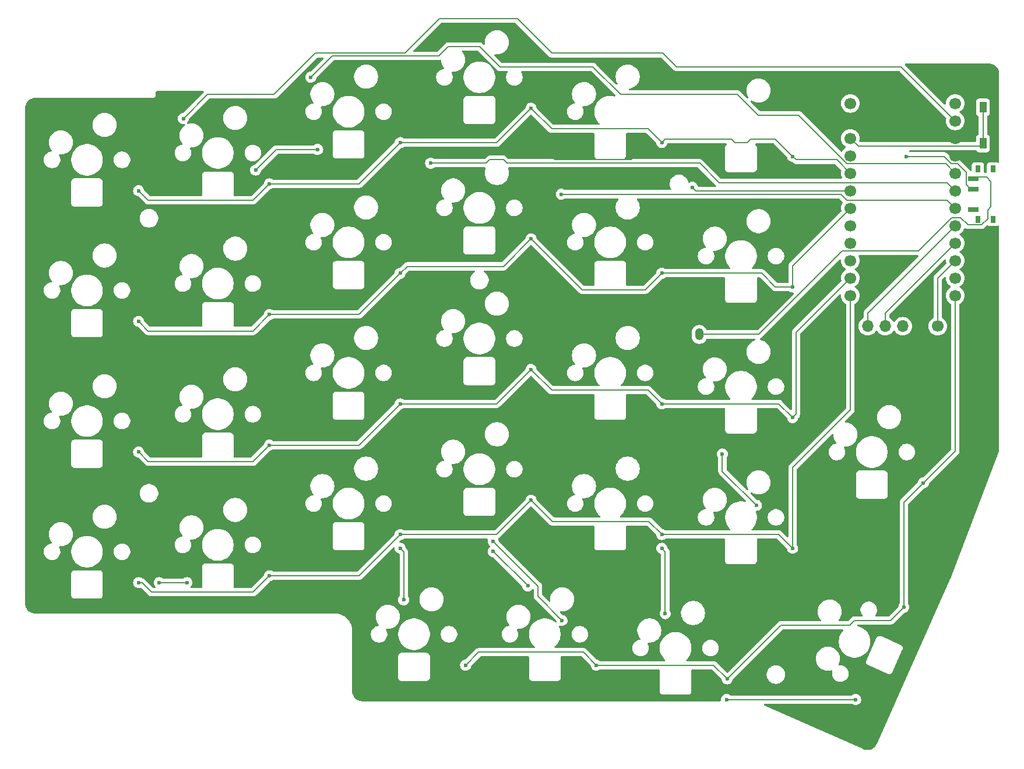
<source format=gbr>
%TF.GenerationSoftware,KiCad,Pcbnew,8.0.6*%
%TF.CreationDate,2024-12-22T09:15:40+01:00*%
%TF.ProjectId,left_finished,6c656674-5f66-4696-9e69-736865642e6b,0.1*%
%TF.SameCoordinates,Original*%
%TF.FileFunction,Copper,L1,Top*%
%TF.FilePolarity,Positive*%
%FSLAX46Y46*%
G04 Gerber Fmt 4.6, Leading zero omitted, Abs format (unit mm)*
G04 Created by KiCad (PCBNEW 8.0.6) date 2024-12-22 09:15:40*
%MOMM*%
%LPD*%
G01*
G04 APERTURE LIST*
G04 Aperture macros list*
%AMRoundRect*
0 Rectangle with rounded corners*
0 $1 Rounding radius*
0 $2 $3 $4 $5 $6 $7 $8 $9 X,Y pos of 4 corners*
0 Add a 4 corners polygon primitive as box body*
4,1,4,$2,$3,$4,$5,$6,$7,$8,$9,$2,$3,0*
0 Add four circle primitives for the rounded corners*
1,1,$1+$1,$2,$3*
1,1,$1+$1,$4,$5*
1,1,$1+$1,$6,$7*
1,1,$1+$1,$8,$9*
0 Add four rect primitives between the rounded corners*
20,1,$1+$1,$2,$3,$4,$5,0*
20,1,$1+$1,$4,$5,$6,$7,0*
20,1,$1+$1,$6,$7,$8,$9,0*
20,1,$1+$1,$8,$9,$2,$3,0*%
G04 Aperture macros list end*
%TA.AperFunction,SMDPad,CuDef*%
%ADD10R,0.800000X1.000000*%
%TD*%
%TA.AperFunction,SMDPad,CuDef*%
%ADD11R,1.500000X0.700000*%
%TD*%
%TA.AperFunction,ComponentPad*%
%ADD12O,1.700000X1.700000*%
%TD*%
%TA.AperFunction,ComponentPad*%
%ADD13C,1.700000*%
%TD*%
%TA.AperFunction,SMDPad,CuDef*%
%ADD14R,1.000000X1.550000*%
%TD*%
%TA.AperFunction,ComponentPad*%
%ADD15RoundRect,0.240000X0.360000X0.635000X-0.360000X0.635000X-0.360000X-0.635000X0.360000X-0.635000X0*%
%TD*%
%TA.AperFunction,ComponentPad*%
%ADD16O,1.200000X1.750000*%
%TD*%
%TA.AperFunction,ViaPad*%
%ADD17C,0.600000*%
%TD*%
%TA.AperFunction,Conductor*%
%ADD18C,0.200000*%
%TD*%
G04 APERTURE END LIST*
D10*
%TO.P,PWR1,*%
%TO.N,*%
X277415000Y-114350000D03*
X277415000Y-121650000D03*
X279625000Y-114350000D03*
X279625000Y-121650000D03*
D11*
%TO.P,PWR1,1*%
%TO.N,N/C*%
X276765000Y-120250000D03*
%TO.P,PWR1,2*%
%TO.N,RAW*%
X276765000Y-117250000D03*
%TO.P,PWR1,3*%
%TO.N,pos*%
X276765000Y-115750000D03*
%TD*%
D12*
%TO.P,DISP1,1*%
%TO.N,P5*%
X261420000Y-137200000D03*
%TO.P,DISP1,2*%
%TO.N,P6*%
X263960000Y-137200000D03*
%TO.P,DISP1,3*%
%TO.N,VCC*%
X266500000Y-137200000D03*
%TO.P,DISP1,4*%
%TO.N,GND*%
X269040000Y-137200000D03*
D13*
%TO.P,DISP1,5*%
%TO.N,P7*%
X271580000Y-137200000D03*
%TD*%
D14*
%TO.P,RST1,1*%
%TO.N,GND*%
X279850000Y-110625000D03*
%TO.P,RST1,2*%
%TO.N,RST*%
X278150000Y-110625000D03*
%TO.P,RST1,3*%
%TO.N,GND*%
X279850000Y-105375000D03*
%TO.P,RST1,4*%
%TO.N,RST*%
X278150000Y-105375000D03*
%TD*%
D13*
%TO.P,MCU1,1*%
%TO.N,P1*%
X274120000Y-104800000D03*
%TO.P,MCU1,2*%
%TO.N,P0*%
X274120000Y-107340000D03*
%TO.P,MCU1,3*%
%TO.N,GND*%
X274120000Y-109880000D03*
%TO.P,MCU1,4*%
X274120000Y-112420000D03*
%TO.P,MCU1,5*%
%TO.N,P2*%
X274120000Y-114960000D03*
%TO.P,MCU1,6*%
%TO.N,P3*%
X274120000Y-117500000D03*
%TO.P,MCU1,7*%
%TO.N,P4*%
X274120000Y-120040000D03*
%TO.P,MCU1,8*%
%TO.N,P5*%
X274120000Y-122580000D03*
%TO.P,MCU1,9*%
%TO.N,P6*%
X274120000Y-125120000D03*
%TO.P,MCU1,10*%
%TO.N,P7*%
X274120000Y-127660000D03*
%TO.P,MCU1,11*%
%TO.N,P8*%
X274120000Y-130200000D03*
%TO.P,MCU1,12*%
%TO.N,P9*%
X274120000Y-132740000D03*
%TO.P,MCU1,13*%
%TO.N,P10*%
X258880000Y-132740000D03*
%TO.P,MCU1,14*%
%TO.N,P16*%
X258880000Y-130200000D03*
%TO.P,MCU1,15*%
%TO.N,P14*%
X258880000Y-127660000D03*
%TO.P,MCU1,16*%
%TO.N,LED_0*%
X258880000Y-125120000D03*
%TO.P,MCU1,17*%
%TO.N,P18*%
X258880000Y-122580000D03*
%TO.P,MCU1,18*%
%TO.N,P19*%
X258880000Y-120040000D03*
%TO.P,MCU1,19*%
%TO.N,P20*%
X258880000Y-117500000D03*
%TO.P,MCU1,20*%
%TO.N,P21*%
X258880000Y-114960000D03*
%TO.P,MCU1,21*%
%TO.N,VCC*%
X258880000Y-112420000D03*
%TO.P,MCU1,22*%
%TO.N,RST*%
X258880000Y-109880000D03*
%TO.P,MCU1,23*%
%TO.N,GND*%
X258880000Y-107340000D03*
%TO.P,MCU1,24*%
%TO.N,RAW*%
X258880000Y-104800000D03*
%TD*%
D15*
%TO.P,JST1,1*%
%TO.N,GND*%
X234950000Y-138400000D03*
D16*
%TO.P,JST1,2*%
%TO.N,pos*%
X236950000Y-138400000D03*
%TD*%
D17*
%TO.N,GND*%
X209500000Y-144450000D03*
X228500000Y-149450000D03*
X247500000Y-132450000D03*
X209500000Y-163450000D03*
X253500000Y-114000000D03*
X171500000Y-136450000D03*
X152500000Y-175450000D03*
X214500000Y-166000000D03*
X266500000Y-160950000D03*
X219000000Y-187450000D03*
X247500000Y-170450000D03*
X209500000Y-125450000D03*
X190500000Y-111450000D03*
X238000000Y-189450000D03*
X228500000Y-168450000D03*
X209500000Y-106450000D03*
X228500000Y-111450000D03*
X152500000Y-137450000D03*
X171500000Y-174450000D03*
X190500000Y-130450000D03*
X190500000Y-168450000D03*
X214500000Y-111500000D03*
X152500000Y-118450000D03*
X200000000Y-187450000D03*
X247500000Y-113450000D03*
X266309138Y-181205760D03*
X171500000Y-117450000D03*
X228500000Y-130450000D03*
X171500000Y-155450000D03*
X190500000Y-149450000D03*
X152500000Y-156450000D03*
X247500000Y-151450000D03*
%TO.N,P0*%
X162000000Y-107000000D03*
%TO.N,P2*%
X180500000Y-101000000D03*
%TO.N,P3*%
X207025000Y-169975000D03*
X197915000Y-113500000D03*
X212025000Y-174975000D03*
%TO.N,P4*%
X216915000Y-118000000D03*
%TO.N,P20*%
X235915000Y-117000000D03*
%TO.N,LED_25*%
X162500000Y-174500000D03*
X158500000Y-174500000D03*
%TO.N,LED_21*%
X181500000Y-111500000D03*
X172500000Y-114500000D03*
%TO.N,LED_17*%
X193500000Y-169500000D03*
X194000000Y-177000000D03*
%TO.N,LED_15*%
X217000000Y-180000000D03*
X207000000Y-168500000D03*
%TO.N,LED_7*%
X232000000Y-179000000D03*
X231500000Y-169500000D03*
%TO.N,LED_3*%
X245250000Y-163250000D03*
X240300000Y-155800000D03*
%TO.N,LED_6*%
X240898529Y-191500000D03*
X259663921Y-191500000D03*
%TO.N,RAW*%
X267000000Y-112500000D03*
%TO.N,P21*%
X174500000Y-116500000D03*
X193500000Y-110500000D03*
X231500000Y-110500000D03*
X155500000Y-117500000D03*
X212500000Y-105500000D03*
X250500000Y-112500000D03*
%TO.N,P19*%
X212500000Y-124500000D03*
X174500000Y-135500000D03*
X193500000Y-129500000D03*
X250500000Y-131500000D03*
X155500000Y-136500000D03*
X231500000Y-129500000D03*
%TO.N,P16*%
X231500000Y-148500000D03*
X155500000Y-155500000D03*
X174500000Y-154500000D03*
X250500000Y-150500000D03*
X212500000Y-143500000D03*
X193500000Y-148500000D03*
%TO.N,P10*%
X212500000Y-162500000D03*
X155500000Y-174500000D03*
X193500000Y-167500000D03*
X174500000Y-173500000D03*
X250500000Y-169500000D03*
X231500000Y-167500000D03*
%TO.N,P9*%
X203000000Y-186500000D03*
X269500000Y-160000000D03*
X266661479Y-178078724D03*
X241000000Y-188500000D03*
X222000000Y-186500000D03*
%TD*%
D18*
%TO.N,GND*%
X227025000Y-112925000D02*
X228500000Y-111450000D01*
X214500000Y-111500000D02*
X215925000Y-112925000D01*
X215925000Y-112925000D02*
X227025000Y-112925000D01*
%TO.N,P0*%
X266280000Y-99500000D02*
X274120000Y-107340000D01*
X210500000Y-92500000D02*
X215500000Y-97500000D01*
X233651472Y-99500000D02*
X266280000Y-99500000D01*
X181189824Y-97500000D02*
X194189824Y-97500000D01*
X175189824Y-103500000D02*
X181189824Y-97500000D01*
X165500000Y-103500000D02*
X175189824Y-103500000D01*
X199189824Y-92500000D02*
X210500000Y-92500000D01*
X231651472Y-97500000D02*
X233651472Y-99500000D01*
X215500000Y-97500000D02*
X231651472Y-97500000D01*
X162000000Y-107000000D02*
X165500000Y-103500000D01*
X194189824Y-97500000D02*
X199189824Y-92500000D01*
%TO.N,P2*%
X180500000Y-101000000D02*
X183600000Y-97900000D01*
X272730000Y-113570000D02*
X274120000Y-114960000D01*
X205000000Y-96500000D02*
X208000000Y-99500000D01*
X221500000Y-99500000D02*
X225500000Y-103500000D01*
X245500000Y-106500000D02*
X251333654Y-106500000D01*
X183600000Y-97900000D02*
X199100000Y-97900000D01*
X225500000Y-103500000D02*
X242500000Y-103500000D01*
X200500000Y-96500000D02*
X205000000Y-96500000D01*
X208000000Y-99500000D02*
X221500000Y-99500000D01*
X258403654Y-113570000D02*
X272730000Y-113570000D01*
X251333654Y-106500000D02*
X258403654Y-113570000D01*
X242500000Y-103500000D02*
X245500000Y-106500000D01*
X199100000Y-97900000D02*
X200500000Y-96500000D01*
%TO.N,P3*%
X239850000Y-116350000D02*
X272970000Y-116350000D01*
X237000000Y-113500000D02*
X239850000Y-116350000D01*
X207025000Y-169975000D02*
X212025000Y-174975000D01*
X208500000Y-113000000D02*
X209000000Y-113500000D01*
X197915000Y-113500000D02*
X206000000Y-113500000D01*
X206000000Y-113500000D02*
X206500000Y-113000000D01*
X206500000Y-113000000D02*
X208500000Y-113000000D01*
X209000000Y-113500000D02*
X237000000Y-113500000D01*
X272970000Y-116350000D02*
X274120000Y-117500000D01*
%TO.N,P4*%
X258403654Y-118890000D02*
X272970000Y-118890000D01*
X257513654Y-118000000D02*
X258403654Y-118890000D01*
X216915000Y-118000000D02*
X257513654Y-118000000D01*
X272970000Y-118890000D02*
X274120000Y-120040000D01*
%TO.N,P20*%
X235915000Y-117000000D02*
X236415000Y-117500000D01*
X236415000Y-117500000D02*
X258880000Y-117500000D01*
%TO.N,LED_25*%
X162500000Y-174500000D02*
X158500000Y-174500000D01*
%TO.N,LED_21*%
X175500000Y-111500000D02*
X172500000Y-114500000D01*
X181500000Y-111500000D02*
X175500000Y-111500000D01*
%TO.N,LED_17*%
X194000000Y-170000000D02*
X193500000Y-169500000D01*
X194000000Y-177000000D02*
X194000000Y-170000000D01*
%TO.N,LED_15*%
X213500000Y-176500000D02*
X217000000Y-180000000D01*
X213500000Y-175000000D02*
X213500000Y-176500000D01*
X207000000Y-168500000D02*
X213500000Y-175000000D01*
%TO.N,LED_7*%
X232000000Y-179000000D02*
X232000000Y-170000000D01*
X232000000Y-170000000D02*
X231500000Y-169500000D01*
%TO.N,LED_3*%
X240300000Y-155800000D02*
X240300000Y-158300000D01*
X240300000Y-158300000D02*
X245250000Y-163250000D01*
%TO.N,LED_6*%
X240898529Y-191500000D02*
X259663921Y-191500000D01*
%TO.N,RAW*%
X275715000Y-116600000D02*
X275715000Y-114785000D01*
X276365000Y-117250000D02*
X275715000Y-116600000D01*
X275715000Y-114785000D02*
X274500000Y-113570000D01*
X272500000Y-112500000D02*
X267000000Y-112500000D01*
X274500000Y-113570000D02*
X273570000Y-113570000D01*
X273570000Y-113570000D02*
X272500000Y-112500000D01*
X276765000Y-117250000D02*
X276365000Y-117250000D01*
%TO.N,RST*%
X278150000Y-110625000D02*
X277745000Y-111030000D01*
X260030000Y-111030000D02*
X258880000Y-109880000D01*
X277745000Y-111030000D02*
X260030000Y-111030000D01*
X278150000Y-105375000D02*
X278150000Y-110625000D01*
%TO.N,P21*%
X193500000Y-110500000D02*
X207500000Y-110500000D01*
X243894113Y-110500000D02*
X244394113Y-110000000D01*
X231500000Y-110500000D02*
X232000000Y-110000000D01*
X244394113Y-110000000D02*
X248000000Y-110000000D01*
X241605887Y-110000000D02*
X242105887Y-110500000D01*
X232000000Y-110000000D02*
X241605887Y-110000000D01*
X248000000Y-110000000D02*
X250500000Y-112500000D01*
X187500000Y-116500000D02*
X193500000Y-110500000D01*
X251000000Y-113000000D02*
X256920000Y-113000000D01*
X172100000Y-118900000D02*
X174500000Y-116500000D01*
X156900000Y-118900000D02*
X172100000Y-118900000D01*
X242105887Y-110500000D02*
X243894113Y-110500000D01*
X207500000Y-110500000D02*
X212500000Y-105500000D01*
X174500000Y-116500000D02*
X187500000Y-116500000D01*
X229500000Y-108500000D02*
X231500000Y-110500000D01*
X256920000Y-113000000D02*
X258880000Y-114960000D01*
X215500000Y-108500000D02*
X229500000Y-108500000D01*
X155500000Y-117500000D02*
X156900000Y-118900000D01*
X250500000Y-112500000D02*
X251000000Y-113000000D01*
X212500000Y-105500000D02*
X215500000Y-108500000D01*
%TO.N,P19*%
X212500000Y-124500000D02*
X219900000Y-131900000D01*
X156900000Y-137900000D02*
X172100000Y-137900000D01*
X187500000Y-135500000D02*
X193500000Y-129500000D01*
X250500000Y-128420000D02*
X258880000Y-120040000D01*
X229100000Y-131900000D02*
X231500000Y-129500000D01*
X155500000Y-136500000D02*
X156900000Y-137900000D01*
X248000000Y-131500000D02*
X250500000Y-131500000D01*
X193500000Y-129500000D02*
X194500000Y-128500000D01*
X174500000Y-135500000D02*
X187500000Y-135500000D01*
X219900000Y-131900000D02*
X229100000Y-131900000D01*
X246000000Y-129500000D02*
X248000000Y-131500000D01*
X208500000Y-128500000D02*
X212500000Y-124500000D01*
X231500000Y-129500000D02*
X246000000Y-129500000D01*
X250500000Y-131500000D02*
X250500000Y-128420000D01*
X194500000Y-128500000D02*
X208500000Y-128500000D01*
X172100000Y-137900000D02*
X174500000Y-135500000D01*
%TO.N,P16*%
X250500000Y-150500000D02*
X251000000Y-150000000D01*
X156900000Y-156900000D02*
X172100000Y-156900000D01*
X248500000Y-148500000D02*
X250500000Y-150500000D01*
X212500000Y-143500000D02*
X215500000Y-146500000D01*
X187500000Y-154500000D02*
X193500000Y-148500000D01*
X155500000Y-155500000D02*
X156900000Y-156900000D01*
X251000000Y-138080000D02*
X258880000Y-130200000D01*
X251000000Y-150000000D02*
X251000000Y-138080000D01*
X174500000Y-154500000D02*
X187500000Y-154500000D01*
X172100000Y-156900000D02*
X174500000Y-154500000D01*
X193500000Y-148500000D02*
X207500000Y-148500000D01*
X215500000Y-146500000D02*
X229500000Y-146500000D01*
X231500000Y-148500000D02*
X248500000Y-148500000D01*
X207500000Y-148500000D02*
X212500000Y-143500000D01*
X229500000Y-146500000D02*
X231500000Y-148500000D01*
%TO.N,P10*%
X172100000Y-175900000D02*
X174500000Y-173500000D01*
X174500000Y-173500000D02*
X187500000Y-173500000D01*
X229600000Y-165600000D02*
X231500000Y-167500000D01*
X156000000Y-174500000D02*
X157400000Y-175900000D01*
X258880000Y-149386853D02*
X258880000Y-132740000D01*
X193500000Y-167500000D02*
X207500000Y-167500000D01*
X157400000Y-175900000D02*
X172100000Y-175900000D01*
X215600000Y-165600000D02*
X229600000Y-165600000D01*
X250500000Y-169500000D02*
X250500000Y-157766853D01*
X187500000Y-173500000D02*
X193500000Y-167500000D01*
X212500000Y-162500000D02*
X215600000Y-165600000D01*
X248500000Y-167500000D02*
X250500000Y-169500000D01*
X250500000Y-157766853D02*
X258880000Y-149386853D01*
X155500000Y-174500000D02*
X156000000Y-174500000D01*
X207500000Y-167500000D02*
X212500000Y-162500000D01*
X231500000Y-167500000D02*
X248500000Y-167500000D01*
%TO.N,P5*%
X261420000Y-135280000D02*
X274120000Y-122580000D01*
X261420000Y-137200000D02*
X261420000Y-135280000D01*
%TO.N,P6*%
X263960000Y-137200000D02*
X263960000Y-135280000D01*
X263960000Y-135280000D02*
X274120000Y-125120000D01*
%TO.N,P7*%
X271580000Y-137200000D02*
X271580000Y-130200000D01*
X271580000Y-130200000D02*
X274120000Y-127660000D01*
%TO.N,P9*%
X269500000Y-160000000D02*
X274120000Y-155380000D01*
X259500000Y-180000000D02*
X264740203Y-180000000D01*
X220100000Y-184600000D02*
X222000000Y-186500000D01*
X274120000Y-155380000D02*
X274120000Y-132740000D01*
X248800000Y-180700000D02*
X258800000Y-180700000D01*
X241000000Y-188500000D02*
X248800000Y-180700000D01*
X203000000Y-186500000D02*
X204900000Y-184600000D01*
X266661479Y-162838521D02*
X269500000Y-160000000D01*
X222000000Y-186500000D02*
X239000000Y-186500000D01*
X258800000Y-180700000D02*
X259500000Y-180000000D01*
X204900000Y-184600000D02*
X220100000Y-184600000D01*
X266661479Y-178078724D02*
X266661479Y-162838521D01*
X264740203Y-180000000D02*
X266661479Y-178078724D01*
X239000000Y-186500000D02*
X241000000Y-188500000D01*
%TO.N,pos*%
X277015000Y-115500000D02*
X276765000Y-115750000D01*
X273643654Y-121430000D02*
X274930000Y-121430000D01*
X245600000Y-138400000D02*
X257730000Y-126270000D01*
X236950000Y-138400000D02*
X245600000Y-138400000D01*
X278856371Y-121568629D02*
X278856371Y-120305657D01*
X275950000Y-122450000D02*
X277975000Y-122450000D01*
X279329000Y-119833028D02*
X279329000Y-116166972D01*
X277975000Y-122450000D02*
X278856371Y-121568629D01*
X278856371Y-120305657D02*
X279329000Y-119833028D01*
X268803654Y-126270000D02*
X273643654Y-121430000D01*
X278662028Y-115500000D02*
X277015000Y-115500000D01*
X279329000Y-116166972D02*
X278662028Y-115500000D01*
X274930000Y-121430000D02*
X275950000Y-122450000D01*
X257730000Y-126270000D02*
X268803654Y-126270000D01*
%TD*%
%TA.AperFunction,Conductor*%
%TO.N,GND*%
G36*
X204766942Y-97120185D02*
G01*
X204787583Y-97136818D01*
X207631284Y-99980520D01*
X207631286Y-99980521D01*
X207631290Y-99980524D01*
X207768209Y-100059573D01*
X207768212Y-100059575D01*
X207768216Y-100059577D01*
X207920943Y-100100501D01*
X207920945Y-100100501D01*
X208086654Y-100100501D01*
X208086670Y-100100500D01*
X209006262Y-100100500D01*
X209073301Y-100120185D01*
X209119056Y-100172989D01*
X209129000Y-100242147D01*
X209106580Y-100297384D01*
X209088791Y-100321870D01*
X209053240Y-100370800D01*
X208967454Y-100539163D01*
X208909059Y-100718881D01*
X208879500Y-100905513D01*
X208879500Y-101094486D01*
X208909059Y-101281118D01*
X208967454Y-101460836D01*
X209038913Y-101601081D01*
X209053240Y-101629199D01*
X209164310Y-101782073D01*
X209297927Y-101915690D01*
X209450801Y-102026760D01*
X209518629Y-102061320D01*
X209619163Y-102112545D01*
X209619165Y-102112545D01*
X209619168Y-102112547D01*
X209706986Y-102141081D01*
X209798881Y-102170940D01*
X209985514Y-102200500D01*
X209985519Y-102200500D01*
X210174486Y-102200500D01*
X210361118Y-102170940D01*
X210540832Y-102112547D01*
X210709199Y-102026760D01*
X210862073Y-101915690D01*
X210995690Y-101782073D01*
X211106760Y-101629199D01*
X211192547Y-101460832D01*
X211250940Y-101281118D01*
X211254468Y-101258842D01*
X211280500Y-101094486D01*
X211280500Y-100905513D01*
X211250940Y-100718881D01*
X211217198Y-100615036D01*
X211192547Y-100539168D01*
X211192545Y-100539165D01*
X211192545Y-100539163D01*
X211106759Y-100370800D01*
X211053419Y-100297384D01*
X211029940Y-100231580D01*
X211045765Y-100163526D01*
X211095870Y-100114831D01*
X211153738Y-100100500D01*
X221199903Y-100100500D01*
X221266942Y-100120185D01*
X221287584Y-100136819D01*
X224723396Y-103572631D01*
X224756881Y-103633954D01*
X224751897Y-103703646D01*
X224710025Y-103759579D01*
X224644561Y-103783996D01*
X224603622Y-103780087D01*
X224449766Y-103738861D01*
X224150793Y-103699501D01*
X224150788Y-103699500D01*
X224150783Y-103699500D01*
X223849217Y-103699500D01*
X223849211Y-103699500D01*
X223849206Y-103699501D01*
X223550233Y-103738861D01*
X223258939Y-103816913D01*
X222980338Y-103932314D01*
X222980328Y-103932318D01*
X222719168Y-104083099D01*
X222479921Y-104266679D01*
X222479914Y-104266685D01*
X222266685Y-104479914D01*
X222266679Y-104479921D01*
X222083099Y-104719168D01*
X221932318Y-104980328D01*
X221932314Y-104980338D01*
X221816913Y-105258939D01*
X221738861Y-105550233D01*
X221699501Y-105849206D01*
X221699500Y-105849223D01*
X221699500Y-106150776D01*
X221699501Y-106150793D01*
X221738861Y-106449766D01*
X221816913Y-106741060D01*
X221932314Y-107019661D01*
X221932318Y-107019671D01*
X222083099Y-107280831D01*
X222266679Y-107520078D01*
X222266685Y-107520085D01*
X222434419Y-107687819D01*
X222467904Y-107749142D01*
X222462920Y-107818834D01*
X222421048Y-107874767D01*
X222355584Y-107899184D01*
X222346738Y-107899500D01*
X215800098Y-107899500D01*
X215733059Y-107879815D01*
X215712417Y-107863181D01*
X213754748Y-105905513D01*
X217719500Y-105905513D01*
X217719500Y-106094486D01*
X217749059Y-106281118D01*
X217807454Y-106460836D01*
X217886824Y-106616607D01*
X217893240Y-106629199D01*
X218004310Y-106782073D01*
X218137927Y-106915690D01*
X218290801Y-107026760D01*
X218306465Y-107034741D01*
X218459163Y-107112545D01*
X218459165Y-107112545D01*
X218459168Y-107112547D01*
X218533869Y-107136819D01*
X218638881Y-107170940D01*
X218825514Y-107200500D01*
X218825519Y-107200500D01*
X219014486Y-107200500D01*
X219201118Y-107170940D01*
X219223936Y-107163526D01*
X219380832Y-107112547D01*
X219549199Y-107026760D01*
X219702073Y-106915690D01*
X219835690Y-106782073D01*
X219946760Y-106629199D01*
X220032547Y-106460832D01*
X220090940Y-106281118D01*
X220094684Y-106257482D01*
X220120500Y-106094486D01*
X220120500Y-105905513D01*
X220090940Y-105718881D01*
X220032545Y-105539163D01*
X219992918Y-105461392D01*
X219956815Y-105390535D01*
X219943920Y-105321870D01*
X219970196Y-105257130D01*
X220027302Y-105216872D01*
X220071207Y-105211065D01*
X220071207Y-105210500D01*
X220304727Y-105210500D01*
X220304734Y-105210500D01*
X220532238Y-105180548D01*
X220753887Y-105121158D01*
X220965888Y-105033344D01*
X221164612Y-104918611D01*
X221346661Y-104778919D01*
X221346665Y-104778914D01*
X221346670Y-104778911D01*
X221508911Y-104616670D01*
X221508914Y-104616665D01*
X221508919Y-104616661D01*
X221648611Y-104434612D01*
X221763344Y-104235888D01*
X221851158Y-104023887D01*
X221910548Y-103802238D01*
X221940500Y-103574734D01*
X221940500Y-103345266D01*
X221910548Y-103117762D01*
X221851158Y-102896113D01*
X221793889Y-102757853D01*
X221763349Y-102684123D01*
X221763346Y-102684117D01*
X221763344Y-102684112D01*
X221648611Y-102485388D01*
X221648608Y-102485385D01*
X221648607Y-102485382D01*
X221508918Y-102303338D01*
X221508911Y-102303330D01*
X221346670Y-102141089D01*
X221346661Y-102141081D01*
X221164617Y-102001392D01*
X220965890Y-101886657D01*
X220965876Y-101886650D01*
X220753887Y-101798842D01*
X220532238Y-101739452D01*
X220494215Y-101734446D01*
X220304741Y-101709500D01*
X220304734Y-101709500D01*
X220075266Y-101709500D01*
X220075258Y-101709500D01*
X219858715Y-101738009D01*
X219847762Y-101739452D01*
X219754076Y-101764554D01*
X219626112Y-101798842D01*
X219414123Y-101886650D01*
X219414109Y-101886657D01*
X219215382Y-102001392D01*
X219033338Y-102141081D01*
X218871081Y-102303338D01*
X218731392Y-102485382D01*
X218616657Y-102684109D01*
X218616650Y-102684123D01*
X218528842Y-102896112D01*
X218527934Y-102899500D01*
X218482871Y-103067683D01*
X218469453Y-103117759D01*
X218469451Y-103117770D01*
X218439500Y-103345258D01*
X218439500Y-103574741D01*
X218461108Y-103738861D01*
X218469452Y-103802238D01*
X218528842Y-104023887D01*
X218616650Y-104235876D01*
X218616657Y-104235890D01*
X218731392Y-104434617D01*
X218795403Y-104518036D01*
X218864356Y-104607897D01*
X218889551Y-104673065D01*
X218875513Y-104741510D01*
X218826699Y-104791500D01*
X218785380Y-104805856D01*
X218638880Y-104829060D01*
X218459163Y-104887454D01*
X218290800Y-104973240D01*
X218205228Y-105035413D01*
X218137927Y-105084310D01*
X218137925Y-105084312D01*
X218137924Y-105084312D01*
X218004312Y-105217924D01*
X218004312Y-105217925D01*
X218004310Y-105217927D01*
X217974513Y-105258939D01*
X217893240Y-105370800D01*
X217807454Y-105539163D01*
X217749059Y-105718881D01*
X217719500Y-105905513D01*
X213754748Y-105905513D01*
X213330700Y-105481465D01*
X213297215Y-105420142D01*
X213295163Y-105407686D01*
X213285368Y-105320745D01*
X213225789Y-105150478D01*
X213129816Y-104997738D01*
X213002262Y-104870184D01*
X212936812Y-104829059D01*
X212849523Y-104774211D01*
X212679254Y-104714631D01*
X212679249Y-104714630D01*
X212500004Y-104694435D01*
X212499996Y-104694435D01*
X212320750Y-104714630D01*
X212320745Y-104714631D01*
X212150476Y-104774211D01*
X211997737Y-104870184D01*
X211870184Y-104997737D01*
X211774210Y-105150478D01*
X211714630Y-105320750D01*
X211704837Y-105407668D01*
X211677770Y-105472082D01*
X211669298Y-105481465D01*
X207287584Y-109863181D01*
X207226261Y-109896666D01*
X207199903Y-109899500D01*
X194082412Y-109899500D01*
X194015373Y-109879815D01*
X194005097Y-109872445D01*
X194002263Y-109870185D01*
X194002262Y-109870184D01*
X193894127Y-109802238D01*
X193849523Y-109774211D01*
X193679254Y-109714631D01*
X193679249Y-109714630D01*
X193500004Y-109694435D01*
X193499996Y-109694435D01*
X193320750Y-109714630D01*
X193320745Y-109714631D01*
X193150476Y-109774211D01*
X192997737Y-109870184D01*
X192870184Y-109997737D01*
X192774210Y-110150478D01*
X192714630Y-110320750D01*
X192704837Y-110407668D01*
X192677770Y-110472082D01*
X192669298Y-110481465D01*
X187287584Y-115863181D01*
X187226261Y-115896666D01*
X187199903Y-115899500D01*
X175082412Y-115899500D01*
X175015373Y-115879815D01*
X175005097Y-115872445D01*
X175002263Y-115870185D01*
X175002262Y-115870184D01*
X174945496Y-115834515D01*
X174849523Y-115774211D01*
X174679254Y-115714631D01*
X174679249Y-115714630D01*
X174500004Y-115694435D01*
X174499996Y-115694435D01*
X174320750Y-115714630D01*
X174320745Y-115714631D01*
X174150476Y-115774211D01*
X173997737Y-115870184D01*
X173870184Y-115997737D01*
X173774210Y-116150478D01*
X173714630Y-116320750D01*
X173704837Y-116407667D01*
X173677770Y-116472081D01*
X173669298Y-116481464D01*
X171887584Y-118263181D01*
X171826261Y-118296666D01*
X171799903Y-118299500D01*
X169424500Y-118299500D01*
X169357461Y-118279815D01*
X169311706Y-118227011D01*
X169300500Y-118175500D01*
X169300500Y-115134110D01*
X169300500Y-115134108D01*
X169266392Y-115006814D01*
X169200500Y-114892686D01*
X169107314Y-114799500D01*
X169049968Y-114766391D01*
X168993187Y-114733608D01*
X168929539Y-114716554D01*
X168865892Y-114699500D01*
X165265892Y-114699500D01*
X165134108Y-114699500D01*
X165006812Y-114733608D01*
X164892686Y-114799500D01*
X164892683Y-114799502D01*
X164799502Y-114892683D01*
X164799500Y-114892686D01*
X164733608Y-115006812D01*
X164699500Y-115134108D01*
X164699500Y-118175500D01*
X164679815Y-118242539D01*
X164627011Y-118288294D01*
X164575500Y-118299500D01*
X157200097Y-118299500D01*
X157133058Y-118279815D01*
X157112416Y-118263181D01*
X156330700Y-117481465D01*
X156297215Y-117420142D01*
X156295163Y-117407686D01*
X156285368Y-117320745D01*
X156225789Y-117150478D01*
X156129816Y-116997738D01*
X156002262Y-116870184D01*
X155983669Y-116858501D01*
X155849523Y-116774211D01*
X155679254Y-116714631D01*
X155679249Y-116714630D01*
X155500004Y-116694435D01*
X155499996Y-116694435D01*
X155320750Y-116714630D01*
X155320745Y-116714631D01*
X155150476Y-116774211D01*
X154997737Y-116870184D01*
X154870184Y-116997737D01*
X154774211Y-117150476D01*
X154714631Y-117320745D01*
X154714630Y-117320750D01*
X154694435Y-117499996D01*
X154694435Y-117500003D01*
X154714630Y-117679249D01*
X154714631Y-117679254D01*
X154774211Y-117849523D01*
X154845931Y-117963664D01*
X154870184Y-118002262D01*
X154997738Y-118129816D01*
X155150478Y-118225789D01*
X155320745Y-118285368D01*
X155407669Y-118295161D01*
X155472080Y-118322226D01*
X155481465Y-118330700D01*
X156415139Y-119264374D01*
X156415149Y-119264385D01*
X156419479Y-119268715D01*
X156419480Y-119268716D01*
X156531284Y-119380520D01*
X156611558Y-119426865D01*
X156618095Y-119430639D01*
X156618097Y-119430641D01*
X156656151Y-119452611D01*
X156668215Y-119459577D01*
X156820943Y-119500501D01*
X156820946Y-119500501D01*
X156986653Y-119500501D01*
X156986669Y-119500500D01*
X172013331Y-119500500D01*
X172013347Y-119500501D01*
X172020943Y-119500501D01*
X172179054Y-119500501D01*
X172179057Y-119500501D01*
X172331785Y-119459577D01*
X172381904Y-119430639D01*
X172468716Y-119380520D01*
X172580520Y-119268716D01*
X172580520Y-119268714D01*
X172590728Y-119258507D01*
X172590729Y-119258504D01*
X174518536Y-117330698D01*
X174579857Y-117297215D01*
X174592310Y-117295163D01*
X174679255Y-117285368D01*
X174849522Y-117225789D01*
X175002262Y-117129816D01*
X175002267Y-117129810D01*
X175005097Y-117127555D01*
X175007275Y-117126665D01*
X175008158Y-117126111D01*
X175008255Y-117126265D01*
X175069783Y-117101145D01*
X175082412Y-117100500D01*
X187413331Y-117100500D01*
X187413347Y-117100501D01*
X187420943Y-117100501D01*
X187579054Y-117100501D01*
X187579057Y-117100501D01*
X187731785Y-117059577D01*
X187781904Y-117030639D01*
X187868716Y-116980520D01*
X187980520Y-116868716D01*
X187980520Y-116868714D01*
X187990728Y-116858507D01*
X187990730Y-116858504D01*
X193518535Y-111330698D01*
X193579856Y-111297215D01*
X193592311Y-111295163D01*
X193679255Y-111285368D01*
X193849522Y-111225789D01*
X194002262Y-111129816D01*
X194002267Y-111129810D01*
X194005097Y-111127555D01*
X194007275Y-111126665D01*
X194008158Y-111126111D01*
X194008255Y-111126265D01*
X194069783Y-111101145D01*
X194082412Y-111100500D01*
X207413331Y-111100500D01*
X207413347Y-111100501D01*
X207420943Y-111100501D01*
X207579054Y-111100501D01*
X207579057Y-111100501D01*
X207731785Y-111059577D01*
X207793601Y-111023887D01*
X207868716Y-110980520D01*
X207980520Y-110868716D01*
X207980520Y-110868714D01*
X207990724Y-110858511D01*
X207990728Y-110858506D01*
X212412318Y-106436916D01*
X212473641Y-106403431D01*
X212543333Y-106408415D01*
X212587680Y-106436916D01*
X215131284Y-108980520D01*
X215131286Y-108980521D01*
X215131290Y-108980524D01*
X215268209Y-109059573D01*
X215268216Y-109059577D01*
X215420943Y-109100501D01*
X215420945Y-109100501D01*
X215586654Y-109100501D01*
X215586670Y-109100500D01*
X221575500Y-109100500D01*
X221642539Y-109120185D01*
X221688294Y-109172989D01*
X221699500Y-109224500D01*
X221699500Y-112365892D01*
X221708505Y-112399499D01*
X221733608Y-112493187D01*
X221748242Y-112518533D01*
X221799500Y-112607314D01*
X221799502Y-112607316D01*
X221880005Y-112687819D01*
X221913490Y-112749142D01*
X221908506Y-112818834D01*
X221866634Y-112874767D01*
X221801170Y-112899184D01*
X221792324Y-112899500D01*
X209300098Y-112899500D01*
X209233059Y-112879815D01*
X209212417Y-112863181D01*
X208868717Y-112519481D01*
X208868709Y-112519475D01*
X208767135Y-112460832D01*
X208767134Y-112460831D01*
X208767134Y-112460832D01*
X208731785Y-112440423D01*
X208579057Y-112399499D01*
X208420943Y-112399499D01*
X208413347Y-112399499D01*
X208413331Y-112399500D01*
X206586670Y-112399500D01*
X206586654Y-112399499D01*
X206579058Y-112399499D01*
X206420943Y-112399499D01*
X206344579Y-112419961D01*
X206268214Y-112440423D01*
X206268209Y-112440426D01*
X206131290Y-112519475D01*
X206131282Y-112519481D01*
X205787584Y-112863181D01*
X205726261Y-112896666D01*
X205699903Y-112899500D01*
X198497412Y-112899500D01*
X198430373Y-112879815D01*
X198420097Y-112872445D01*
X198417263Y-112870185D01*
X198417262Y-112870184D01*
X198326902Y-112813407D01*
X198264523Y-112774211D01*
X198094254Y-112714631D01*
X198094249Y-112714630D01*
X197915004Y-112694435D01*
X197914996Y-112694435D01*
X197735750Y-112714630D01*
X197735745Y-112714631D01*
X197565476Y-112774211D01*
X197412737Y-112870184D01*
X197285184Y-112997737D01*
X197189211Y-113150476D01*
X197129631Y-113320745D01*
X197129630Y-113320750D01*
X197109435Y-113499996D01*
X197109435Y-113500003D01*
X197129630Y-113679249D01*
X197129631Y-113679254D01*
X197189211Y-113849523D01*
X197230785Y-113915687D01*
X197285184Y-114002262D01*
X197412738Y-114129816D01*
X197565478Y-114225789D01*
X197735745Y-114285368D01*
X197735750Y-114285369D01*
X197914996Y-114305565D01*
X197915000Y-114305565D01*
X197915004Y-114305565D01*
X198094249Y-114285369D01*
X198094252Y-114285368D01*
X198094255Y-114285368D01*
X198264522Y-114225789D01*
X198417262Y-114129816D01*
X198417267Y-114129810D01*
X198420097Y-114127555D01*
X198422275Y-114126665D01*
X198423158Y-114126111D01*
X198423255Y-114126265D01*
X198484783Y-114101145D01*
X198497412Y-114100500D01*
X205799142Y-114100500D01*
X205866181Y-114120185D01*
X205911936Y-114172989D01*
X205921880Y-114242147D01*
X205913704Y-114271948D01*
X205899780Y-114305565D01*
X205878841Y-114356115D01*
X205841268Y-114496344D01*
X205819900Y-114576092D01*
X205819453Y-114577759D01*
X205819451Y-114577770D01*
X205789500Y-114805258D01*
X205789500Y-115034741D01*
X205814446Y-115224215D01*
X205819452Y-115262238D01*
X205862707Y-115423669D01*
X205878842Y-115483887D01*
X205966650Y-115695876D01*
X205966657Y-115695890D01*
X206081392Y-115894617D01*
X206221081Y-116076661D01*
X206221089Y-116076670D01*
X206383330Y-116238911D01*
X206383338Y-116238918D01*
X206565382Y-116378607D01*
X206565385Y-116378608D01*
X206565388Y-116378611D01*
X206764112Y-116493344D01*
X206764117Y-116493346D01*
X206764123Y-116493349D01*
X206855480Y-116531190D01*
X206976113Y-116581158D01*
X207197762Y-116640548D01*
X207425266Y-116670500D01*
X207425273Y-116670500D01*
X207654727Y-116670500D01*
X207654734Y-116670500D01*
X207882238Y-116640548D01*
X208103887Y-116581158D01*
X208315888Y-116493344D01*
X208514612Y-116378611D01*
X208696661Y-116238919D01*
X208696665Y-116238914D01*
X208696670Y-116238911D01*
X208858911Y-116076670D01*
X208858914Y-116076665D01*
X208858919Y-116076661D01*
X208998611Y-115894612D01*
X209113344Y-115695888D01*
X209201158Y-115483887D01*
X209260548Y-115262238D01*
X209290500Y-115034734D01*
X209290500Y-114805266D01*
X209260548Y-114577762D01*
X209201158Y-114356113D01*
X209166296Y-114271950D01*
X209158828Y-114202483D01*
X209190103Y-114140004D01*
X209250192Y-114104352D01*
X209280858Y-114100500D01*
X236699903Y-114100500D01*
X236766942Y-114120185D01*
X236787584Y-114136819D01*
X239338583Y-116687819D01*
X239372068Y-116749142D01*
X239367084Y-116818834D01*
X239325212Y-116874767D01*
X239259748Y-116899184D01*
X239250902Y-116899500D01*
X236815909Y-116899500D01*
X236748870Y-116879815D01*
X236703115Y-116827011D01*
X236698867Y-116816455D01*
X236663237Y-116714631D01*
X236640789Y-116650478D01*
X236544816Y-116497738D01*
X236417262Y-116370184D01*
X236346888Y-116325965D01*
X236264523Y-116274211D01*
X236094254Y-116214631D01*
X236094249Y-116214630D01*
X235915004Y-116194435D01*
X235914996Y-116194435D01*
X235735750Y-116214630D01*
X235735745Y-116214631D01*
X235565474Y-116274212D01*
X235511801Y-116307937D01*
X235444564Y-116326937D01*
X235377729Y-116306569D01*
X235332516Y-116253301D01*
X235323357Y-116222340D01*
X235317247Y-116183761D01*
X235317246Y-116183760D01*
X235317246Y-116183757D01*
X235251557Y-115981588D01*
X235155051Y-115792184D01*
X235155049Y-115792181D01*
X235155048Y-115792179D01*
X235030109Y-115620213D01*
X234879786Y-115469890D01*
X234707820Y-115344951D01*
X234518414Y-115248444D01*
X234518413Y-115248443D01*
X234518412Y-115248443D01*
X234316243Y-115182754D01*
X234316241Y-115182753D01*
X234316240Y-115182753D01*
X234154957Y-115157208D01*
X234106287Y-115149500D01*
X233893713Y-115149500D01*
X233845042Y-115157208D01*
X233683760Y-115182753D01*
X233481585Y-115248444D01*
X233292179Y-115344951D01*
X233120213Y-115469890D01*
X232969890Y-115620213D01*
X232844951Y-115792179D01*
X232748444Y-115981585D01*
X232682753Y-116183760D01*
X232661057Y-116320745D01*
X232649500Y-116393713D01*
X232649500Y-116606287D01*
X232656499Y-116650477D01*
X232676096Y-116774211D01*
X232682754Y-116816243D01*
X232748443Y-117018412D01*
X232844949Y-117207816D01*
X232844955Y-117207825D01*
X232846723Y-117210710D01*
X232847061Y-117211962D01*
X232847161Y-117212157D01*
X232847120Y-117212177D01*
X232864967Y-117278156D01*
X232843850Y-117344759D01*
X232790079Y-117389372D01*
X232740995Y-117399500D01*
X217497412Y-117399500D01*
X217430373Y-117379815D01*
X217420097Y-117372445D01*
X217417263Y-117370185D01*
X217417262Y-117370184D01*
X217343864Y-117324065D01*
X217264523Y-117274211D01*
X217094254Y-117214631D01*
X217094249Y-117214630D01*
X216915004Y-117194435D01*
X216914996Y-117194435D01*
X216735750Y-117214630D01*
X216735745Y-117214631D01*
X216565476Y-117274211D01*
X216412737Y-117370184D01*
X216285184Y-117497737D01*
X216189211Y-117650476D01*
X216129631Y-117820745D01*
X216129630Y-117820750D01*
X216109435Y-117999996D01*
X216109435Y-118000003D01*
X216129630Y-118179249D01*
X216129631Y-118179254D01*
X216189211Y-118349523D01*
X216271146Y-118479921D01*
X216285184Y-118502262D01*
X216412738Y-118629816D01*
X216481568Y-118673065D01*
X216554940Y-118719168D01*
X216565478Y-118725789D01*
X216672764Y-118763330D01*
X216735745Y-118785368D01*
X216735750Y-118785369D01*
X216914996Y-118805565D01*
X216915000Y-118805565D01*
X216915004Y-118805565D01*
X217094249Y-118785369D01*
X217094252Y-118785368D01*
X217094255Y-118785368D01*
X217264522Y-118725789D01*
X217417262Y-118629816D01*
X217417267Y-118629810D01*
X217420097Y-118627555D01*
X217422275Y-118626665D01*
X217423158Y-118626111D01*
X217423255Y-118626265D01*
X217484783Y-118601145D01*
X217497412Y-118600500D01*
X225094585Y-118600500D01*
X225161624Y-118620185D01*
X225207379Y-118672989D01*
X225217323Y-118742147D01*
X225192960Y-118799987D01*
X225081392Y-118945382D01*
X224966657Y-119144109D01*
X224966650Y-119144123D01*
X224878842Y-119356112D01*
X224852023Y-119456204D01*
X224819835Y-119576335D01*
X224819453Y-119577759D01*
X224819451Y-119577770D01*
X224789500Y-119805258D01*
X224789500Y-120034741D01*
X224811186Y-120199451D01*
X224819452Y-120262238D01*
X224842072Y-120346657D01*
X224878842Y-120483887D01*
X224966650Y-120695876D01*
X224966657Y-120695890D01*
X225081392Y-120894617D01*
X225221081Y-121076661D01*
X225221089Y-121076670D01*
X225383330Y-121238911D01*
X225383338Y-121238918D01*
X225565382Y-121378607D01*
X225565385Y-121378608D01*
X225565388Y-121378611D01*
X225764112Y-121493344D01*
X225764117Y-121493346D01*
X225764123Y-121493349D01*
X225828653Y-121520078D01*
X225976113Y-121581158D01*
X226197762Y-121640548D01*
X226425266Y-121670500D01*
X226425273Y-121670500D01*
X226654727Y-121670500D01*
X226654734Y-121670500D01*
X226882238Y-121640548D01*
X227103887Y-121581158D01*
X227315888Y-121493344D01*
X227514612Y-121378611D01*
X227696661Y-121238919D01*
X227696665Y-121238914D01*
X227696670Y-121238911D01*
X227858911Y-121076670D01*
X227858914Y-121076665D01*
X227858919Y-121076661D01*
X227998611Y-120894612D01*
X228113344Y-120695888D01*
X228201158Y-120483887D01*
X228260548Y-120262238D01*
X228290500Y-120034734D01*
X228290500Y-119805266D01*
X228290410Y-119804586D01*
X228276707Y-119700500D01*
X228260548Y-119577762D01*
X228201158Y-119356113D01*
X228143919Y-119217927D01*
X228113349Y-119144123D01*
X228113346Y-119144117D01*
X228113344Y-119144112D01*
X227998611Y-118945388D01*
X227998608Y-118945385D01*
X227998607Y-118945382D01*
X227907323Y-118826420D01*
X227887039Y-118799986D01*
X227861845Y-118734818D01*
X227875883Y-118666373D01*
X227924697Y-118616383D01*
X227985415Y-118600500D01*
X257213557Y-118600500D01*
X257280596Y-118620185D01*
X257301238Y-118636819D01*
X257764436Y-119100017D01*
X257797921Y-119161340D01*
X257792937Y-119231032D01*
X257778331Y-119258820D01*
X257705964Y-119362172D01*
X257606097Y-119576335D01*
X257606094Y-119576344D01*
X257544938Y-119804586D01*
X257544936Y-119804596D01*
X257524341Y-120039999D01*
X257524341Y-120040000D01*
X257544936Y-120275403D01*
X257544938Y-120275413D01*
X257579327Y-120403755D01*
X257577664Y-120473605D01*
X257547233Y-120523529D01*
X250131286Y-127939478D01*
X250019482Y-128051281D01*
X250019478Y-128051287D01*
X249973292Y-128131284D01*
X249940424Y-128188212D01*
X249940423Y-128188213D01*
X249937131Y-128200500D01*
X249899499Y-128340943D01*
X249899499Y-128340945D01*
X249899499Y-128509046D01*
X249899500Y-128509059D01*
X249899500Y-130775500D01*
X249879815Y-130842539D01*
X249827011Y-130888294D01*
X249775500Y-130899500D01*
X248300097Y-130899500D01*
X248233058Y-130879815D01*
X248212416Y-130863181D01*
X246487590Y-129138355D01*
X246487588Y-129138352D01*
X246368716Y-129019480D01*
X246368709Y-129019475D01*
X246266936Y-128960717D01*
X246266934Y-128960716D01*
X246231790Y-128940425D01*
X246231789Y-128940424D01*
X246192886Y-128930000D01*
X246079057Y-128899499D01*
X245920943Y-128899499D01*
X245913347Y-128899499D01*
X245913331Y-128899500D01*
X244653262Y-128899500D01*
X244586223Y-128879815D01*
X244540468Y-128827011D01*
X244530524Y-128757853D01*
X244559549Y-128694297D01*
X244565581Y-128687819D01*
X244733314Y-128520085D01*
X244733319Y-128520080D01*
X244916900Y-128280832D01*
X245067683Y-128019668D01*
X245183087Y-127741058D01*
X245261138Y-127449768D01*
X245300500Y-127150783D01*
X245300500Y-126905513D01*
X246879500Y-126905513D01*
X246879500Y-127094486D01*
X246909059Y-127281118D01*
X246967454Y-127460836D01*
X247028761Y-127581157D01*
X247053240Y-127629199D01*
X247164310Y-127782073D01*
X247297927Y-127915690D01*
X247450801Y-128026760D01*
X247498938Y-128051287D01*
X247619163Y-128112545D01*
X247619165Y-128112545D01*
X247619168Y-128112547D01*
X247685526Y-128134108D01*
X247798881Y-128170940D01*
X247985514Y-128200500D01*
X247985519Y-128200500D01*
X248174486Y-128200500D01*
X248361118Y-128170940D01*
X248540832Y-128112547D01*
X248709199Y-128026760D01*
X248862073Y-127915690D01*
X248995690Y-127782073D01*
X249106760Y-127629199D01*
X249192547Y-127460832D01*
X249250940Y-127281118D01*
X249253932Y-127262229D01*
X249280500Y-127094486D01*
X249280500Y-126905513D01*
X249250940Y-126718881D01*
X249214689Y-126607313D01*
X249192547Y-126539168D01*
X249192545Y-126539165D01*
X249192545Y-126539163D01*
X249106759Y-126370800D01*
X248995690Y-126217927D01*
X248862073Y-126084310D01*
X248709199Y-125973240D01*
X248540836Y-125887454D01*
X248361118Y-125829059D01*
X248174486Y-125799500D01*
X248174481Y-125799500D01*
X247985519Y-125799500D01*
X247985514Y-125799500D01*
X247798881Y-125829059D01*
X247619163Y-125887454D01*
X247450800Y-125973240D01*
X247377139Y-126026759D01*
X247297927Y-126084310D01*
X247297925Y-126084312D01*
X247297924Y-126084312D01*
X247164312Y-126217924D01*
X247164312Y-126217925D01*
X247164310Y-126217927D01*
X247135827Y-126257130D01*
X247053240Y-126370800D01*
X246967454Y-126539163D01*
X246909059Y-126718881D01*
X246879500Y-126905513D01*
X245300500Y-126905513D01*
X245300500Y-126849217D01*
X245261138Y-126550232D01*
X245183087Y-126258942D01*
X245182336Y-126257130D01*
X245141482Y-126158498D01*
X245067683Y-125980332D01*
X245063588Y-125973240D01*
X244916900Y-125719168D01*
X244733320Y-125479921D01*
X244733314Y-125479914D01*
X244520085Y-125266685D01*
X244520078Y-125266679D01*
X244280831Y-125083099D01*
X244019671Y-124932318D01*
X244019661Y-124932314D01*
X243741060Y-124816913D01*
X243449766Y-124738861D01*
X243150793Y-124699501D01*
X243150788Y-124699500D01*
X243150783Y-124699500D01*
X242849217Y-124699500D01*
X242849211Y-124699500D01*
X242849206Y-124699501D01*
X242550233Y-124738861D01*
X242258939Y-124816913D01*
X241980338Y-124932314D01*
X241980328Y-124932318D01*
X241719168Y-125083099D01*
X241479921Y-125266679D01*
X241479914Y-125266685D01*
X241266685Y-125479914D01*
X241266679Y-125479921D01*
X241083099Y-125719168D01*
X240932318Y-125980328D01*
X240932314Y-125980338D01*
X240816913Y-126258939D01*
X240738861Y-126550233D01*
X240699501Y-126849206D01*
X240699500Y-126849223D01*
X240699500Y-127150776D01*
X240699501Y-127150793D01*
X240738861Y-127449766D01*
X240816913Y-127741060D01*
X240932314Y-128019661D01*
X240932318Y-128019671D01*
X241083099Y-128280831D01*
X241266679Y-128520078D01*
X241266685Y-128520085D01*
X241434419Y-128687819D01*
X241467904Y-128749142D01*
X241462920Y-128818834D01*
X241421048Y-128874767D01*
X241355584Y-128899184D01*
X241346738Y-128899500D01*
X232082412Y-128899500D01*
X232015373Y-128879815D01*
X232005097Y-128872445D01*
X232002263Y-128870185D01*
X232002262Y-128870184D01*
X231894127Y-128802238D01*
X231849523Y-128774211D01*
X231679254Y-128714631D01*
X231679249Y-128714630D01*
X231500004Y-128694435D01*
X231499996Y-128694435D01*
X231320750Y-128714630D01*
X231320745Y-128714631D01*
X231150476Y-128774211D01*
X230997737Y-128870184D01*
X230870184Y-128997737D01*
X230774210Y-129150478D01*
X230714630Y-129320750D01*
X230704837Y-129407667D01*
X230677770Y-129472081D01*
X230669298Y-129481464D01*
X228887584Y-131263181D01*
X228826261Y-131296666D01*
X228799903Y-131299500D01*
X226424500Y-131299500D01*
X226357461Y-131279815D01*
X226311706Y-131227011D01*
X226300500Y-131175500D01*
X226300500Y-128134110D01*
X226300500Y-128134108D01*
X226266392Y-128006814D01*
X226200500Y-127892686D01*
X226107314Y-127799500D01*
X226050250Y-127766554D01*
X225993187Y-127733608D01*
X225929539Y-127716554D01*
X225865892Y-127699500D01*
X222265892Y-127699500D01*
X222134108Y-127699500D01*
X222006812Y-127733608D01*
X221892686Y-127799500D01*
X221892683Y-127799502D01*
X221799502Y-127892683D01*
X221799500Y-127892686D01*
X221733608Y-128006812D01*
X221699500Y-128134108D01*
X221699500Y-131175500D01*
X221679815Y-131242539D01*
X221627011Y-131288294D01*
X221575500Y-131299500D01*
X220200097Y-131299500D01*
X220133058Y-131279815D01*
X220112416Y-131263181D01*
X213754748Y-124905513D01*
X217719500Y-124905513D01*
X217719500Y-125094486D01*
X217749059Y-125281118D01*
X217807454Y-125460836D01*
X217886852Y-125616661D01*
X217893240Y-125629199D01*
X218004310Y-125782073D01*
X218137927Y-125915690D01*
X218290801Y-126026760D01*
X218306465Y-126034741D01*
X218459163Y-126112545D01*
X218459165Y-126112545D01*
X218459168Y-126112547D01*
X218555497Y-126143846D01*
X218638881Y-126170940D01*
X218825514Y-126200500D01*
X218825519Y-126200500D01*
X219014486Y-126200500D01*
X219201118Y-126170940D01*
X219380832Y-126112547D01*
X219549199Y-126026760D01*
X219702073Y-125915690D01*
X219835690Y-125782073D01*
X219946760Y-125629199D01*
X220032547Y-125460832D01*
X220090940Y-125281118D01*
X220094468Y-125258842D01*
X220120500Y-125094486D01*
X220120500Y-124905513D01*
X220111584Y-124849223D01*
X221699500Y-124849223D01*
X221699500Y-125150776D01*
X221699501Y-125150793D01*
X221738861Y-125449766D01*
X221816913Y-125741060D01*
X221932314Y-126019661D01*
X221932318Y-126019671D01*
X222083099Y-126280831D01*
X222266679Y-126520078D01*
X222266685Y-126520085D01*
X222479914Y-126733314D01*
X222479921Y-126733320D01*
X222719168Y-126916900D01*
X222980328Y-127067681D01*
X222980329Y-127067681D01*
X222980332Y-127067683D01*
X223157531Y-127141081D01*
X223258939Y-127183086D01*
X223258940Y-127183086D01*
X223258942Y-127183087D01*
X223550232Y-127261138D01*
X223849217Y-127300500D01*
X223849224Y-127300500D01*
X224150776Y-127300500D01*
X224150783Y-127300500D01*
X224449768Y-127261138D01*
X224741058Y-127183087D01*
X225019668Y-127067683D01*
X225280832Y-126916900D01*
X225295672Y-126905513D01*
X236719500Y-126905513D01*
X236719500Y-127094486D01*
X236749059Y-127281118D01*
X236807454Y-127460836D01*
X236868761Y-127581157D01*
X236893240Y-127629199D01*
X237004310Y-127782073D01*
X237137927Y-127915690D01*
X237290801Y-128026760D01*
X237338938Y-128051287D01*
X237459163Y-128112545D01*
X237459165Y-128112545D01*
X237459168Y-128112547D01*
X237525526Y-128134108D01*
X237638881Y-128170940D01*
X237825514Y-128200500D01*
X237825519Y-128200500D01*
X238014486Y-128200500D01*
X238201118Y-128170940D01*
X238380832Y-128112547D01*
X238549199Y-128026760D01*
X238702073Y-127915690D01*
X238835690Y-127782073D01*
X238946760Y-127629199D01*
X239032547Y-127460832D01*
X239090940Y-127281118D01*
X239093932Y-127262229D01*
X239120500Y-127094486D01*
X239120500Y-126905513D01*
X239090940Y-126718881D01*
X239054689Y-126607313D01*
X239032547Y-126539168D01*
X239032545Y-126539165D01*
X239032545Y-126539163D01*
X239004380Y-126483887D01*
X238956815Y-126390535D01*
X238943920Y-126321870D01*
X238970196Y-126257130D01*
X239027302Y-126216872D01*
X239071207Y-126211065D01*
X239071207Y-126210500D01*
X239304727Y-126210500D01*
X239304734Y-126210500D01*
X239532238Y-126180548D01*
X239753887Y-126121158D01*
X239965888Y-126033344D01*
X240164612Y-125918611D01*
X240346661Y-125778919D01*
X240346665Y-125778914D01*
X240346670Y-125778911D01*
X240508911Y-125616670D01*
X240508914Y-125616665D01*
X240508919Y-125616661D01*
X240648611Y-125434612D01*
X240763344Y-125235888D01*
X240851158Y-125023887D01*
X240910548Y-124802238D01*
X240940500Y-124574734D01*
X240940500Y-124345266D01*
X240910548Y-124117762D01*
X240851158Y-123896113D01*
X240792307Y-123754035D01*
X240763349Y-123684123D01*
X240763346Y-123684117D01*
X240763344Y-123684112D01*
X240648611Y-123485388D01*
X240648608Y-123485385D01*
X240648607Y-123485382D01*
X240508918Y-123303338D01*
X240508911Y-123303330D01*
X240346670Y-123141089D01*
X240346661Y-123141081D01*
X240164617Y-123001392D01*
X239965890Y-122886657D01*
X239965876Y-122886650D01*
X239753887Y-122798842D01*
X239532238Y-122739452D01*
X239487849Y-122733608D01*
X239304741Y-122709500D01*
X239304734Y-122709500D01*
X239075266Y-122709500D01*
X239075258Y-122709500D01*
X238858715Y-122738009D01*
X238847762Y-122739452D01*
X238802585Y-122751557D01*
X238626112Y-122798842D01*
X238414123Y-122886650D01*
X238414109Y-122886657D01*
X238215382Y-123001392D01*
X238033338Y-123141081D01*
X237871081Y-123303338D01*
X237731392Y-123485382D01*
X237616657Y-123684109D01*
X237616650Y-123684123D01*
X237528842Y-123896112D01*
X237469453Y-124117759D01*
X237469451Y-124117770D01*
X237439500Y-124345258D01*
X237439500Y-124574741D01*
X237458478Y-124718882D01*
X237469452Y-124802238D01*
X237520744Y-124993665D01*
X237528842Y-125023887D01*
X237616650Y-125235876D01*
X237616657Y-125235890D01*
X237731392Y-125434617D01*
X237766155Y-125479920D01*
X237864356Y-125607897D01*
X237889551Y-125673065D01*
X237875513Y-125741510D01*
X237826699Y-125791500D01*
X237785380Y-125805856D01*
X237638880Y-125829060D01*
X237459163Y-125887454D01*
X237290800Y-125973240D01*
X237217139Y-126026759D01*
X237137927Y-126084310D01*
X237137925Y-126084312D01*
X237137924Y-126084312D01*
X237004312Y-126217924D01*
X237004312Y-126217925D01*
X237004310Y-126217927D01*
X236975827Y-126257130D01*
X236893240Y-126370800D01*
X236807454Y-126539163D01*
X236749059Y-126718881D01*
X236719500Y-126905513D01*
X225295672Y-126905513D01*
X225520080Y-126733319D01*
X225733319Y-126520080D01*
X225916900Y-126280832D01*
X226067683Y-126019668D01*
X226183087Y-125741058D01*
X226261138Y-125449768D01*
X226300500Y-125150783D01*
X226300500Y-124905513D01*
X227879500Y-124905513D01*
X227879500Y-125094486D01*
X227909059Y-125281118D01*
X227967454Y-125460836D01*
X228046852Y-125616661D01*
X228053240Y-125629199D01*
X228164310Y-125782073D01*
X228297927Y-125915690D01*
X228450801Y-126026760D01*
X228466465Y-126034741D01*
X228619163Y-126112545D01*
X228619165Y-126112545D01*
X228619168Y-126112547D01*
X228715497Y-126143846D01*
X228798881Y-126170940D01*
X228985514Y-126200500D01*
X228985519Y-126200500D01*
X229174486Y-126200500D01*
X229361118Y-126170940D01*
X229540832Y-126112547D01*
X229709199Y-126026760D01*
X229862073Y-125915690D01*
X229995690Y-125782073D01*
X230106760Y-125629199D01*
X230192547Y-125460832D01*
X230250940Y-125281118D01*
X230254468Y-125258842D01*
X230280500Y-125094486D01*
X230280500Y-124905513D01*
X230250940Y-124718881D01*
X230192545Y-124539163D01*
X230131900Y-124420142D01*
X230106760Y-124370801D01*
X229995690Y-124217927D01*
X229862073Y-124084310D01*
X229709199Y-123973240D01*
X229655669Y-123945965D01*
X229540836Y-123887454D01*
X229361118Y-123829059D01*
X229174486Y-123799500D01*
X229174481Y-123799500D01*
X228985519Y-123799500D01*
X228985514Y-123799500D01*
X228798881Y-123829059D01*
X228619163Y-123887454D01*
X228450800Y-123973240D01*
X228368078Y-124033342D01*
X228297927Y-124084310D01*
X228297925Y-124084312D01*
X228297924Y-124084312D01*
X228164312Y-124217924D01*
X228164312Y-124217925D01*
X228164310Y-124217927D01*
X228134513Y-124258939D01*
X228053240Y-124370800D01*
X227967454Y-124539163D01*
X227909059Y-124718881D01*
X227879500Y-124905513D01*
X226300500Y-124905513D01*
X226300500Y-124849217D01*
X226261138Y-124550232D01*
X226183087Y-124258942D01*
X226182336Y-124257130D01*
X226126015Y-124121158D01*
X226067683Y-123980332D01*
X226063588Y-123973240D01*
X225916900Y-123719168D01*
X225733320Y-123479921D01*
X225733314Y-123479914D01*
X225520085Y-123266685D01*
X225520078Y-123266679D01*
X225280831Y-123083099D01*
X225019671Y-122932318D01*
X225019661Y-122932314D01*
X224741060Y-122816913D01*
X224449766Y-122738861D01*
X224150793Y-122699501D01*
X224150788Y-122699500D01*
X224150783Y-122699500D01*
X223849217Y-122699500D01*
X223849211Y-122699500D01*
X223849206Y-122699501D01*
X223550233Y-122738861D01*
X223258939Y-122816913D01*
X222980338Y-122932314D01*
X222980328Y-122932318D01*
X222719168Y-123083099D01*
X222479921Y-123266679D01*
X222479914Y-123266685D01*
X222266685Y-123479914D01*
X222266679Y-123479921D01*
X222083099Y-123719168D01*
X221932318Y-123980328D01*
X221932314Y-123980338D01*
X221816913Y-124258939D01*
X221738861Y-124550233D01*
X221699501Y-124849206D01*
X221699500Y-124849223D01*
X220111584Y-124849223D01*
X220090940Y-124718881D01*
X220032545Y-124539163D01*
X219992918Y-124461392D01*
X219956815Y-124390535D01*
X219943920Y-124321870D01*
X219970196Y-124257130D01*
X220027302Y-124216872D01*
X220071207Y-124211065D01*
X220071207Y-124210500D01*
X220304727Y-124210500D01*
X220304734Y-124210500D01*
X220532238Y-124180548D01*
X220753887Y-124121158D01*
X220965888Y-124033344D01*
X221164612Y-123918611D01*
X221346661Y-123778919D01*
X221346665Y-123778914D01*
X221346670Y-123778911D01*
X221508911Y-123616670D01*
X221508914Y-123616665D01*
X221508919Y-123616661D01*
X221648611Y-123434612D01*
X221763344Y-123235888D01*
X221851158Y-123023887D01*
X221910548Y-122802238D01*
X221940500Y-122574734D01*
X221940500Y-122345266D01*
X221940410Y-122344586D01*
X221929569Y-122262238D01*
X221910548Y-122117762D01*
X221851158Y-121896113D01*
X221813524Y-121805258D01*
X243789500Y-121805258D01*
X243789500Y-122034741D01*
X243800431Y-122117762D01*
X243819452Y-122262238D01*
X243841520Y-122344596D01*
X243878842Y-122483887D01*
X243966650Y-122695876D01*
X243966657Y-122695890D01*
X244081392Y-122894617D01*
X244221081Y-123076661D01*
X244221089Y-123076670D01*
X244383330Y-123238911D01*
X244383338Y-123238918D01*
X244383339Y-123238919D01*
X244419516Y-123266679D01*
X244565382Y-123378607D01*
X244565385Y-123378608D01*
X244565388Y-123378611D01*
X244764112Y-123493344D01*
X244764117Y-123493346D01*
X244764123Y-123493349D01*
X244855480Y-123531190D01*
X244976113Y-123581158D01*
X245197762Y-123640548D01*
X245425266Y-123670500D01*
X245425273Y-123670500D01*
X245654727Y-123670500D01*
X245654734Y-123670500D01*
X245882238Y-123640548D01*
X246103887Y-123581158D01*
X246315888Y-123493344D01*
X246514612Y-123378611D01*
X246696661Y-123238919D01*
X246696665Y-123238914D01*
X246696670Y-123238911D01*
X246858911Y-123076670D01*
X246858914Y-123076665D01*
X246858919Y-123076661D01*
X246998611Y-122894612D01*
X247113344Y-122695888D01*
X247201158Y-122483887D01*
X247260548Y-122262238D01*
X247290500Y-122034734D01*
X247290500Y-121805266D01*
X247260548Y-121577762D01*
X247201158Y-121356113D01*
X247142307Y-121214035D01*
X247113349Y-121144123D01*
X247113346Y-121144117D01*
X247113344Y-121144112D01*
X246998611Y-120945388D01*
X246998608Y-120945385D01*
X246998607Y-120945382D01*
X246858918Y-120763338D01*
X246858911Y-120763330D01*
X246696670Y-120601089D01*
X246696661Y-120601081D01*
X246514617Y-120461392D01*
X246315890Y-120346657D01*
X246315876Y-120346650D01*
X246103887Y-120258842D01*
X245882238Y-120199452D01*
X245844215Y-120194446D01*
X245654741Y-120169500D01*
X245654734Y-120169500D01*
X245425266Y-120169500D01*
X245425258Y-120169500D01*
X245208715Y-120198009D01*
X245197762Y-120199452D01*
X245104076Y-120224554D01*
X244976112Y-120258842D01*
X244764123Y-120346650D01*
X244764109Y-120346657D01*
X244565382Y-120461392D01*
X244383338Y-120601081D01*
X244221081Y-120763338D01*
X244081392Y-120945382D01*
X243966657Y-121144109D01*
X243966650Y-121144123D01*
X243878842Y-121356112D01*
X243819453Y-121577759D01*
X243819451Y-121577770D01*
X243789500Y-121805258D01*
X221813524Y-121805258D01*
X221763344Y-121684112D01*
X221648611Y-121485388D01*
X221648608Y-121485385D01*
X221648607Y-121485382D01*
X221508918Y-121303338D01*
X221508911Y-121303330D01*
X221346670Y-121141089D01*
X221346661Y-121141081D01*
X221164617Y-121001392D01*
X221130315Y-120981588D01*
X221016171Y-120915687D01*
X220965890Y-120886657D01*
X220965876Y-120886650D01*
X220753887Y-120798842D01*
X220691307Y-120782074D01*
X220532238Y-120739452D01*
X220494215Y-120734446D01*
X220304741Y-120709500D01*
X220304734Y-120709500D01*
X220075266Y-120709500D01*
X220075258Y-120709500D01*
X219858715Y-120738009D01*
X219847762Y-120739452D01*
X219754076Y-120764554D01*
X219626112Y-120798842D01*
X219414123Y-120886650D01*
X219414109Y-120886657D01*
X219215382Y-121001392D01*
X219033338Y-121141081D01*
X218871081Y-121303338D01*
X218731392Y-121485382D01*
X218616657Y-121684109D01*
X218616650Y-121684123D01*
X218528842Y-121896112D01*
X218528842Y-121896113D01*
X218469835Y-122116335D01*
X218469453Y-122117759D01*
X218469451Y-122117770D01*
X218439500Y-122345258D01*
X218439500Y-122574741D01*
X218461108Y-122738861D01*
X218469452Y-122802238D01*
X218517254Y-122980639D01*
X218528842Y-123023887D01*
X218616650Y-123235876D01*
X218616657Y-123235890D01*
X218731392Y-123434617D01*
X218805530Y-123531233D01*
X218864356Y-123607897D01*
X218889551Y-123673065D01*
X218875513Y-123741510D01*
X218826699Y-123791500D01*
X218785380Y-123805856D01*
X218638880Y-123829060D01*
X218459163Y-123887454D01*
X218290800Y-123973240D01*
X218208078Y-124033342D01*
X218137927Y-124084310D01*
X218137925Y-124084312D01*
X218137924Y-124084312D01*
X218004312Y-124217924D01*
X218004312Y-124217925D01*
X218004310Y-124217927D01*
X217974513Y-124258939D01*
X217893240Y-124370800D01*
X217807454Y-124539163D01*
X217749059Y-124718881D01*
X217719500Y-124905513D01*
X213754748Y-124905513D01*
X213330700Y-124481465D01*
X213297215Y-124420142D01*
X213295163Y-124407686D01*
X213285368Y-124320745D01*
X213225789Y-124150478D01*
X213129816Y-123997738D01*
X213002262Y-123870184D01*
X212849523Y-123774211D01*
X212679254Y-123714631D01*
X212679249Y-123714630D01*
X212500004Y-123694435D01*
X212499996Y-123694435D01*
X212320750Y-123714630D01*
X212320745Y-123714631D01*
X212150476Y-123774211D01*
X211997737Y-123870184D01*
X211870184Y-123997737D01*
X211774210Y-124150478D01*
X211714630Y-124320750D01*
X211704837Y-124407668D01*
X211677770Y-124472082D01*
X211669298Y-124481465D01*
X208287584Y-127863181D01*
X208226261Y-127896666D01*
X208199903Y-127899500D01*
X194586670Y-127899500D01*
X194586654Y-127899499D01*
X194579058Y-127899499D01*
X194420943Y-127899499D01*
X194360530Y-127915687D01*
X194268214Y-127940423D01*
X194268209Y-127940426D01*
X194131290Y-128019475D01*
X194131282Y-128019481D01*
X193481465Y-128669298D01*
X193420142Y-128702783D01*
X193407668Y-128704837D01*
X193320750Y-128714630D01*
X193150478Y-128774210D01*
X192997737Y-128870184D01*
X192870184Y-128997737D01*
X192774210Y-129150478D01*
X192714630Y-129320750D01*
X192704837Y-129407668D01*
X192677770Y-129472082D01*
X192669298Y-129481465D01*
X187287584Y-134863181D01*
X187226261Y-134896666D01*
X187199903Y-134899500D01*
X175082412Y-134899500D01*
X175015373Y-134879815D01*
X175005097Y-134872445D01*
X175002263Y-134870185D01*
X175002262Y-134870184D01*
X174945496Y-134834515D01*
X174849523Y-134774211D01*
X174679254Y-134714631D01*
X174679249Y-134714630D01*
X174500004Y-134694435D01*
X174499996Y-134694435D01*
X174320750Y-134714630D01*
X174320745Y-134714631D01*
X174150476Y-134774211D01*
X173997737Y-134870184D01*
X173870184Y-134997737D01*
X173774210Y-135150478D01*
X173714630Y-135320750D01*
X173704837Y-135407667D01*
X173677770Y-135472081D01*
X173669298Y-135481464D01*
X171887584Y-137263181D01*
X171826261Y-137296666D01*
X171799903Y-137299500D01*
X169424500Y-137299500D01*
X169357461Y-137279815D01*
X169311706Y-137227011D01*
X169300500Y-137175500D01*
X169300500Y-134134110D01*
X169300500Y-134134108D01*
X169266392Y-134006814D01*
X169200500Y-133892686D01*
X169107314Y-133799500D01*
X169049968Y-133766391D01*
X168993187Y-133733608D01*
X168929539Y-133716554D01*
X168865892Y-133699500D01*
X165265892Y-133699500D01*
X165134108Y-133699500D01*
X165006812Y-133733608D01*
X164892686Y-133799500D01*
X164892683Y-133799502D01*
X164799502Y-133892683D01*
X164799500Y-133892686D01*
X164733608Y-134006812D01*
X164699500Y-134134108D01*
X164699500Y-137175500D01*
X164679815Y-137242539D01*
X164627011Y-137288294D01*
X164575500Y-137299500D01*
X157200097Y-137299500D01*
X157133058Y-137279815D01*
X157112416Y-137263181D01*
X156330700Y-136481465D01*
X156297215Y-136420142D01*
X156295163Y-136407686D01*
X156285368Y-136320745D01*
X156225789Y-136150478D01*
X156129816Y-135997738D01*
X156002262Y-135870184D01*
X155993913Y-135864938D01*
X155849523Y-135774211D01*
X155679254Y-135714631D01*
X155679249Y-135714630D01*
X155500004Y-135694435D01*
X155499996Y-135694435D01*
X155320750Y-135714630D01*
X155320745Y-135714631D01*
X155150476Y-135774211D01*
X154997737Y-135870184D01*
X154870184Y-135997737D01*
X154774211Y-136150476D01*
X154714631Y-136320745D01*
X154714630Y-136320750D01*
X154694435Y-136499996D01*
X154694435Y-136500003D01*
X154714630Y-136679249D01*
X154714631Y-136679254D01*
X154774211Y-136849523D01*
X154846514Y-136964592D01*
X154870184Y-137002262D01*
X154997738Y-137129816D01*
X155150478Y-137225789D01*
X155320745Y-137285368D01*
X155407669Y-137295161D01*
X155472080Y-137322226D01*
X155481465Y-137330700D01*
X156415139Y-138264374D01*
X156415149Y-138264385D01*
X156419479Y-138268715D01*
X156419480Y-138268716D01*
X156531284Y-138380520D01*
X156618095Y-138430639D01*
X156618097Y-138430641D01*
X156656151Y-138452611D01*
X156668215Y-138459577D01*
X156820943Y-138500501D01*
X156820946Y-138500501D01*
X156986653Y-138500501D01*
X156986669Y-138500500D01*
X172013331Y-138500500D01*
X172013347Y-138500501D01*
X172020943Y-138500501D01*
X172179054Y-138500501D01*
X172179057Y-138500501D01*
X172331785Y-138459577D01*
X172381904Y-138430639D01*
X172468716Y-138380520D01*
X172580520Y-138268716D01*
X172580520Y-138268714D01*
X172590728Y-138258507D01*
X172590729Y-138258504D01*
X174518536Y-136330698D01*
X174579857Y-136297215D01*
X174592310Y-136295163D01*
X174679255Y-136285368D01*
X174849522Y-136225789D01*
X175002262Y-136129816D01*
X175002267Y-136129810D01*
X175005097Y-136127555D01*
X175007275Y-136126665D01*
X175008158Y-136126111D01*
X175008255Y-136126265D01*
X175069783Y-136101145D01*
X175082412Y-136100500D01*
X187413331Y-136100500D01*
X187413347Y-136100501D01*
X187420943Y-136100501D01*
X187579054Y-136100501D01*
X187579057Y-136100501D01*
X187731785Y-136059577D01*
X187801233Y-136019481D01*
X187868716Y-135980520D01*
X187980520Y-135868716D01*
X187980520Y-135868714D01*
X187990724Y-135858511D01*
X187990728Y-135858506D01*
X190043976Y-133805258D01*
X205789500Y-133805258D01*
X205789500Y-134034741D01*
X205802583Y-134134108D01*
X205819452Y-134262238D01*
X205878842Y-134483887D01*
X205966650Y-134695876D01*
X205966657Y-134695890D01*
X206081392Y-134894617D01*
X206221081Y-135076661D01*
X206221089Y-135076670D01*
X206383330Y-135238911D01*
X206383338Y-135238918D01*
X206565382Y-135378607D01*
X206565385Y-135378608D01*
X206565388Y-135378611D01*
X206764112Y-135493344D01*
X206764117Y-135493346D01*
X206764123Y-135493349D01*
X206849553Y-135528735D01*
X206976113Y-135581158D01*
X207197762Y-135640548D01*
X207425266Y-135670500D01*
X207425273Y-135670500D01*
X207654727Y-135670500D01*
X207654734Y-135670500D01*
X207882238Y-135640548D01*
X208103887Y-135581158D01*
X208315888Y-135493344D01*
X208514612Y-135378611D01*
X208696661Y-135238919D01*
X208696665Y-135238914D01*
X208696670Y-135238911D01*
X208858911Y-135076670D01*
X208858914Y-135076665D01*
X208858919Y-135076661D01*
X208998611Y-134894612D01*
X209113344Y-134695888D01*
X209201158Y-134483887D01*
X209260548Y-134262238D01*
X209290500Y-134034734D01*
X209290500Y-133805266D01*
X209260548Y-133577762D01*
X209201158Y-133356113D01*
X209113344Y-133144112D01*
X208998611Y-132945388D01*
X208998608Y-132945385D01*
X208998607Y-132945382D01*
X208858918Y-132763338D01*
X208858911Y-132763330D01*
X208696670Y-132601089D01*
X208696661Y-132601081D01*
X208514617Y-132461392D01*
X208511473Y-132459577D01*
X208315888Y-132346656D01*
X208315876Y-132346650D01*
X208103887Y-132258842D01*
X208102614Y-132258501D01*
X207882238Y-132199452D01*
X207844215Y-132194446D01*
X207654741Y-132169500D01*
X207654734Y-132169500D01*
X207425266Y-132169500D01*
X207425258Y-132169500D01*
X207208715Y-132198009D01*
X207197762Y-132199452D01*
X207193851Y-132200500D01*
X206976112Y-132258842D01*
X206764123Y-132346650D01*
X206764109Y-132346657D01*
X206565382Y-132461392D01*
X206383338Y-132601081D01*
X206221081Y-132763338D01*
X206081392Y-132945382D01*
X205966657Y-133144109D01*
X205966650Y-133144123D01*
X205878842Y-133356112D01*
X205819453Y-133577759D01*
X205819451Y-133577770D01*
X205789500Y-133805258D01*
X190043976Y-133805258D01*
X193518535Y-130330698D01*
X193579856Y-130297215D01*
X193592311Y-130295163D01*
X193679255Y-130285368D01*
X193849522Y-130225789D01*
X194002262Y-130129816D01*
X194129816Y-130002262D01*
X194225789Y-129849522D01*
X194285368Y-129679255D01*
X194295161Y-129592329D01*
X194322226Y-129527918D01*
X194330680Y-129518553D01*
X194712418Y-129136816D01*
X194773740Y-129103334D01*
X194800098Y-129100500D01*
X204255445Y-129100500D01*
X204322484Y-129120185D01*
X204368239Y-129172989D01*
X204378183Y-129242147D01*
X204349158Y-129305703D01*
X204311739Y-129334985D01*
X204292182Y-129344949D01*
X204120213Y-129469890D01*
X203969890Y-129620213D01*
X203844951Y-129792179D01*
X203748444Y-129981585D01*
X203682753Y-130183760D01*
X203665109Y-130295160D01*
X203649500Y-130393713D01*
X203649500Y-130606287D01*
X203682754Y-130816243D01*
X203741724Y-130997734D01*
X203748444Y-131018414D01*
X203844951Y-131207820D01*
X203969890Y-131379786D01*
X204120213Y-131530109D01*
X204292179Y-131655048D01*
X204292181Y-131655049D01*
X204292184Y-131655051D01*
X204481588Y-131751557D01*
X204683757Y-131817246D01*
X204893713Y-131850500D01*
X204893714Y-131850500D01*
X205106286Y-131850500D01*
X205106287Y-131850500D01*
X205316243Y-131817246D01*
X205518412Y-131751557D01*
X205707816Y-131655051D01*
X205730660Y-131638454D01*
X205879786Y-131530109D01*
X205879788Y-131530106D01*
X205879792Y-131530104D01*
X206030104Y-131379792D01*
X206030106Y-131379788D01*
X206030109Y-131379786D01*
X206155048Y-131207820D01*
X206155047Y-131207820D01*
X206155051Y-131207816D01*
X206251557Y-131018412D01*
X206317246Y-130816243D01*
X206350500Y-130606287D01*
X206350500Y-130393713D01*
X206317246Y-130183757D01*
X206251557Y-129981588D01*
X206155051Y-129792184D01*
X206155049Y-129792181D01*
X206155048Y-129792179D01*
X206030109Y-129620213D01*
X205879786Y-129469890D01*
X205707817Y-129344949D01*
X205688261Y-129334985D01*
X205637464Y-129287011D01*
X205620669Y-129219190D01*
X205643206Y-129153055D01*
X205697921Y-129109603D01*
X205744555Y-129100500D01*
X208413331Y-129100500D01*
X208413347Y-129100501D01*
X208420943Y-129100501D01*
X208579054Y-129100501D01*
X208579057Y-129100501D01*
X208731785Y-129059577D01*
X208801233Y-129019481D01*
X208868716Y-128980520D01*
X208980520Y-128868716D01*
X208980520Y-128868714D01*
X208990724Y-128858511D01*
X208990727Y-128858506D01*
X212412322Y-125436912D01*
X212473641Y-125403430D01*
X212543333Y-125408414D01*
X212587680Y-125436915D01*
X219415139Y-132264374D01*
X219415149Y-132264385D01*
X219419479Y-132268715D01*
X219419480Y-132268716D01*
X219531284Y-132380520D01*
X219531286Y-132380521D01*
X219531290Y-132380524D01*
X219651223Y-132449766D01*
X219668216Y-132459577D01*
X219780019Y-132489534D01*
X219820942Y-132500500D01*
X219820943Y-132500500D01*
X229013331Y-132500500D01*
X229013347Y-132500501D01*
X229020943Y-132500501D01*
X229179054Y-132500501D01*
X229179057Y-132500501D01*
X229331785Y-132459577D01*
X229381904Y-132430639D01*
X229468716Y-132380520D01*
X229580520Y-132268716D01*
X229580520Y-132268714D01*
X229590728Y-132258507D01*
X229590729Y-132258504D01*
X231518536Y-130330698D01*
X231579857Y-130297215D01*
X231592310Y-130295163D01*
X231679255Y-130285368D01*
X231849522Y-130225789D01*
X232002262Y-130129816D01*
X232002267Y-130129810D01*
X232005097Y-130127555D01*
X232007275Y-130126665D01*
X232008158Y-130126111D01*
X232008255Y-130126265D01*
X232069783Y-130101145D01*
X232082412Y-130100500D01*
X240575500Y-130100500D01*
X240642539Y-130120185D01*
X240688294Y-130172989D01*
X240699500Y-130224500D01*
X240699500Y-133365891D01*
X240733608Y-133493187D01*
X240749134Y-133520078D01*
X240799500Y-133607314D01*
X240892686Y-133700500D01*
X241006814Y-133766392D01*
X241134108Y-133800500D01*
X241134110Y-133800500D01*
X244865890Y-133800500D01*
X244865892Y-133800500D01*
X244993186Y-133766392D01*
X245107314Y-133700500D01*
X245200500Y-133607314D01*
X245266392Y-133493186D01*
X245300500Y-133365892D01*
X245300500Y-130224500D01*
X245320185Y-130157461D01*
X245372989Y-130111706D01*
X245424500Y-130100500D01*
X245699903Y-130100500D01*
X245766942Y-130120185D01*
X245787584Y-130136819D01*
X247515139Y-131864374D01*
X247515149Y-131864385D01*
X247519479Y-131868715D01*
X247519480Y-131868716D01*
X247631284Y-131980520D01*
X247699091Y-132019668D01*
X247768215Y-132059577D01*
X247920943Y-132100500D01*
X248079057Y-132100500D01*
X249917588Y-132100500D01*
X249984627Y-132120185D01*
X249994903Y-132127555D01*
X249997736Y-132129814D01*
X249997738Y-132129816D01*
X250150478Y-132225789D01*
X250294930Y-132276335D01*
X250320745Y-132285368D01*
X250320750Y-132285369D01*
X250499996Y-132305565D01*
X250499999Y-132305565D01*
X250499999Y-132305564D01*
X250500000Y-132305565D01*
X250536890Y-132301408D01*
X250605709Y-132313461D01*
X250657089Y-132360809D01*
X250674715Y-132428419D01*
X250652990Y-132494826D01*
X250638454Y-132512309D01*
X245387584Y-137763181D01*
X245326261Y-137796666D01*
X245299903Y-137799500D01*
X238091463Y-137799500D01*
X238024424Y-137779815D01*
X237978669Y-137727011D01*
X237973537Y-137713831D01*
X237969873Y-137702555D01*
X237891232Y-137548212D01*
X237789414Y-137408072D01*
X237666928Y-137285586D01*
X237526788Y-137183768D01*
X237372445Y-137105127D01*
X237207701Y-137051598D01*
X237207699Y-137051597D01*
X237207698Y-137051597D01*
X237076271Y-137030781D01*
X237036611Y-137024500D01*
X236863389Y-137024500D01*
X236823728Y-137030781D01*
X236692302Y-137051597D01*
X236527552Y-137105128D01*
X236373211Y-137183768D01*
X236315375Y-137225789D01*
X236233072Y-137285586D01*
X236233070Y-137285588D01*
X236233069Y-137285588D01*
X236110588Y-137408069D01*
X236110588Y-137408070D01*
X236110586Y-137408072D01*
X236091300Y-137434617D01*
X236008768Y-137548211D01*
X235930128Y-137702552D01*
X235876597Y-137867302D01*
X235850299Y-138033342D01*
X235849500Y-138038389D01*
X235849500Y-138761611D01*
X235876598Y-138932701D01*
X235930127Y-139097445D01*
X236008768Y-139251788D01*
X236110586Y-139391928D01*
X236233072Y-139514414D01*
X236373212Y-139616232D01*
X236527555Y-139694873D01*
X236692299Y-139748402D01*
X236863389Y-139775500D01*
X236863390Y-139775500D01*
X237036610Y-139775500D01*
X237036611Y-139775500D01*
X237207701Y-139748402D01*
X237372445Y-139694873D01*
X237526788Y-139616232D01*
X237666928Y-139514414D01*
X237789414Y-139391928D01*
X237891232Y-139251788D01*
X237969873Y-139097445D01*
X237973532Y-139086181D01*
X238012968Y-139028508D01*
X238077326Y-139001308D01*
X238091463Y-139000500D01*
X244998387Y-139000500D01*
X245065426Y-139020185D01*
X245111181Y-139072989D01*
X245121125Y-139142147D01*
X245092100Y-139205703D01*
X245033322Y-139243477D01*
X245030513Y-139244265D01*
X245002439Y-139251788D01*
X244976112Y-139258842D01*
X244764123Y-139346650D01*
X244764109Y-139346657D01*
X244565382Y-139461392D01*
X244383338Y-139601081D01*
X244221081Y-139763338D01*
X244081392Y-139945382D01*
X243966657Y-140144109D01*
X243966650Y-140144123D01*
X243878842Y-140356112D01*
X243819453Y-140577759D01*
X243819451Y-140577770D01*
X243789500Y-140805258D01*
X243789500Y-141034741D01*
X243800431Y-141117762D01*
X243819452Y-141262238D01*
X243841697Y-141345258D01*
X243878842Y-141483887D01*
X243966650Y-141695876D01*
X243966657Y-141695890D01*
X244081392Y-141894617D01*
X244221081Y-142076661D01*
X244221089Y-142076670D01*
X244383330Y-142238911D01*
X244383338Y-142238918D01*
X244565382Y-142378607D01*
X244565385Y-142378608D01*
X244565388Y-142378611D01*
X244764112Y-142493344D01*
X244764117Y-142493346D01*
X244764123Y-142493349D01*
X244855480Y-142531190D01*
X244976113Y-142581158D01*
X245197762Y-142640548D01*
X245425266Y-142670500D01*
X245425273Y-142670500D01*
X245654727Y-142670500D01*
X245654734Y-142670500D01*
X245882238Y-142640548D01*
X246103887Y-142581158D01*
X246315888Y-142493344D01*
X246514612Y-142378611D01*
X246696661Y-142238919D01*
X246696665Y-142238914D01*
X246696670Y-142238911D01*
X246858911Y-142076670D01*
X246858914Y-142076665D01*
X246858919Y-142076661D01*
X246998611Y-141894612D01*
X247113344Y-141695888D01*
X247201158Y-141483887D01*
X247260548Y-141262238D01*
X247290500Y-141034734D01*
X247290500Y-140805266D01*
X247260548Y-140577762D01*
X247201158Y-140356113D01*
X247113344Y-140144112D01*
X246998611Y-139945388D01*
X246998608Y-139945385D01*
X246998607Y-139945382D01*
X246873294Y-139782073D01*
X246858919Y-139763339D01*
X246858918Y-139763338D01*
X246858911Y-139763330D01*
X246696670Y-139601089D01*
X246696661Y-139601081D01*
X246514617Y-139461392D01*
X246315890Y-139346657D01*
X246315876Y-139346650D01*
X246103887Y-139258842D01*
X246077561Y-139251788D01*
X245882238Y-139199452D01*
X245882235Y-139199451D01*
X245882233Y-139199451D01*
X245863325Y-139196962D01*
X245799429Y-139168693D01*
X245760960Y-139110368D01*
X245760131Y-139040503D01*
X245797205Y-138981281D01*
X245824915Y-138963937D01*
X245824745Y-138963642D01*
X245842179Y-138953575D01*
X245881904Y-138930639D01*
X245968716Y-138880520D01*
X246080520Y-138768716D01*
X246080520Y-138768714D01*
X246090728Y-138758507D01*
X246090729Y-138758504D01*
X257315570Y-127533664D01*
X257376891Y-127500181D01*
X257446583Y-127505165D01*
X257502516Y-127547037D01*
X257526933Y-127612501D01*
X257526777Y-127632154D01*
X257524341Y-127659997D01*
X257524341Y-127660000D01*
X257544936Y-127895403D01*
X257544938Y-127895413D01*
X257606094Y-128123655D01*
X257606096Y-128123659D01*
X257606097Y-128123663D01*
X257659842Y-128238919D01*
X257705965Y-128337830D01*
X257705967Y-128337834D01*
X257734517Y-128378607D01*
X257833581Y-128520085D01*
X257841501Y-128531395D01*
X257841506Y-128531402D01*
X258008597Y-128698493D01*
X258008603Y-128698498D01*
X258194158Y-128828425D01*
X258237783Y-128883002D01*
X258244977Y-128952500D01*
X258213454Y-129014855D01*
X258194158Y-129031575D01*
X258008597Y-129161505D01*
X257841505Y-129328597D01*
X257705965Y-129522169D01*
X257705964Y-129522171D01*
X257606098Y-129736335D01*
X257606094Y-129736344D01*
X257544938Y-129964586D01*
X257544936Y-129964596D01*
X257524341Y-130199999D01*
X257524341Y-130200000D01*
X257544936Y-130435403D01*
X257544938Y-130435413D01*
X257579327Y-130563756D01*
X257577664Y-130633606D01*
X257547233Y-130683530D01*
X250631286Y-137599478D01*
X250519481Y-137711282D01*
X250519479Y-137711284D01*
X250510400Y-137727011D01*
X250487664Y-137766392D01*
X250440423Y-137848215D01*
X250399499Y-138000943D01*
X250399499Y-138000945D01*
X250399499Y-138169046D01*
X250399500Y-138169059D01*
X250399500Y-149250903D01*
X250379815Y-149317942D01*
X250327011Y-149363697D01*
X250257853Y-149373641D01*
X250194297Y-149344616D01*
X250187819Y-149338584D01*
X248987590Y-148138355D01*
X248987588Y-148138352D01*
X248868717Y-148019481D01*
X248868709Y-148019475D01*
X248766936Y-147960717D01*
X248766934Y-147960716D01*
X248731790Y-147940425D01*
X248731789Y-147940424D01*
X248701522Y-147932314D01*
X248579057Y-147899499D01*
X248420943Y-147899499D01*
X248413347Y-147899499D01*
X248413331Y-147899500D01*
X244653262Y-147899500D01*
X244586223Y-147879815D01*
X244540468Y-147827011D01*
X244530524Y-147757853D01*
X244559549Y-147694297D01*
X244565581Y-147687819D01*
X244733314Y-147520085D01*
X244733319Y-147520080D01*
X244916900Y-147280832D01*
X245067683Y-147019668D01*
X245183087Y-146741058D01*
X245261138Y-146449768D01*
X245300500Y-146150783D01*
X245300500Y-145905513D01*
X246879500Y-145905513D01*
X246879500Y-146094486D01*
X246909059Y-146281118D01*
X246967454Y-146460836D01*
X247028761Y-146581157D01*
X247053240Y-146629199D01*
X247164310Y-146782073D01*
X247297927Y-146915690D01*
X247450801Y-147026760D01*
X247515206Y-147059576D01*
X247619163Y-147112545D01*
X247619165Y-147112545D01*
X247619168Y-147112547D01*
X247685526Y-147134108D01*
X247798881Y-147170940D01*
X247985514Y-147200500D01*
X247985519Y-147200500D01*
X248174486Y-147200500D01*
X248361118Y-147170940D01*
X248540832Y-147112547D01*
X248709199Y-147026760D01*
X248862073Y-146915690D01*
X248995690Y-146782073D01*
X249106760Y-146629199D01*
X249192547Y-146460832D01*
X249250940Y-146281118D01*
X249253932Y-146262229D01*
X249280500Y-146094486D01*
X249280500Y-145905513D01*
X249250940Y-145718881D01*
X249214689Y-145607313D01*
X249192547Y-145539168D01*
X249192545Y-145539165D01*
X249192545Y-145539163D01*
X249106759Y-145370800D01*
X249103193Y-145365892D01*
X248995690Y-145217927D01*
X248862073Y-145084310D01*
X248709199Y-144973240D01*
X248540836Y-144887454D01*
X248361118Y-144829059D01*
X248174486Y-144799500D01*
X248174481Y-144799500D01*
X247985519Y-144799500D01*
X247985514Y-144799500D01*
X247798881Y-144829059D01*
X247619163Y-144887454D01*
X247450800Y-144973240D01*
X247377139Y-145026759D01*
X247297927Y-145084310D01*
X247297925Y-145084312D01*
X247297924Y-145084312D01*
X247164312Y-145217924D01*
X247164312Y-145217925D01*
X247164310Y-145217927D01*
X247135827Y-145257130D01*
X247053240Y-145370800D01*
X246967454Y-145539163D01*
X246909059Y-145718881D01*
X246879500Y-145905513D01*
X245300500Y-145905513D01*
X245300500Y-145849217D01*
X245261138Y-145550232D01*
X245183087Y-145258942D01*
X245182336Y-145257130D01*
X245126015Y-145121158D01*
X245067683Y-144980332D01*
X245063588Y-144973240D01*
X244916900Y-144719168D01*
X244733320Y-144479921D01*
X244733314Y-144479914D01*
X244520085Y-144266685D01*
X244520078Y-144266679D01*
X244280831Y-144083099D01*
X244019671Y-143932318D01*
X244019661Y-143932314D01*
X243741060Y-143816913D01*
X243449766Y-143738861D01*
X243150793Y-143699501D01*
X243150788Y-143699500D01*
X243150783Y-143699500D01*
X242849217Y-143699500D01*
X242849211Y-143699500D01*
X242849206Y-143699501D01*
X242550233Y-143738861D01*
X242258939Y-143816913D01*
X241980338Y-143932314D01*
X241980328Y-143932318D01*
X241719168Y-144083099D01*
X241479921Y-144266679D01*
X241479914Y-144266685D01*
X241266685Y-144479914D01*
X241266679Y-144479921D01*
X241083099Y-144719168D01*
X240932318Y-144980328D01*
X240932314Y-144980338D01*
X240816913Y-145258939D01*
X240738861Y-145550233D01*
X240699501Y-145849206D01*
X240699500Y-145849223D01*
X240699500Y-146150776D01*
X240699501Y-146150793D01*
X240738861Y-146449766D01*
X240816913Y-146741060D01*
X240932314Y-147019661D01*
X240932318Y-147019671D01*
X241083099Y-147280831D01*
X241266679Y-147520078D01*
X241266685Y-147520085D01*
X241434419Y-147687819D01*
X241467904Y-147749142D01*
X241462920Y-147818834D01*
X241421048Y-147874767D01*
X241355584Y-147899184D01*
X241346738Y-147899500D01*
X232082412Y-147899500D01*
X232015373Y-147879815D01*
X232005097Y-147872445D01*
X232002263Y-147870185D01*
X232002262Y-147870184D01*
X231894127Y-147802238D01*
X231849521Y-147774210D01*
X231679249Y-147714630D01*
X231592330Y-147704837D01*
X231527916Y-147677770D01*
X231518533Y-147669298D01*
X229987590Y-146138355D01*
X229987588Y-146138352D01*
X229868717Y-146019481D01*
X229868716Y-146019480D01*
X229781904Y-145969360D01*
X229781904Y-145969359D01*
X229781900Y-145969358D01*
X229731785Y-145940423D01*
X229601501Y-145905513D01*
X236719500Y-145905513D01*
X236719500Y-146094486D01*
X236749059Y-146281118D01*
X236807454Y-146460836D01*
X236868761Y-146581157D01*
X236893240Y-146629199D01*
X237004310Y-146782073D01*
X237137927Y-146915690D01*
X237290801Y-147026760D01*
X237355206Y-147059576D01*
X237459163Y-147112545D01*
X237459165Y-147112545D01*
X237459168Y-147112547D01*
X237525526Y-147134108D01*
X237638881Y-147170940D01*
X237825514Y-147200500D01*
X237825519Y-147200500D01*
X238014486Y-147200500D01*
X238201118Y-147170940D01*
X238380832Y-147112547D01*
X238549199Y-147026760D01*
X238702073Y-146915690D01*
X238835690Y-146782073D01*
X238946760Y-146629199D01*
X239032547Y-146460832D01*
X239090940Y-146281118D01*
X239093932Y-146262229D01*
X239120500Y-146094486D01*
X239120500Y-145905513D01*
X239090940Y-145718881D01*
X239054689Y-145607313D01*
X239032547Y-145539168D01*
X239032545Y-145539165D01*
X239032545Y-145539163D01*
X239004380Y-145483887D01*
X238956815Y-145390535D01*
X238943920Y-145321870D01*
X238970196Y-145257130D01*
X239027302Y-145216872D01*
X239071207Y-145211065D01*
X239071207Y-145210500D01*
X239304727Y-145210500D01*
X239304734Y-145210500D01*
X239532238Y-145180548D01*
X239753887Y-145121158D01*
X239965888Y-145033344D01*
X240164612Y-144918611D01*
X240346661Y-144778919D01*
X240346665Y-144778914D01*
X240346670Y-144778911D01*
X240508911Y-144616670D01*
X240508914Y-144616665D01*
X240508919Y-144616661D01*
X240648611Y-144434612D01*
X240763344Y-144235888D01*
X240851158Y-144023887D01*
X240910548Y-143802238D01*
X240940500Y-143574734D01*
X240940500Y-143345266D01*
X240910548Y-143117762D01*
X240851158Y-142896113D01*
X240775986Y-142714632D01*
X240763349Y-142684123D01*
X240763346Y-142684117D01*
X240763344Y-142684112D01*
X240648611Y-142485388D01*
X240648608Y-142485385D01*
X240648607Y-142485382D01*
X240508918Y-142303338D01*
X240508911Y-142303330D01*
X240346670Y-142141089D01*
X240346661Y-142141081D01*
X240164617Y-142001392D01*
X239965890Y-141886657D01*
X239965876Y-141886650D01*
X239753887Y-141798842D01*
X239532238Y-141739452D01*
X239487849Y-141733608D01*
X239304741Y-141709500D01*
X239304734Y-141709500D01*
X239075266Y-141709500D01*
X239075258Y-141709500D01*
X238858715Y-141738009D01*
X238847762Y-141739452D01*
X238754076Y-141764554D01*
X238626112Y-141798842D01*
X238414123Y-141886650D01*
X238414109Y-141886657D01*
X238215382Y-142001392D01*
X238033338Y-142141081D01*
X237871081Y-142303338D01*
X237731392Y-142485382D01*
X237616657Y-142684109D01*
X237616650Y-142684123D01*
X237528842Y-142896112D01*
X237469453Y-143117759D01*
X237469451Y-143117770D01*
X237439500Y-143345258D01*
X237439500Y-143574741D01*
X237458478Y-143718882D01*
X237469452Y-143802238D01*
X237528842Y-144023887D01*
X237616650Y-144235876D01*
X237616657Y-144235890D01*
X237731392Y-144434617D01*
X237766155Y-144479920D01*
X237864356Y-144607897D01*
X237889551Y-144673065D01*
X237875513Y-144741510D01*
X237826699Y-144791500D01*
X237785380Y-144805856D01*
X237638880Y-144829060D01*
X237459163Y-144887454D01*
X237290800Y-144973240D01*
X237217139Y-145026759D01*
X237137927Y-145084310D01*
X237137925Y-145084312D01*
X237137924Y-145084312D01*
X237004312Y-145217924D01*
X237004312Y-145217925D01*
X237004310Y-145217927D01*
X236975827Y-145257130D01*
X236893240Y-145370800D01*
X236807454Y-145539163D01*
X236749059Y-145718881D01*
X236719500Y-145905513D01*
X229601501Y-145905513D01*
X229579057Y-145899499D01*
X229420943Y-145899499D01*
X229413347Y-145899499D01*
X229413331Y-145899500D01*
X225653262Y-145899500D01*
X225586223Y-145879815D01*
X225540468Y-145827011D01*
X225530524Y-145757853D01*
X225559549Y-145694297D01*
X225565581Y-145687819D01*
X225733314Y-145520085D01*
X225733319Y-145520080D01*
X225916900Y-145280832D01*
X226067683Y-145019668D01*
X226183087Y-144741058D01*
X226261138Y-144449768D01*
X226300500Y-144150783D01*
X226300500Y-143905513D01*
X227879500Y-143905513D01*
X227879500Y-144094486D01*
X227909059Y-144281118D01*
X227967454Y-144460836D01*
X228046852Y-144616661D01*
X228053240Y-144629199D01*
X228164310Y-144782073D01*
X228297927Y-144915690D01*
X228450801Y-145026760D01*
X228466465Y-145034741D01*
X228619163Y-145112545D01*
X228619165Y-145112545D01*
X228619168Y-145112547D01*
X228715497Y-145143846D01*
X228798881Y-145170940D01*
X228985514Y-145200500D01*
X228985519Y-145200500D01*
X229174486Y-145200500D01*
X229361118Y-145170940D01*
X229540832Y-145112547D01*
X229709199Y-145026760D01*
X229862073Y-144915690D01*
X229995690Y-144782073D01*
X230106760Y-144629199D01*
X230192547Y-144460832D01*
X230250940Y-144281118D01*
X230254468Y-144258842D01*
X230280500Y-144094486D01*
X230280500Y-143905513D01*
X230250940Y-143718881D01*
X230192545Y-143539163D01*
X230131900Y-143420142D01*
X230106760Y-143370801D01*
X229995690Y-143217927D01*
X229862073Y-143084310D01*
X229709199Y-142973240D01*
X229540836Y-142887454D01*
X229361118Y-142829059D01*
X229174486Y-142799500D01*
X229174481Y-142799500D01*
X228985519Y-142799500D01*
X228985514Y-142799500D01*
X228798881Y-142829059D01*
X228619163Y-142887454D01*
X228450800Y-142973240D01*
X228368078Y-143033342D01*
X228297927Y-143084310D01*
X228297925Y-143084312D01*
X228297924Y-143084312D01*
X228164312Y-143217924D01*
X228164312Y-143217925D01*
X228164310Y-143217927D01*
X228134513Y-143258939D01*
X228053240Y-143370800D01*
X227967454Y-143539163D01*
X227909059Y-143718881D01*
X227879500Y-143905513D01*
X226300500Y-143905513D01*
X226300500Y-143849217D01*
X226261138Y-143550232D01*
X226183087Y-143258942D01*
X226182336Y-143257130D01*
X226126015Y-143121158D01*
X226067683Y-142980332D01*
X226063588Y-142973240D01*
X225916900Y-142719168D01*
X225733320Y-142479921D01*
X225733314Y-142479914D01*
X225520085Y-142266685D01*
X225520078Y-142266679D01*
X225280831Y-142083099D01*
X225019671Y-141932318D01*
X225019661Y-141932314D01*
X224741060Y-141816913D01*
X224449766Y-141738861D01*
X224150793Y-141699501D01*
X224150788Y-141699500D01*
X224150783Y-141699500D01*
X223849217Y-141699500D01*
X223849211Y-141699500D01*
X223849206Y-141699501D01*
X223550233Y-141738861D01*
X223258939Y-141816913D01*
X222980338Y-141932314D01*
X222980328Y-141932318D01*
X222719168Y-142083099D01*
X222479921Y-142266679D01*
X222479914Y-142266685D01*
X222266685Y-142479914D01*
X222266679Y-142479921D01*
X222083099Y-142719168D01*
X221932318Y-142980328D01*
X221932314Y-142980338D01*
X221816913Y-143258939D01*
X221738861Y-143550233D01*
X221699501Y-143849206D01*
X221699500Y-143849223D01*
X221699500Y-144150776D01*
X221699501Y-144150793D01*
X221738861Y-144449766D01*
X221816913Y-144741060D01*
X221932314Y-145019661D01*
X221932318Y-145019671D01*
X222083099Y-145280831D01*
X222266679Y-145520078D01*
X222266685Y-145520085D01*
X222434419Y-145687819D01*
X222467904Y-145749142D01*
X222462920Y-145818834D01*
X222421048Y-145874767D01*
X222355584Y-145899184D01*
X222346738Y-145899500D01*
X215800098Y-145899500D01*
X215733059Y-145879815D01*
X215712417Y-145863181D01*
X213754748Y-143905513D01*
X217719500Y-143905513D01*
X217719500Y-144094486D01*
X217749059Y-144281118D01*
X217807454Y-144460836D01*
X217886852Y-144616661D01*
X217893240Y-144629199D01*
X218004310Y-144782073D01*
X218137927Y-144915690D01*
X218290801Y-145026760D01*
X218306465Y-145034741D01*
X218459163Y-145112545D01*
X218459165Y-145112545D01*
X218459168Y-145112547D01*
X218555497Y-145143846D01*
X218638881Y-145170940D01*
X218825514Y-145200500D01*
X218825519Y-145200500D01*
X219014486Y-145200500D01*
X219201118Y-145170940D01*
X219380832Y-145112547D01*
X219549199Y-145026760D01*
X219702073Y-144915690D01*
X219835690Y-144782073D01*
X219946760Y-144629199D01*
X220032547Y-144460832D01*
X220090940Y-144281118D01*
X220094468Y-144258842D01*
X220120500Y-144094486D01*
X220120500Y-143905513D01*
X220090940Y-143718881D01*
X220032545Y-143539163D01*
X219992918Y-143461392D01*
X219956815Y-143390535D01*
X219943920Y-143321870D01*
X219970196Y-143257130D01*
X220027302Y-143216872D01*
X220071207Y-143211065D01*
X220071207Y-143210500D01*
X220304727Y-143210500D01*
X220304734Y-143210500D01*
X220532238Y-143180548D01*
X220753887Y-143121158D01*
X220965888Y-143033344D01*
X221164612Y-142918611D01*
X221346661Y-142778919D01*
X221346665Y-142778914D01*
X221346670Y-142778911D01*
X221508911Y-142616670D01*
X221508914Y-142616665D01*
X221508919Y-142616661D01*
X221648611Y-142434612D01*
X221763344Y-142235888D01*
X221851158Y-142023887D01*
X221910548Y-141802238D01*
X221940500Y-141574734D01*
X221940500Y-141345266D01*
X221910548Y-141117762D01*
X221851158Y-140896113D01*
X221763344Y-140684112D01*
X221648611Y-140485388D01*
X221648608Y-140485385D01*
X221648607Y-140485382D01*
X221508918Y-140303338D01*
X221508911Y-140303330D01*
X221346670Y-140141089D01*
X221346661Y-140141081D01*
X221164617Y-140001392D01*
X220965890Y-139886657D01*
X220965876Y-139886650D01*
X220753887Y-139798842D01*
X220691307Y-139782074D01*
X220532238Y-139739452D01*
X220494215Y-139734446D01*
X220304741Y-139709500D01*
X220304734Y-139709500D01*
X220075266Y-139709500D01*
X220075258Y-139709500D01*
X219858715Y-139738009D01*
X219847762Y-139739452D01*
X219754076Y-139764554D01*
X219626112Y-139798842D01*
X219414123Y-139886650D01*
X219414109Y-139886657D01*
X219215382Y-140001392D01*
X219033338Y-140141081D01*
X218871081Y-140303338D01*
X218731392Y-140485382D01*
X218616657Y-140684109D01*
X218616650Y-140684123D01*
X218528842Y-140896112D01*
X218528842Y-140896113D01*
X218482871Y-141067683D01*
X218469453Y-141117759D01*
X218469451Y-141117770D01*
X218439500Y-141345258D01*
X218439500Y-141574741D01*
X218461108Y-141738861D01*
X218469452Y-141802238D01*
X218522814Y-142001389D01*
X218528842Y-142023887D01*
X218616650Y-142235876D01*
X218616657Y-142235890D01*
X218731392Y-142434617D01*
X218805530Y-142531233D01*
X218864356Y-142607897D01*
X218889551Y-142673065D01*
X218875513Y-142741510D01*
X218826699Y-142791500D01*
X218785380Y-142805856D01*
X218638880Y-142829060D01*
X218459163Y-142887454D01*
X218290800Y-142973240D01*
X218208078Y-143033342D01*
X218137927Y-143084310D01*
X218137925Y-143084312D01*
X218137924Y-143084312D01*
X218004312Y-143217924D01*
X218004312Y-143217925D01*
X218004310Y-143217927D01*
X217974513Y-143258939D01*
X217893240Y-143370800D01*
X217807454Y-143539163D01*
X217749059Y-143718881D01*
X217719500Y-143905513D01*
X213754748Y-143905513D01*
X213330700Y-143481465D01*
X213297215Y-143420142D01*
X213295163Y-143407686D01*
X213285368Y-143320745D01*
X213225789Y-143150478D01*
X213129816Y-142997738D01*
X213002262Y-142870184D01*
X212936812Y-142829059D01*
X212849523Y-142774211D01*
X212679254Y-142714631D01*
X212679249Y-142714630D01*
X212500004Y-142694435D01*
X212499996Y-142694435D01*
X212320750Y-142714630D01*
X212320745Y-142714631D01*
X212150476Y-142774211D01*
X211997737Y-142870184D01*
X211870184Y-142997737D01*
X211774210Y-143150478D01*
X211714630Y-143320750D01*
X211704837Y-143407668D01*
X211677770Y-143472082D01*
X211669298Y-143481465D01*
X207287584Y-147863181D01*
X207226261Y-147896666D01*
X207199903Y-147899500D01*
X194082412Y-147899500D01*
X194015373Y-147879815D01*
X194005097Y-147872445D01*
X194002263Y-147870185D01*
X194002262Y-147870184D01*
X193894127Y-147802238D01*
X193849523Y-147774211D01*
X193679254Y-147714631D01*
X193679249Y-147714630D01*
X193500004Y-147694435D01*
X193499996Y-147694435D01*
X193320750Y-147714630D01*
X193320745Y-147714631D01*
X193150476Y-147774211D01*
X192997737Y-147870184D01*
X192870184Y-147997737D01*
X192774210Y-148150478D01*
X192714630Y-148320750D01*
X192704837Y-148407668D01*
X192677770Y-148472082D01*
X192669298Y-148481465D01*
X187287584Y-153863181D01*
X187226261Y-153896666D01*
X187199903Y-153899500D01*
X175082412Y-153899500D01*
X175015373Y-153879815D01*
X175005097Y-153872445D01*
X175002263Y-153870185D01*
X175002262Y-153870184D01*
X174945496Y-153834515D01*
X174849523Y-153774211D01*
X174679254Y-153714631D01*
X174679249Y-153714630D01*
X174500004Y-153694435D01*
X174499996Y-153694435D01*
X174320750Y-153714630D01*
X174320745Y-153714631D01*
X174150476Y-153774211D01*
X173997737Y-153870184D01*
X173870184Y-153997737D01*
X173774210Y-154150478D01*
X173714630Y-154320750D01*
X173704837Y-154407667D01*
X173677770Y-154472081D01*
X173669298Y-154481464D01*
X171887584Y-156263181D01*
X171826261Y-156296666D01*
X171799903Y-156299500D01*
X169424500Y-156299500D01*
X169357461Y-156279815D01*
X169311706Y-156227011D01*
X169300500Y-156175500D01*
X169300500Y-153134110D01*
X169300500Y-153134108D01*
X169266392Y-153006814D01*
X169200500Y-152892686D01*
X169107314Y-152799500D01*
X169049968Y-152766391D01*
X168993187Y-152733608D01*
X168929539Y-152716554D01*
X168865892Y-152699500D01*
X165265892Y-152699500D01*
X165134108Y-152699500D01*
X165006812Y-152733608D01*
X164892686Y-152799500D01*
X164892683Y-152799502D01*
X164799502Y-152892683D01*
X164799500Y-152892686D01*
X164733608Y-153006812D01*
X164699500Y-153134108D01*
X164699500Y-156175500D01*
X164679815Y-156242539D01*
X164627011Y-156288294D01*
X164575500Y-156299500D01*
X157200097Y-156299500D01*
X157133058Y-156279815D01*
X157112416Y-156263181D01*
X156330700Y-155481465D01*
X156297215Y-155420142D01*
X156295163Y-155407686D01*
X156285368Y-155320745D01*
X156225789Y-155150478D01*
X156129816Y-154997738D01*
X156002262Y-154870184D01*
X155925371Y-154821870D01*
X155849523Y-154774211D01*
X155679254Y-154714631D01*
X155679249Y-154714630D01*
X155500004Y-154694435D01*
X155499996Y-154694435D01*
X155320750Y-154714630D01*
X155320745Y-154714631D01*
X155150476Y-154774211D01*
X154997737Y-154870184D01*
X154870184Y-154997737D01*
X154774211Y-155150476D01*
X154714631Y-155320745D01*
X154714630Y-155320750D01*
X154694435Y-155499996D01*
X154694435Y-155500003D01*
X154714630Y-155679249D01*
X154714631Y-155679254D01*
X154774211Y-155849523D01*
X154837200Y-155949768D01*
X154870184Y-156002262D01*
X154997738Y-156129816D01*
X155150478Y-156225789D01*
X155320745Y-156285368D01*
X155407669Y-156295161D01*
X155472080Y-156322226D01*
X155481465Y-156330700D01*
X156415139Y-157264374D01*
X156415149Y-157264385D01*
X156419479Y-157268715D01*
X156419480Y-157268716D01*
X156531284Y-157380520D01*
X156594297Y-157416900D01*
X156668215Y-157459577D01*
X156820943Y-157500501D01*
X156820946Y-157500501D01*
X156986653Y-157500501D01*
X156986669Y-157500500D01*
X172013331Y-157500500D01*
X172013347Y-157500501D01*
X172020943Y-157500501D01*
X172179054Y-157500501D01*
X172179057Y-157500501D01*
X172331785Y-157459577D01*
X172405703Y-157416900D01*
X172468716Y-157380520D01*
X172580520Y-157268716D01*
X172580520Y-157268714D01*
X172590724Y-157258511D01*
X172590727Y-157258506D01*
X174518536Y-155330698D01*
X174579857Y-155297215D01*
X174592310Y-155295163D01*
X174679255Y-155285368D01*
X174849522Y-155225789D01*
X175002262Y-155129816D01*
X175002267Y-155129810D01*
X175005097Y-155127555D01*
X175007275Y-155126665D01*
X175008158Y-155126111D01*
X175008255Y-155126265D01*
X175069783Y-155101145D01*
X175082412Y-155100500D01*
X187413331Y-155100500D01*
X187413347Y-155100501D01*
X187420943Y-155100501D01*
X187579054Y-155100501D01*
X187579057Y-155100501D01*
X187731785Y-155059577D01*
X187801233Y-155019481D01*
X187868716Y-154980520D01*
X187980520Y-154868716D01*
X187980520Y-154868714D01*
X187990724Y-154858511D01*
X187990728Y-154858506D01*
X190043976Y-152805258D01*
X205789500Y-152805258D01*
X205789500Y-153034741D01*
X205802583Y-153134108D01*
X205819452Y-153262238D01*
X205834102Y-153316913D01*
X205878842Y-153483887D01*
X205966650Y-153695876D01*
X205966657Y-153695890D01*
X206081392Y-153894617D01*
X206221081Y-154076661D01*
X206221089Y-154076670D01*
X206383330Y-154238911D01*
X206383338Y-154238918D01*
X206565382Y-154378607D01*
X206565385Y-154378608D01*
X206565388Y-154378611D01*
X206764112Y-154493344D01*
X206764117Y-154493346D01*
X206764123Y-154493349D01*
X206855480Y-154531190D01*
X206976113Y-154581158D01*
X207197762Y-154640548D01*
X207425266Y-154670500D01*
X207425273Y-154670500D01*
X207654727Y-154670500D01*
X207654734Y-154670500D01*
X207882238Y-154640548D01*
X208103887Y-154581158D01*
X208315888Y-154493344D01*
X208514612Y-154378611D01*
X208696661Y-154238919D01*
X208696665Y-154238914D01*
X208696670Y-154238911D01*
X208858911Y-154076670D01*
X208858914Y-154076665D01*
X208858919Y-154076661D01*
X208998611Y-153894612D01*
X209113344Y-153695888D01*
X209201158Y-153483887D01*
X209260548Y-153262238D01*
X209290500Y-153034734D01*
X209290500Y-152805266D01*
X209260548Y-152577762D01*
X209201158Y-152356113D01*
X209129913Y-152184112D01*
X209113349Y-152144123D01*
X209113346Y-152144117D01*
X209113344Y-152144112D01*
X208998611Y-151945388D01*
X208998608Y-151945385D01*
X208998607Y-151945382D01*
X208889612Y-151803339D01*
X208858919Y-151763339D01*
X208858918Y-151763338D01*
X208858911Y-151763330D01*
X208696670Y-151601089D01*
X208696661Y-151601081D01*
X208514617Y-151461392D01*
X208315890Y-151346657D01*
X208315876Y-151346650D01*
X208103887Y-151258842D01*
X208031525Y-151239453D01*
X207882238Y-151199452D01*
X207844215Y-151194446D01*
X207654741Y-151169500D01*
X207654734Y-151169500D01*
X207425266Y-151169500D01*
X207425258Y-151169500D01*
X207208715Y-151198009D01*
X207197762Y-151199452D01*
X207193851Y-151200500D01*
X206976112Y-151258842D01*
X206764123Y-151346650D01*
X206764109Y-151346657D01*
X206565382Y-151461392D01*
X206383338Y-151601081D01*
X206221081Y-151763338D01*
X206081392Y-151945382D01*
X205966657Y-152144109D01*
X205966650Y-152144123D01*
X205878842Y-152356112D01*
X205819453Y-152577759D01*
X205819451Y-152577770D01*
X205789500Y-152805258D01*
X190043976Y-152805258D01*
X193518535Y-149330698D01*
X193579856Y-149297215D01*
X193592311Y-149295163D01*
X193679255Y-149285368D01*
X193849522Y-149225789D01*
X194002262Y-149129816D01*
X194002267Y-149129810D01*
X194005097Y-149127555D01*
X194007275Y-149126665D01*
X194008158Y-149126111D01*
X194008255Y-149126265D01*
X194069783Y-149101145D01*
X194082412Y-149100500D01*
X207413331Y-149100500D01*
X207413347Y-149100501D01*
X207420943Y-149100501D01*
X207579054Y-149100501D01*
X207579057Y-149100501D01*
X207731785Y-149059577D01*
X207793601Y-149023887D01*
X207868716Y-148980520D01*
X207980520Y-148868716D01*
X207980520Y-148868714D01*
X207990724Y-148858511D01*
X207990728Y-148858506D01*
X212412318Y-144436916D01*
X212473641Y-144403431D01*
X212543333Y-144408415D01*
X212587680Y-144436916D01*
X215131284Y-146980520D01*
X215131286Y-146980521D01*
X215131290Y-146980524D01*
X215268209Y-147059573D01*
X215268216Y-147059577D01*
X215420943Y-147100501D01*
X215420945Y-147100501D01*
X215586654Y-147100501D01*
X215586670Y-147100500D01*
X221575500Y-147100500D01*
X221642539Y-147120185D01*
X221688294Y-147172989D01*
X221699500Y-147224500D01*
X221699500Y-150365892D01*
X221706104Y-150390539D01*
X221733608Y-150493187D01*
X221753662Y-150527920D01*
X221799500Y-150607314D01*
X221892686Y-150700500D01*
X221962938Y-150741060D01*
X221999622Y-150762240D01*
X222006814Y-150766392D01*
X222134108Y-150800500D01*
X222134110Y-150800500D01*
X225865890Y-150800500D01*
X225865892Y-150800500D01*
X225993186Y-150766392D01*
X226107314Y-150700500D01*
X226200500Y-150607314D01*
X226266392Y-150493186D01*
X226300500Y-150365892D01*
X226300500Y-147224500D01*
X226320185Y-147157461D01*
X226372989Y-147111706D01*
X226424500Y-147100500D01*
X229199903Y-147100500D01*
X229266942Y-147120185D01*
X229287584Y-147136819D01*
X230669298Y-148518533D01*
X230702783Y-148579856D01*
X230704837Y-148592330D01*
X230714630Y-148679249D01*
X230774210Y-148849521D01*
X230826235Y-148932318D01*
X230870184Y-149002262D01*
X230997738Y-149129816D01*
X231068750Y-149174436D01*
X231148426Y-149224500D01*
X231150478Y-149225789D01*
X231245224Y-149258942D01*
X231320745Y-149285368D01*
X231320750Y-149285369D01*
X231499996Y-149305565D01*
X231500000Y-149305565D01*
X231500004Y-149305565D01*
X231679249Y-149285369D01*
X231679252Y-149285368D01*
X231679255Y-149285368D01*
X231849522Y-149225789D01*
X232002262Y-149129816D01*
X232002267Y-149129810D01*
X232005097Y-149127555D01*
X232007275Y-149126665D01*
X232008158Y-149126111D01*
X232008255Y-149126265D01*
X232069783Y-149101145D01*
X232082412Y-149100500D01*
X240575500Y-149100500D01*
X240642539Y-149120185D01*
X240688294Y-149172989D01*
X240699500Y-149224500D01*
X240699500Y-152365891D01*
X240733608Y-152493187D01*
X240749134Y-152520078D01*
X240799500Y-152607314D01*
X240892686Y-152700500D01*
X241006814Y-152766392D01*
X241134108Y-152800500D01*
X241134110Y-152800500D01*
X244865890Y-152800500D01*
X244865892Y-152800500D01*
X244993186Y-152766392D01*
X245107314Y-152700500D01*
X245200500Y-152607314D01*
X245266392Y-152493186D01*
X245300500Y-152365892D01*
X245300500Y-149224500D01*
X245320185Y-149157461D01*
X245372989Y-149111706D01*
X245424500Y-149100500D01*
X248199903Y-149100500D01*
X248266942Y-149120185D01*
X248287584Y-149136819D01*
X249669298Y-150518533D01*
X249702783Y-150579856D01*
X249704837Y-150592330D01*
X249714630Y-150679249D01*
X249774210Y-150849521D01*
X249809396Y-150905519D01*
X249870184Y-151002262D01*
X249997738Y-151129816D01*
X250088080Y-151186582D01*
X250108564Y-151199453D01*
X250150478Y-151225789D01*
X250244938Y-151258842D01*
X250320745Y-151285368D01*
X250320750Y-151285369D01*
X250499996Y-151305565D01*
X250500000Y-151305565D01*
X250500004Y-151305565D01*
X250679249Y-151285369D01*
X250679252Y-151285368D01*
X250679255Y-151285368D01*
X250849522Y-151225789D01*
X251002262Y-151129816D01*
X251129816Y-151002262D01*
X251225789Y-150849522D01*
X251285368Y-150679255D01*
X251295161Y-150592330D01*
X251322226Y-150527920D01*
X251330700Y-150518534D01*
X251330701Y-150518533D01*
X251480520Y-150368716D01*
X251482151Y-150365892D01*
X251517149Y-150305272D01*
X251559577Y-150231784D01*
X251600501Y-150079057D01*
X251600501Y-149920942D01*
X251600501Y-149913347D01*
X251600500Y-149913329D01*
X251600500Y-138380096D01*
X251620185Y-138313057D01*
X251636814Y-138292420D01*
X257315570Y-132613663D01*
X257376891Y-132580180D01*
X257446583Y-132585164D01*
X257502516Y-132627036D01*
X257526933Y-132692500D01*
X257526777Y-132712153D01*
X257524341Y-132739997D01*
X257524341Y-132740000D01*
X257544936Y-132975403D01*
X257544938Y-132975413D01*
X257606094Y-133203655D01*
X257606096Y-133203659D01*
X257606097Y-133203663D01*
X257681746Y-133365892D01*
X257705965Y-133417830D01*
X257705967Y-133417834D01*
X257777560Y-133520078D01*
X257841505Y-133611401D01*
X258008599Y-133778495D01*
X258105384Y-133846265D01*
X258202165Y-133914032D01*
X258202167Y-133914033D01*
X258202170Y-133914035D01*
X258207898Y-133916706D01*
X258260339Y-133962872D01*
X258279500Y-134029090D01*
X258279500Y-149086755D01*
X258259815Y-149153794D01*
X258243181Y-149174436D01*
X250019481Y-157398135D01*
X250019479Y-157398137D01*
X249994546Y-157441323D01*
X249984008Y-157459577D01*
X249940423Y-157535068D01*
X249899499Y-157687796D01*
X249899499Y-157687798D01*
X249899499Y-157855899D01*
X249899500Y-157855912D01*
X249899500Y-167750903D01*
X249879815Y-167817942D01*
X249827011Y-167863697D01*
X249757853Y-167873641D01*
X249694297Y-167844616D01*
X249687819Y-167838584D01*
X248987590Y-167138355D01*
X248987588Y-167138352D01*
X248868717Y-167019481D01*
X248868709Y-167019475D01*
X248766936Y-166960717D01*
X248766934Y-166960716D01*
X248731790Y-166940425D01*
X248731789Y-166940424D01*
X248701522Y-166932314D01*
X248579057Y-166899499D01*
X248420943Y-166899499D01*
X248413347Y-166899499D01*
X248413331Y-166899500D01*
X244653262Y-166899500D01*
X244586223Y-166879815D01*
X244540468Y-166827011D01*
X244530524Y-166757853D01*
X244559549Y-166694297D01*
X244565581Y-166687819D01*
X244733314Y-166520085D01*
X244733319Y-166520080D01*
X244916900Y-166280832D01*
X245067683Y-166019668D01*
X245183087Y-165741058D01*
X245261138Y-165449768D01*
X245300500Y-165150783D01*
X245300500Y-164905513D01*
X246879500Y-164905513D01*
X246879500Y-165094486D01*
X246909059Y-165281118D01*
X246967454Y-165460836D01*
X247028761Y-165581157D01*
X247053240Y-165629199D01*
X247164310Y-165782073D01*
X247297927Y-165915690D01*
X247450801Y-166026760D01*
X247530347Y-166067290D01*
X247619163Y-166112545D01*
X247619165Y-166112545D01*
X247619168Y-166112547D01*
X247685526Y-166134108D01*
X247798881Y-166170940D01*
X247985514Y-166200500D01*
X247985519Y-166200500D01*
X248174486Y-166200500D01*
X248361118Y-166170940D01*
X248396089Y-166159577D01*
X248540832Y-166112547D01*
X248709199Y-166026760D01*
X248862073Y-165915690D01*
X248995690Y-165782073D01*
X249106760Y-165629199D01*
X249192547Y-165460832D01*
X249250940Y-165281118D01*
X249253932Y-165262229D01*
X249280500Y-165094486D01*
X249280500Y-164905513D01*
X249250940Y-164718881D01*
X249214689Y-164607313D01*
X249192547Y-164539168D01*
X249192545Y-164539165D01*
X249192545Y-164539163D01*
X249106759Y-164370800D01*
X249103193Y-164365892D01*
X248995690Y-164217927D01*
X248862073Y-164084310D01*
X248709199Y-163973240D01*
X248540836Y-163887454D01*
X248361118Y-163829059D01*
X248174486Y-163799500D01*
X248174481Y-163799500D01*
X247985519Y-163799500D01*
X247985514Y-163799500D01*
X247798881Y-163829059D01*
X247619163Y-163887454D01*
X247450800Y-163973240D01*
X247377139Y-164026759D01*
X247297927Y-164084310D01*
X247297925Y-164084312D01*
X247297924Y-164084312D01*
X247164312Y-164217924D01*
X247164312Y-164217925D01*
X247164310Y-164217927D01*
X247159853Y-164224062D01*
X247053240Y-164370800D01*
X246967454Y-164539163D01*
X246909059Y-164718881D01*
X246879500Y-164905513D01*
X245300500Y-164905513D01*
X245300500Y-164849217D01*
X245261138Y-164550232D01*
X245183087Y-164258942D01*
X245168637Y-164224058D01*
X245161169Y-164154593D01*
X245192443Y-164092113D01*
X245252532Y-164056460D01*
X245269307Y-164053389D01*
X245363763Y-164042747D01*
X245429250Y-164035369D01*
X245429253Y-164035368D01*
X245429255Y-164035368D01*
X245599522Y-163975789D01*
X245752262Y-163879816D01*
X245879816Y-163752262D01*
X245975789Y-163599522D01*
X246035368Y-163429255D01*
X246035369Y-163429249D01*
X246055565Y-163250003D01*
X246055565Y-163249996D01*
X246035369Y-163070750D01*
X246035368Y-163070745D01*
X245975789Y-162900478D01*
X245879816Y-162747738D01*
X245752262Y-162620184D01*
X245730860Y-162606736D01*
X245599521Y-162524210D01*
X245450546Y-162472082D01*
X245429255Y-162464632D01*
X245429254Y-162464631D01*
X245429249Y-162464630D01*
X245342330Y-162454837D01*
X245277916Y-162427770D01*
X245268533Y-162419298D01*
X244432757Y-161583522D01*
X244399272Y-161522199D01*
X244404256Y-161452507D01*
X244446128Y-161396574D01*
X244511592Y-161372157D01*
X244579865Y-161387009D01*
X244582387Y-161388425D01*
X244764112Y-161493344D01*
X244764117Y-161493346D01*
X244764123Y-161493349D01*
X244833774Y-161522199D01*
X244976113Y-161581158D01*
X245197762Y-161640548D01*
X245425266Y-161670500D01*
X245425273Y-161670500D01*
X245654727Y-161670500D01*
X245654734Y-161670500D01*
X245882238Y-161640548D01*
X246103887Y-161581158D01*
X246315888Y-161493344D01*
X246514612Y-161378611D01*
X246696661Y-161238919D01*
X246696665Y-161238914D01*
X246696670Y-161238911D01*
X246858911Y-161076670D01*
X246858914Y-161076665D01*
X246858919Y-161076661D01*
X246998611Y-160894612D01*
X247113344Y-160695888D01*
X247201158Y-160483887D01*
X247260548Y-160262238D01*
X247290500Y-160034734D01*
X247290500Y-159805266D01*
X247260548Y-159577762D01*
X247201158Y-159356113D01*
X247151190Y-159235480D01*
X247113349Y-159144123D01*
X247113346Y-159144117D01*
X247113344Y-159144112D01*
X246998611Y-158945388D01*
X246998608Y-158945385D01*
X246998607Y-158945382D01*
X246886162Y-158798842D01*
X246858919Y-158763339D01*
X246858918Y-158763338D01*
X246858911Y-158763330D01*
X246696670Y-158601089D01*
X246696661Y-158601081D01*
X246514617Y-158461392D01*
X246315890Y-158346657D01*
X246315876Y-158346650D01*
X246103887Y-158258842D01*
X246009711Y-158233608D01*
X245882238Y-158199452D01*
X245844215Y-158194446D01*
X245654741Y-158169500D01*
X245654734Y-158169500D01*
X245425266Y-158169500D01*
X245425258Y-158169500D01*
X245208715Y-158198009D01*
X245197762Y-158199452D01*
X245145968Y-158213330D01*
X244976112Y-158258842D01*
X244764123Y-158346650D01*
X244764109Y-158346657D01*
X244565382Y-158461392D01*
X244383338Y-158601081D01*
X244221081Y-158763338D01*
X244081392Y-158945382D01*
X243966657Y-159144109D01*
X243966650Y-159144123D01*
X243878842Y-159356112D01*
X243819453Y-159577759D01*
X243819451Y-159577770D01*
X243789500Y-159805258D01*
X243789500Y-160034741D01*
X243809031Y-160183086D01*
X243819452Y-160262238D01*
X243875092Y-160469890D01*
X243878842Y-160483887D01*
X243966650Y-160695876D01*
X243966656Y-160695888D01*
X244026477Y-160799502D01*
X244071545Y-160877561D01*
X244088018Y-160945461D01*
X244065165Y-161011488D01*
X244010244Y-161054679D01*
X243940691Y-161061320D01*
X243878588Y-161029304D01*
X243876477Y-161027242D01*
X240936819Y-158087584D01*
X240903334Y-158026261D01*
X240900500Y-157999903D01*
X240900500Y-156382412D01*
X240920185Y-156315373D01*
X240927555Y-156305097D01*
X240929810Y-156302267D01*
X240929816Y-156302262D01*
X241025789Y-156149522D01*
X241085368Y-155979255D01*
X241085369Y-155979249D01*
X241105565Y-155800003D01*
X241105565Y-155799996D01*
X241085369Y-155620750D01*
X241085368Y-155620745D01*
X241025789Y-155450478D01*
X240929816Y-155297738D01*
X240802262Y-155170184D01*
X240741558Y-155132041D01*
X240649523Y-155074211D01*
X240479254Y-155014631D01*
X240479249Y-155014630D01*
X240300004Y-154994435D01*
X240299996Y-154994435D01*
X240120750Y-155014630D01*
X240120745Y-155014631D01*
X239950476Y-155074211D01*
X239797737Y-155170184D01*
X239670184Y-155297737D01*
X239574211Y-155450476D01*
X239514631Y-155620745D01*
X239514630Y-155620750D01*
X239494435Y-155799996D01*
X239494435Y-155800003D01*
X239514630Y-155979249D01*
X239514631Y-155979254D01*
X239574211Y-156149523D01*
X239634515Y-156245496D01*
X239661407Y-156288294D01*
X239670185Y-156302263D01*
X239672445Y-156305097D01*
X239673334Y-156307275D01*
X239673889Y-156308158D01*
X239673734Y-156308255D01*
X239698855Y-156369783D01*
X239699500Y-156382412D01*
X239699500Y-158213330D01*
X239699499Y-158213348D01*
X239699499Y-158379054D01*
X239699498Y-158379054D01*
X239740423Y-158531785D01*
X239769358Y-158581900D01*
X239769359Y-158581904D01*
X239769360Y-158581904D01*
X239799499Y-158634108D01*
X239819479Y-158668714D01*
X239819481Y-158668717D01*
X239938349Y-158787585D01*
X239938355Y-158787590D01*
X243723396Y-162572631D01*
X243756881Y-162633954D01*
X243751897Y-162703646D01*
X243710025Y-162759579D01*
X243644561Y-162783996D01*
X243603622Y-162780087D01*
X243449766Y-162738861D01*
X243150793Y-162699501D01*
X243150788Y-162699500D01*
X243150783Y-162699500D01*
X242849217Y-162699500D01*
X242849211Y-162699500D01*
X242849206Y-162699501D01*
X242550233Y-162738861D01*
X242258939Y-162816913D01*
X241980338Y-162932314D01*
X241980328Y-162932318D01*
X241719168Y-163083099D01*
X241479921Y-163266679D01*
X241479914Y-163266685D01*
X241266685Y-163479914D01*
X241266679Y-163479921D01*
X241083099Y-163719168D01*
X240932318Y-163980328D01*
X240932314Y-163980338D01*
X240816913Y-164258939D01*
X240738861Y-164550233D01*
X240699501Y-164849206D01*
X240699500Y-164849223D01*
X240699500Y-165150776D01*
X240699501Y-165150793D01*
X240738861Y-165449766D01*
X240816913Y-165741060D01*
X240932314Y-166019661D01*
X240932318Y-166019671D01*
X241083099Y-166280831D01*
X241266679Y-166520078D01*
X241266685Y-166520085D01*
X241434419Y-166687819D01*
X241467904Y-166749142D01*
X241462920Y-166818834D01*
X241421048Y-166874767D01*
X241355584Y-166899184D01*
X241346738Y-166899500D01*
X232082412Y-166899500D01*
X232015373Y-166879815D01*
X232005097Y-166872445D01*
X232002263Y-166870185D01*
X232002262Y-166870184D01*
X231894127Y-166802238D01*
X231849521Y-166774210D01*
X231679249Y-166714630D01*
X231592331Y-166704837D01*
X231527917Y-166677770D01*
X231518534Y-166669298D01*
X230087590Y-165238355D01*
X230087588Y-165238352D01*
X229968717Y-165119481D01*
X229968716Y-165119480D01*
X229879000Y-165067683D01*
X229831785Y-165040423D01*
X229679057Y-164999499D01*
X229520943Y-164999499D01*
X229513347Y-164999499D01*
X229513331Y-164999500D01*
X225538479Y-164999500D01*
X225471440Y-164979815D01*
X225425685Y-164927011D01*
X225422594Y-164905513D01*
X236719500Y-164905513D01*
X236719500Y-165094486D01*
X236749059Y-165281118D01*
X236807454Y-165460836D01*
X236868761Y-165581157D01*
X236893240Y-165629199D01*
X237004310Y-165782073D01*
X237137927Y-165915690D01*
X237290801Y-166026760D01*
X237370347Y-166067290D01*
X237459163Y-166112545D01*
X237459165Y-166112545D01*
X237459168Y-166112547D01*
X237525526Y-166134108D01*
X237638881Y-166170940D01*
X237825514Y-166200500D01*
X237825519Y-166200500D01*
X238014486Y-166200500D01*
X238201118Y-166170940D01*
X238236089Y-166159577D01*
X238380832Y-166112547D01*
X238549199Y-166026760D01*
X238702073Y-165915690D01*
X238835690Y-165782073D01*
X238946760Y-165629199D01*
X239032547Y-165460832D01*
X239090940Y-165281118D01*
X239093932Y-165262229D01*
X239120500Y-165094486D01*
X239120500Y-164905513D01*
X239090940Y-164718881D01*
X239054689Y-164607313D01*
X239032547Y-164539168D01*
X239032545Y-164539165D01*
X239032545Y-164539163D01*
X239004380Y-164483887D01*
X238956815Y-164390535D01*
X238943920Y-164321870D01*
X238970196Y-164257130D01*
X239027302Y-164216872D01*
X239071207Y-164211065D01*
X239071207Y-164210500D01*
X239304727Y-164210500D01*
X239304734Y-164210500D01*
X239532238Y-164180548D01*
X239753887Y-164121158D01*
X239965888Y-164033344D01*
X240164612Y-163918611D01*
X240346661Y-163778919D01*
X240346665Y-163778914D01*
X240346670Y-163778911D01*
X240508911Y-163616670D01*
X240508914Y-163616665D01*
X240508919Y-163616661D01*
X240648611Y-163434612D01*
X240763344Y-163235888D01*
X240851158Y-163023887D01*
X240910548Y-162802238D01*
X240940500Y-162574734D01*
X240940500Y-162345266D01*
X240910548Y-162117762D01*
X240851158Y-161896113D01*
X240775986Y-161714632D01*
X240763349Y-161684123D01*
X240763346Y-161684117D01*
X240763344Y-161684112D01*
X240648611Y-161485388D01*
X240648608Y-161485385D01*
X240648607Y-161485382D01*
X240508918Y-161303338D01*
X240508911Y-161303330D01*
X240346670Y-161141089D01*
X240346661Y-161141081D01*
X240164617Y-161001392D01*
X240130315Y-160981588D01*
X239979668Y-160894612D01*
X239965890Y-160886657D01*
X239965876Y-160886650D01*
X239753887Y-160798842D01*
X239729020Y-160792179D01*
X239532238Y-160739452D01*
X239487849Y-160733608D01*
X239304741Y-160709500D01*
X239304734Y-160709500D01*
X239075266Y-160709500D01*
X239075258Y-160709500D01*
X238858715Y-160738009D01*
X238847762Y-160739452D01*
X238754076Y-160764554D01*
X238626112Y-160798842D01*
X238414123Y-160886650D01*
X238414109Y-160886657D01*
X238215382Y-161001392D01*
X238033338Y-161141081D01*
X237871081Y-161303338D01*
X237731392Y-161485382D01*
X237616657Y-161684109D01*
X237616650Y-161684123D01*
X237528842Y-161896112D01*
X237469453Y-162117759D01*
X237469451Y-162117770D01*
X237439500Y-162345258D01*
X237439500Y-162574741D01*
X237458478Y-162718882D01*
X237469452Y-162802238D01*
X237527517Y-163018941D01*
X237528842Y-163023887D01*
X237616650Y-163235876D01*
X237616657Y-163235890D01*
X237731392Y-163434617D01*
X237766155Y-163479920D01*
X237864356Y-163607897D01*
X237889551Y-163673065D01*
X237875513Y-163741510D01*
X237826699Y-163791500D01*
X237785380Y-163805856D01*
X237638880Y-163829060D01*
X237459163Y-163887454D01*
X237290800Y-163973240D01*
X237217139Y-164026759D01*
X237137927Y-164084310D01*
X237137925Y-164084312D01*
X237137924Y-164084312D01*
X237004312Y-164217924D01*
X237004312Y-164217925D01*
X237004310Y-164217927D01*
X236999853Y-164224062D01*
X236893240Y-164370800D01*
X236807454Y-164539163D01*
X236749059Y-164718881D01*
X236719500Y-164905513D01*
X225422594Y-164905513D01*
X225415741Y-164857853D01*
X225444766Y-164794297D01*
X225462993Y-164777124D01*
X225512087Y-164739452D01*
X225520080Y-164733319D01*
X225733319Y-164520080D01*
X225916900Y-164280832D01*
X226067683Y-164019668D01*
X226183087Y-163741058D01*
X226261138Y-163449768D01*
X226300500Y-163150783D01*
X226300500Y-162905513D01*
X227879500Y-162905513D01*
X227879500Y-163094486D01*
X227909059Y-163281118D01*
X227967454Y-163460836D01*
X228046852Y-163616661D01*
X228053240Y-163629199D01*
X228164310Y-163782073D01*
X228297927Y-163915690D01*
X228450801Y-164026760D01*
X228503062Y-164053388D01*
X228619163Y-164112545D01*
X228619165Y-164112545D01*
X228619168Y-164112547D01*
X228715497Y-164143846D01*
X228798881Y-164170940D01*
X228985514Y-164200500D01*
X228985519Y-164200500D01*
X229174486Y-164200500D01*
X229361118Y-164170940D01*
X229540832Y-164112547D01*
X229709199Y-164026760D01*
X229862073Y-163915690D01*
X229995690Y-163782073D01*
X230106760Y-163629199D01*
X230192547Y-163460832D01*
X230250940Y-163281118D01*
X230255869Y-163249996D01*
X230280500Y-163094486D01*
X230280500Y-162905513D01*
X230250940Y-162718881D01*
X230192545Y-162539163D01*
X230131470Y-162419298D01*
X230106760Y-162370801D01*
X229995690Y-162217927D01*
X229862073Y-162084310D01*
X229709199Y-161973240D01*
X229540836Y-161887454D01*
X229361118Y-161829059D01*
X229174486Y-161799500D01*
X229174481Y-161799500D01*
X228985519Y-161799500D01*
X228985514Y-161799500D01*
X228798881Y-161829059D01*
X228619163Y-161887454D01*
X228450800Y-161973240D01*
X228368078Y-162033342D01*
X228297927Y-162084310D01*
X228297925Y-162084312D01*
X228297924Y-162084312D01*
X228164312Y-162217924D01*
X228164312Y-162217925D01*
X228164310Y-162217927D01*
X228134513Y-162258939D01*
X228053240Y-162370800D01*
X227967454Y-162539163D01*
X227909059Y-162718881D01*
X227879500Y-162905513D01*
X226300500Y-162905513D01*
X226300500Y-162849217D01*
X226261138Y-162550232D01*
X226183087Y-162258942D01*
X226182336Y-162257130D01*
X226126015Y-162121158D01*
X226067683Y-161980332D01*
X226063588Y-161973240D01*
X225916900Y-161719168D01*
X225733320Y-161479921D01*
X225733314Y-161479914D01*
X225520085Y-161266685D01*
X225520078Y-161266679D01*
X225280831Y-161083099D01*
X225019671Y-160932318D01*
X225019661Y-160932314D01*
X224741060Y-160816913D01*
X224449766Y-160738861D01*
X224150793Y-160699501D01*
X224150788Y-160699500D01*
X224150783Y-160699500D01*
X223849217Y-160699500D01*
X223849211Y-160699500D01*
X223849206Y-160699501D01*
X223550233Y-160738861D01*
X223258939Y-160816913D01*
X222980338Y-160932314D01*
X222980328Y-160932318D01*
X222719168Y-161083099D01*
X222479921Y-161266679D01*
X222479914Y-161266685D01*
X222266685Y-161479914D01*
X222266679Y-161479921D01*
X222083099Y-161719168D01*
X221932318Y-161980328D01*
X221932314Y-161980338D01*
X221816913Y-162258939D01*
X221738861Y-162550233D01*
X221699501Y-162849206D01*
X221699500Y-162849223D01*
X221699500Y-163150776D01*
X221699501Y-163150793D01*
X221738861Y-163449766D01*
X221816913Y-163741060D01*
X221932314Y-164019661D01*
X221932318Y-164019671D01*
X222083099Y-164280831D01*
X222266679Y-164520078D01*
X222266685Y-164520085D01*
X222479914Y-164733314D01*
X222479921Y-164733320D01*
X222537007Y-164777124D01*
X222578210Y-164833552D01*
X222582365Y-164903298D01*
X222548153Y-164964218D01*
X222486435Y-164996971D01*
X222461521Y-164999500D01*
X215900097Y-164999500D01*
X215833058Y-164979815D01*
X215812416Y-164963181D01*
X213754748Y-162905513D01*
X217719500Y-162905513D01*
X217719500Y-163094486D01*
X217749059Y-163281118D01*
X217807454Y-163460836D01*
X217886852Y-163616661D01*
X217893240Y-163629199D01*
X218004310Y-163782073D01*
X218137927Y-163915690D01*
X218290801Y-164026760D01*
X218343062Y-164053388D01*
X218459163Y-164112545D01*
X218459165Y-164112545D01*
X218459168Y-164112547D01*
X218555497Y-164143846D01*
X218638881Y-164170940D01*
X218825514Y-164200500D01*
X218825519Y-164200500D01*
X219014486Y-164200500D01*
X219201118Y-164170940D01*
X219380832Y-164112547D01*
X219549199Y-164026760D01*
X219702073Y-163915690D01*
X219835690Y-163782073D01*
X219946760Y-163629199D01*
X220032547Y-163460832D01*
X220090940Y-163281118D01*
X220095869Y-163249996D01*
X220120500Y-163094486D01*
X220120500Y-162905513D01*
X220090940Y-162718881D01*
X220032545Y-162539163D01*
X219992918Y-162461392D01*
X219956815Y-162390535D01*
X219943920Y-162321870D01*
X219970196Y-162257130D01*
X220027302Y-162216872D01*
X220071207Y-162211065D01*
X220071207Y-162210500D01*
X220304727Y-162210500D01*
X220304734Y-162210500D01*
X220532238Y-162180548D01*
X220753887Y-162121158D01*
X220965888Y-162033344D01*
X221164612Y-161918611D01*
X221346661Y-161778919D01*
X221346665Y-161778914D01*
X221346670Y-161778911D01*
X221508911Y-161616670D01*
X221508914Y-161616665D01*
X221508919Y-161616661D01*
X221648611Y-161434612D01*
X221763344Y-161235888D01*
X221851158Y-161023887D01*
X221910548Y-160802238D01*
X221940500Y-160574734D01*
X221940500Y-160345266D01*
X221910548Y-160117762D01*
X221851158Y-159896113D01*
X221763344Y-159684112D01*
X221648611Y-159485388D01*
X221648608Y-159485385D01*
X221648607Y-159485382D01*
X221508918Y-159303338D01*
X221508911Y-159303330D01*
X221346670Y-159141089D01*
X221346661Y-159141081D01*
X221164617Y-159001392D01*
X220965890Y-158886657D01*
X220965876Y-158886650D01*
X220753887Y-158798842D01*
X220691307Y-158782074D01*
X220532238Y-158739452D01*
X220494215Y-158734446D01*
X220304741Y-158709500D01*
X220304734Y-158709500D01*
X220075266Y-158709500D01*
X220075258Y-158709500D01*
X219858715Y-158738009D01*
X219847762Y-158739452D01*
X219754076Y-158764554D01*
X219626112Y-158798842D01*
X219414123Y-158886650D01*
X219414109Y-158886657D01*
X219215382Y-159001392D01*
X219033338Y-159141081D01*
X218871081Y-159303338D01*
X218731392Y-159485382D01*
X218616657Y-159684109D01*
X218616650Y-159684123D01*
X218560058Y-159820750D01*
X218528842Y-159896113D01*
X218482871Y-160067683D01*
X218469453Y-160117759D01*
X218469451Y-160117770D01*
X218439500Y-160345258D01*
X218439500Y-160574741D01*
X218461108Y-160738861D01*
X218469452Y-160802238D01*
X218507828Y-160945461D01*
X218528842Y-161023887D01*
X218616650Y-161235876D01*
X218616657Y-161235890D01*
X218655598Y-161303338D01*
X218703905Y-161387009D01*
X218731392Y-161434617D01*
X218798597Y-161522199D01*
X218864356Y-161607897D01*
X218889551Y-161673065D01*
X218875513Y-161741510D01*
X218826699Y-161791500D01*
X218785380Y-161805856D01*
X218638880Y-161829060D01*
X218459163Y-161887454D01*
X218290800Y-161973240D01*
X218208078Y-162033342D01*
X218137927Y-162084310D01*
X218137925Y-162084312D01*
X218137924Y-162084312D01*
X218004312Y-162217924D01*
X218004312Y-162217925D01*
X218004310Y-162217927D01*
X217974513Y-162258939D01*
X217893240Y-162370800D01*
X217807454Y-162539163D01*
X217749059Y-162718881D01*
X217719500Y-162905513D01*
X213754748Y-162905513D01*
X213330700Y-162481465D01*
X213297215Y-162420142D01*
X213295163Y-162407686D01*
X213285368Y-162320745D01*
X213225789Y-162150478D01*
X213129816Y-161997738D01*
X213002262Y-161870184D01*
X212936812Y-161829059D01*
X212849523Y-161774211D01*
X212679254Y-161714631D01*
X212679249Y-161714630D01*
X212500004Y-161694435D01*
X212499996Y-161694435D01*
X212320750Y-161714630D01*
X212320745Y-161714631D01*
X212150476Y-161774211D01*
X211997737Y-161870184D01*
X211870184Y-161997737D01*
X211774210Y-162150478D01*
X211714630Y-162320750D01*
X211704837Y-162407668D01*
X211677770Y-162472082D01*
X211669298Y-162481465D01*
X207287584Y-166863181D01*
X207226261Y-166896666D01*
X207199903Y-166899500D01*
X194082412Y-166899500D01*
X194015373Y-166879815D01*
X194005097Y-166872445D01*
X194002263Y-166870185D01*
X194002262Y-166870184D01*
X193894127Y-166802238D01*
X193849523Y-166774211D01*
X193679254Y-166714631D01*
X193679249Y-166714630D01*
X193500004Y-166694435D01*
X193499996Y-166694435D01*
X193320750Y-166714630D01*
X193320745Y-166714631D01*
X193150476Y-166774211D01*
X192997737Y-166870184D01*
X192870184Y-166997737D01*
X192774210Y-167150478D01*
X192714630Y-167320750D01*
X192704837Y-167407668D01*
X192677770Y-167472082D01*
X192669298Y-167481465D01*
X187287584Y-172863181D01*
X187226261Y-172896666D01*
X187199903Y-172899500D01*
X175082412Y-172899500D01*
X175015373Y-172879815D01*
X175005097Y-172872445D01*
X175002263Y-172870185D01*
X175002262Y-172870184D01*
X174945496Y-172834515D01*
X174849523Y-172774211D01*
X174679254Y-172714631D01*
X174679249Y-172714630D01*
X174500004Y-172694435D01*
X174499996Y-172694435D01*
X174320750Y-172714630D01*
X174320745Y-172714631D01*
X174150476Y-172774211D01*
X173997737Y-172870184D01*
X173870184Y-172997737D01*
X173774210Y-173150478D01*
X173714630Y-173320750D01*
X173704837Y-173407667D01*
X173677770Y-173472081D01*
X173669298Y-173481464D01*
X171887584Y-175263181D01*
X171826261Y-175296666D01*
X171799903Y-175299500D01*
X169424500Y-175299500D01*
X169357461Y-175279815D01*
X169311706Y-175227011D01*
X169300500Y-175175500D01*
X169300500Y-172134110D01*
X169300500Y-172134108D01*
X169266392Y-172006814D01*
X169200500Y-171892686D01*
X169107314Y-171799500D01*
X169049968Y-171766391D01*
X168993187Y-171733608D01*
X168929539Y-171716554D01*
X168865892Y-171699500D01*
X165265892Y-171699500D01*
X165134108Y-171699500D01*
X165006812Y-171733608D01*
X164892686Y-171799500D01*
X164892683Y-171799502D01*
X164799502Y-171892683D01*
X164799500Y-171892686D01*
X164733608Y-172006812D01*
X164699500Y-172134108D01*
X164699500Y-175175500D01*
X164679815Y-175242539D01*
X164627011Y-175288294D01*
X164575500Y-175299500D01*
X163131940Y-175299500D01*
X163064901Y-175279815D01*
X163019146Y-175227011D01*
X163009202Y-175157853D01*
X163038227Y-175094297D01*
X163044259Y-175087819D01*
X163077222Y-175054856D01*
X163129816Y-175002262D01*
X163225789Y-174849522D01*
X163285368Y-174679255D01*
X163303370Y-174519480D01*
X163305565Y-174500003D01*
X163305565Y-174499996D01*
X163285369Y-174320750D01*
X163285368Y-174320745D01*
X163225788Y-174150476D01*
X163129815Y-173997737D01*
X163002262Y-173870184D01*
X162849523Y-173774211D01*
X162679254Y-173714631D01*
X162679249Y-173714630D01*
X162500004Y-173694435D01*
X162499996Y-173694435D01*
X162320750Y-173714630D01*
X162320745Y-173714631D01*
X162150476Y-173774211D01*
X161997736Y-173870185D01*
X161994903Y-173872445D01*
X161992724Y-173873334D01*
X161991842Y-173873889D01*
X161991744Y-173873734D01*
X161930217Y-173898855D01*
X161917588Y-173899500D01*
X159082412Y-173899500D01*
X159015373Y-173879815D01*
X159005097Y-173872445D01*
X159002263Y-173870185D01*
X159002262Y-173870184D01*
X158945496Y-173834515D01*
X158849523Y-173774211D01*
X158679254Y-173714631D01*
X158679249Y-173714630D01*
X158500004Y-173694435D01*
X158499996Y-173694435D01*
X158320750Y-173714630D01*
X158320745Y-173714631D01*
X158150476Y-173774211D01*
X157997737Y-173870184D01*
X157870184Y-173997737D01*
X157774211Y-174150476D01*
X157714631Y-174320745D01*
X157714630Y-174320750D01*
X157694435Y-174499996D01*
X157694435Y-174500003D01*
X157714630Y-174679249D01*
X157714631Y-174679254D01*
X157774211Y-174849523D01*
X157870184Y-175002262D01*
X157955741Y-175087819D01*
X157989226Y-175149142D01*
X157984242Y-175218834D01*
X157942370Y-175274767D01*
X157876906Y-175299184D01*
X157868060Y-175299500D01*
X157700097Y-175299500D01*
X157633058Y-175279815D01*
X157612416Y-175263181D01*
X156487590Y-174138355D01*
X156487588Y-174138352D01*
X156368716Y-174019480D01*
X156368709Y-174019475D01*
X156266936Y-173960717D01*
X156266934Y-173960716D01*
X156231790Y-173940425D01*
X156231789Y-173940424D01*
X156079054Y-173899498D01*
X156070997Y-173898438D01*
X156071287Y-173896232D01*
X156015372Y-173879814D01*
X156005097Y-173872445D01*
X156002262Y-173870184D01*
X155849523Y-173774211D01*
X155679254Y-173714631D01*
X155679249Y-173714630D01*
X155500004Y-173694435D01*
X155499996Y-173694435D01*
X155320750Y-173714630D01*
X155320745Y-173714631D01*
X155150476Y-173774211D01*
X154997737Y-173870184D01*
X154870184Y-173997737D01*
X154774211Y-174150476D01*
X154714631Y-174320745D01*
X154714630Y-174320750D01*
X154694435Y-174499996D01*
X154694435Y-174500003D01*
X154714630Y-174679249D01*
X154714631Y-174679254D01*
X154774211Y-174849523D01*
X154819089Y-174920945D01*
X154870184Y-175002262D01*
X154997738Y-175129816D01*
X155060895Y-175169500D01*
X155133875Y-175215357D01*
X155150478Y-175225789D01*
X155320742Y-175285367D01*
X155320745Y-175285368D01*
X155320750Y-175285369D01*
X155499996Y-175305565D01*
X155500000Y-175305565D01*
X155500004Y-175305565D01*
X155679249Y-175285369D01*
X155679252Y-175285368D01*
X155679255Y-175285368D01*
X155679256Y-175285367D01*
X155679259Y-175285367D01*
X155712100Y-175273875D01*
X155796006Y-175244514D01*
X155865782Y-175240952D01*
X155924640Y-175273875D01*
X156915139Y-176264374D01*
X156915149Y-176264385D01*
X156919479Y-176268715D01*
X156919480Y-176268716D01*
X157031284Y-176380520D01*
X157095488Y-176417587D01*
X157118095Y-176430639D01*
X157118097Y-176430641D01*
X157156151Y-176452611D01*
X157168215Y-176459577D01*
X157320943Y-176500501D01*
X157320946Y-176500501D01*
X157486653Y-176500501D01*
X157486669Y-176500500D01*
X172013331Y-176500500D01*
X172013347Y-176500501D01*
X172020943Y-176500501D01*
X172179054Y-176500501D01*
X172179057Y-176500501D01*
X172331785Y-176459577D01*
X172381904Y-176430639D01*
X172468716Y-176380520D01*
X172580520Y-176268716D01*
X172580520Y-176268714D01*
X172590728Y-176258507D01*
X172590729Y-176258504D01*
X174518536Y-174330698D01*
X174579857Y-174297215D01*
X174592310Y-174295163D01*
X174679255Y-174285368D01*
X174849522Y-174225789D01*
X175002262Y-174129816D01*
X175002267Y-174129810D01*
X175005097Y-174127555D01*
X175007275Y-174126665D01*
X175008158Y-174126111D01*
X175008255Y-174126265D01*
X175069783Y-174101145D01*
X175082412Y-174100500D01*
X187413331Y-174100500D01*
X187413347Y-174100501D01*
X187420943Y-174100501D01*
X187579054Y-174100501D01*
X187579057Y-174100501D01*
X187731785Y-174059577D01*
X187801233Y-174019481D01*
X187868716Y-173980520D01*
X187980520Y-173868716D01*
X187980520Y-173868714D01*
X187990724Y-173858511D01*
X187990728Y-173858506D01*
X192487692Y-169361541D01*
X192549013Y-169328058D01*
X192618705Y-169333042D01*
X192674638Y-169374914D01*
X192699055Y-169440378D01*
X192698591Y-169463106D01*
X192694435Y-169499994D01*
X192694435Y-169500003D01*
X192714630Y-169679249D01*
X192714631Y-169679254D01*
X192774211Y-169849523D01*
X192819088Y-169920944D01*
X192870184Y-170002262D01*
X192997738Y-170129816D01*
X193150478Y-170225789D01*
X193316455Y-170283867D01*
X193373230Y-170324588D01*
X193398978Y-170389540D01*
X193399500Y-170400908D01*
X193399500Y-176417587D01*
X193379815Y-176484626D01*
X193372450Y-176494896D01*
X193370186Y-176497734D01*
X193274211Y-176650476D01*
X193214631Y-176820745D01*
X193214630Y-176820750D01*
X193194435Y-176999996D01*
X193194435Y-177000003D01*
X193214630Y-177179249D01*
X193214631Y-177179254D01*
X193274211Y-177349523D01*
X193358638Y-177483887D01*
X193370184Y-177502262D01*
X193497738Y-177629816D01*
X193588080Y-177686582D01*
X193630762Y-177713401D01*
X193650478Y-177725789D01*
X193757764Y-177763330D01*
X193820745Y-177785368D01*
X193820750Y-177785369D01*
X193999996Y-177805565D01*
X194000000Y-177805565D01*
X194000004Y-177805565D01*
X194179249Y-177785369D01*
X194179252Y-177785368D01*
X194179255Y-177785368D01*
X194349522Y-177725789D01*
X194502262Y-177629816D01*
X194629816Y-177502262D01*
X194725789Y-177349522D01*
X194785368Y-177179255D01*
X194789788Y-177140028D01*
X194805565Y-177000003D01*
X194805565Y-176999996D01*
X194785369Y-176820750D01*
X194785368Y-176820745D01*
X194779949Y-176805258D01*
X196289500Y-176805258D01*
X196289500Y-177034741D01*
X196314446Y-177224215D01*
X196319452Y-177262238D01*
X196342840Y-177349523D01*
X196378842Y-177483887D01*
X196466650Y-177695876D01*
X196466657Y-177695890D01*
X196581392Y-177894617D01*
X196721081Y-178076661D01*
X196721089Y-178076670D01*
X196883330Y-178238911D01*
X196883338Y-178238918D01*
X196883339Y-178238919D01*
X196908177Y-178257978D01*
X197065382Y-178378607D01*
X197065385Y-178378608D01*
X197065388Y-178378611D01*
X197264112Y-178493344D01*
X197264117Y-178493346D01*
X197264123Y-178493349D01*
X197348051Y-178528113D01*
X197476113Y-178581158D01*
X197697762Y-178640548D01*
X197925266Y-178670500D01*
X197925273Y-178670500D01*
X198154727Y-178670500D01*
X198154734Y-178670500D01*
X198382238Y-178640548D01*
X198603887Y-178581158D01*
X198815888Y-178493344D01*
X199014612Y-178378611D01*
X199196661Y-178238919D01*
X199196665Y-178238914D01*
X199196670Y-178238911D01*
X199358911Y-178076670D01*
X199358914Y-178076665D01*
X199358919Y-178076661D01*
X199498611Y-177894612D01*
X199613344Y-177695888D01*
X199701158Y-177483887D01*
X199760548Y-177262238D01*
X199790500Y-177034734D01*
X199790500Y-176805266D01*
X199760548Y-176577762D01*
X199701158Y-176356113D01*
X199647371Y-176226261D01*
X199613349Y-176144123D01*
X199613346Y-176144117D01*
X199613344Y-176144112D01*
X199498611Y-175945388D01*
X199498608Y-175945385D01*
X199498607Y-175945382D01*
X199358918Y-175763338D01*
X199358911Y-175763330D01*
X199196670Y-175601089D01*
X199196661Y-175601081D01*
X199014617Y-175461392D01*
X198815890Y-175346657D01*
X198815876Y-175346650D01*
X198603887Y-175258842D01*
X198382238Y-175199452D01*
X198344215Y-175194446D01*
X198154741Y-175169500D01*
X198154734Y-175169500D01*
X197925266Y-175169500D01*
X197925258Y-175169500D01*
X197708715Y-175198009D01*
X197697762Y-175199452D01*
X197638403Y-175215357D01*
X197476112Y-175258842D01*
X197264123Y-175346650D01*
X197264109Y-175346657D01*
X197065382Y-175461392D01*
X196883338Y-175601081D01*
X196721081Y-175763338D01*
X196581392Y-175945382D01*
X196466657Y-176144109D01*
X196466650Y-176144123D01*
X196378842Y-176356112D01*
X196319453Y-176577759D01*
X196319451Y-176577770D01*
X196289500Y-176805258D01*
X194779949Y-176805258D01*
X194766348Y-176766388D01*
X194725789Y-176650478D01*
X194698668Y-176607316D01*
X194680098Y-176577762D01*
X194629816Y-176497738D01*
X194629814Y-176497736D01*
X194629813Y-176497734D01*
X194627550Y-176494896D01*
X194626659Y-176492715D01*
X194626111Y-176491842D01*
X194626264Y-176491745D01*
X194601144Y-176430209D01*
X194600500Y-176417587D01*
X194600500Y-170089060D01*
X194600501Y-170089047D01*
X194600501Y-169920944D01*
X194599093Y-169915690D01*
X194559577Y-169768216D01*
X194543899Y-169741060D01*
X194480524Y-169631290D01*
X194480522Y-169631287D01*
X194480521Y-169631286D01*
X194480520Y-169631284D01*
X194330698Y-169481463D01*
X194297215Y-169420142D01*
X194295163Y-169407686D01*
X194285368Y-169320745D01*
X194225789Y-169150478D01*
X194129816Y-168997738D01*
X194002262Y-168870184D01*
X193936812Y-168829059D01*
X193849523Y-168774211D01*
X193679254Y-168714631D01*
X193679249Y-168714630D01*
X193500004Y-168694435D01*
X193499995Y-168694435D01*
X193463106Y-168698591D01*
X193394285Y-168686536D01*
X193342906Y-168639187D01*
X193325282Y-168571576D01*
X193347009Y-168505170D01*
X193361538Y-168487695D01*
X193518535Y-168330698D01*
X193579856Y-168297215D01*
X193592311Y-168295163D01*
X193679255Y-168285368D01*
X193849522Y-168225789D01*
X194002262Y-168129816D01*
X194002267Y-168129810D01*
X194005097Y-168127555D01*
X194007275Y-168126665D01*
X194008158Y-168126111D01*
X194008255Y-168126265D01*
X194069783Y-168101145D01*
X194082412Y-168100500D01*
X206116937Y-168100500D01*
X206183976Y-168120185D01*
X206229731Y-168172989D01*
X206239675Y-168242147D01*
X206233978Y-168265455D01*
X206214633Y-168320737D01*
X206214630Y-168320750D01*
X206194435Y-168499996D01*
X206194435Y-168500003D01*
X206214630Y-168679249D01*
X206214631Y-168679254D01*
X206274211Y-168849523D01*
X206370184Y-169002262D01*
X206497737Y-169129815D01*
X206497740Y-169129817D01*
X206514794Y-169140533D01*
X206561086Y-169192867D01*
X206571735Y-169261920D01*
X206543360Y-169325769D01*
X206526141Y-169342470D01*
X206522737Y-169345184D01*
X206395184Y-169472737D01*
X206299211Y-169625476D01*
X206239631Y-169795745D01*
X206239630Y-169795750D01*
X206219435Y-169974996D01*
X206219435Y-169975003D01*
X206239630Y-170154249D01*
X206239631Y-170154254D01*
X206299211Y-170324523D01*
X206377907Y-170449766D01*
X206395184Y-170477262D01*
X206522738Y-170604816D01*
X206675478Y-170700789D01*
X206845745Y-170760368D01*
X206932669Y-170770161D01*
X206997080Y-170797226D01*
X207006465Y-170805700D01*
X211194298Y-174993533D01*
X211227783Y-175054856D01*
X211229837Y-175067330D01*
X211239630Y-175154249D01*
X211299210Y-175324521D01*
X211313119Y-175346657D01*
X211395184Y-175477262D01*
X211522738Y-175604816D01*
X211675478Y-175700789D01*
X211845745Y-175760368D01*
X211845750Y-175760369D01*
X212024996Y-175780565D01*
X212025000Y-175780565D01*
X212025004Y-175780565D01*
X212204249Y-175760369D01*
X212204252Y-175760368D01*
X212204255Y-175760368D01*
X212374522Y-175700789D01*
X212527262Y-175604816D01*
X212654816Y-175477262D01*
X212670506Y-175452290D01*
X212722841Y-175406000D01*
X212791894Y-175395352D01*
X212855743Y-175423727D01*
X212894115Y-175482116D01*
X212899500Y-175518263D01*
X212899500Y-176413330D01*
X212899499Y-176413348D01*
X212899499Y-176579054D01*
X212899498Y-176579054D01*
X212940423Y-176731785D01*
X212960402Y-176766388D01*
X212960403Y-176766392D01*
X213019475Y-176868709D01*
X213019481Y-176868717D01*
X213138349Y-176987585D01*
X213138355Y-176987590D01*
X216169298Y-180018533D01*
X216202783Y-180079856D01*
X216204837Y-180092330D01*
X216211175Y-180148580D01*
X216199121Y-180217402D01*
X216151772Y-180268782D01*
X216084162Y-180286406D01*
X216017756Y-180264680D01*
X216012469Y-180260840D01*
X215780831Y-180083099D01*
X215519671Y-179932318D01*
X215519661Y-179932314D01*
X215241060Y-179816913D01*
X214949766Y-179738861D01*
X214650793Y-179699501D01*
X214650788Y-179699500D01*
X214650783Y-179699500D01*
X214349217Y-179699500D01*
X214349211Y-179699500D01*
X214349206Y-179699501D01*
X214050233Y-179738861D01*
X213758939Y-179816913D01*
X213480338Y-179932314D01*
X213480328Y-179932318D01*
X213219168Y-180083099D01*
X212979921Y-180266679D01*
X212979914Y-180266685D01*
X212766685Y-180479914D01*
X212766679Y-180479921D01*
X212583099Y-180719168D01*
X212432318Y-180980328D01*
X212432314Y-180980338D01*
X212316913Y-181258939D01*
X212238861Y-181550233D01*
X212199501Y-181849206D01*
X212199500Y-181849223D01*
X212199500Y-182150776D01*
X212199501Y-182150793D01*
X212238861Y-182449766D01*
X212316913Y-182741060D01*
X212432314Y-183019661D01*
X212432318Y-183019671D01*
X212583099Y-183280831D01*
X212766679Y-183520078D01*
X212766685Y-183520085D01*
X212979914Y-183733314D01*
X212979921Y-183733320D01*
X213037007Y-183777124D01*
X213078210Y-183833552D01*
X213082365Y-183903298D01*
X213048153Y-183964218D01*
X212986435Y-183996971D01*
X212961521Y-183999500D01*
X204986670Y-183999500D01*
X204986654Y-183999499D01*
X204979058Y-183999499D01*
X204820943Y-183999499D01*
X204744579Y-184019961D01*
X204668214Y-184040423D01*
X204668209Y-184040426D01*
X204531290Y-184119475D01*
X204531282Y-184119481D01*
X202981465Y-185669298D01*
X202920142Y-185702783D01*
X202907668Y-185704837D01*
X202820750Y-185714630D01*
X202650478Y-185774210D01*
X202497737Y-185870184D01*
X202370184Y-185997737D01*
X202274211Y-186150476D01*
X202214631Y-186320745D01*
X202214630Y-186320750D01*
X202194435Y-186499996D01*
X202194435Y-186500003D01*
X202214630Y-186679249D01*
X202214631Y-186679254D01*
X202274211Y-186849523D01*
X202284826Y-186866416D01*
X202370184Y-187002262D01*
X202497738Y-187129816D01*
X202588080Y-187186582D01*
X202649583Y-187225227D01*
X202650478Y-187225789D01*
X202771233Y-187268043D01*
X202820745Y-187285368D01*
X202820750Y-187285369D01*
X202999996Y-187305565D01*
X203000000Y-187305565D01*
X203000004Y-187305565D01*
X203179249Y-187285369D01*
X203179252Y-187285368D01*
X203179255Y-187285368D01*
X203349522Y-187225789D01*
X203502262Y-187129816D01*
X203629816Y-187002262D01*
X203725789Y-186849522D01*
X203785368Y-186679255D01*
X203795161Y-186592329D01*
X203822226Y-186527918D01*
X203830690Y-186518543D01*
X205112417Y-185236819D01*
X205173740Y-185203334D01*
X205200098Y-185200500D01*
X212075500Y-185200500D01*
X212142539Y-185220185D01*
X212188294Y-185272989D01*
X212199500Y-185324500D01*
X212199500Y-188365892D01*
X212204100Y-188383060D01*
X212233608Y-188493187D01*
X212265956Y-188549215D01*
X212299500Y-188607314D01*
X212392686Y-188700500D01*
X212506814Y-188766392D01*
X212634108Y-188800500D01*
X212634110Y-188800500D01*
X216365890Y-188800500D01*
X216365892Y-188800500D01*
X216493186Y-188766392D01*
X216607314Y-188700500D01*
X216700500Y-188607314D01*
X216766392Y-188493186D01*
X216800500Y-188365892D01*
X216800500Y-185324500D01*
X216820185Y-185257461D01*
X216872989Y-185211706D01*
X216924500Y-185200500D01*
X219799903Y-185200500D01*
X219866942Y-185220185D01*
X219887584Y-185236819D01*
X221169298Y-186518534D01*
X221202783Y-186579857D01*
X221204837Y-186592331D01*
X221214630Y-186679249D01*
X221274210Y-186849521D01*
X221284826Y-186866416D01*
X221370184Y-187002262D01*
X221497738Y-187129816D01*
X221588080Y-187186582D01*
X221649583Y-187225227D01*
X221650478Y-187225789D01*
X221771233Y-187268043D01*
X221820745Y-187285368D01*
X221820750Y-187285369D01*
X221999996Y-187305565D01*
X222000000Y-187305565D01*
X222000004Y-187305565D01*
X222179249Y-187285369D01*
X222179252Y-187285368D01*
X222179255Y-187285368D01*
X222349522Y-187225789D01*
X222502262Y-187129816D01*
X222502267Y-187129810D01*
X222505097Y-187127555D01*
X222507275Y-187126665D01*
X222508158Y-187126111D01*
X222508255Y-187126265D01*
X222569783Y-187101145D01*
X222582412Y-187100500D01*
X231075500Y-187100500D01*
X231142539Y-187120185D01*
X231188294Y-187172989D01*
X231199500Y-187224500D01*
X231199500Y-190365891D01*
X231233608Y-190493187D01*
X231266554Y-190550250D01*
X231299500Y-190607314D01*
X231392686Y-190700500D01*
X231506814Y-190766392D01*
X231634108Y-190800500D01*
X231634110Y-190800500D01*
X235365890Y-190800500D01*
X235365892Y-190800500D01*
X235493186Y-190766392D01*
X235607314Y-190700500D01*
X235700500Y-190607314D01*
X235766392Y-190493186D01*
X235800500Y-190365892D01*
X235800500Y-187224500D01*
X235820185Y-187157461D01*
X235872989Y-187111706D01*
X235924500Y-187100500D01*
X238699903Y-187100500D01*
X238766942Y-187120185D01*
X238787584Y-187136819D01*
X240169298Y-188518533D01*
X240202783Y-188579856D01*
X240204837Y-188592330D01*
X240214630Y-188679249D01*
X240274210Y-188849521D01*
X240274211Y-188849522D01*
X240370184Y-189002262D01*
X240497738Y-189129816D01*
X240650478Y-189225789D01*
X240820745Y-189285368D01*
X240820750Y-189285369D01*
X240999996Y-189305565D01*
X241000000Y-189305565D01*
X241000004Y-189305565D01*
X241179249Y-189285369D01*
X241179252Y-189285368D01*
X241179255Y-189285368D01*
X241349522Y-189225789D01*
X241502262Y-189129816D01*
X241629816Y-189002262D01*
X241725789Y-188849522D01*
X241785368Y-188679255D01*
X241795161Y-188592329D01*
X241822226Y-188527918D01*
X241830690Y-188518543D01*
X242590872Y-187758361D01*
X246723734Y-187758361D01*
X246723734Y-187970935D01*
X246756988Y-188180891D01*
X246817098Y-188365891D01*
X246822678Y-188383062D01*
X246919185Y-188572468D01*
X247044124Y-188744434D01*
X247194447Y-188894757D01*
X247366413Y-189019696D01*
X247366415Y-189019697D01*
X247366418Y-189019699D01*
X247555822Y-189116205D01*
X247757991Y-189181894D01*
X247967947Y-189215148D01*
X247967948Y-189215148D01*
X248180520Y-189215148D01*
X248180521Y-189215148D01*
X248390477Y-189181894D01*
X248592646Y-189116205D01*
X248782050Y-189019699D01*
X248930629Y-188911751D01*
X248954020Y-188894757D01*
X248954022Y-188894754D01*
X248954026Y-188894752D01*
X249104338Y-188744440D01*
X249104340Y-188744436D01*
X249104343Y-188744434D01*
X249229282Y-188572468D01*
X249229281Y-188572468D01*
X249229285Y-188572464D01*
X249325791Y-188383060D01*
X249391480Y-188180891D01*
X249424734Y-187970935D01*
X249424734Y-187758361D01*
X249391480Y-187548405D01*
X249325791Y-187346236D01*
X249229285Y-187156832D01*
X249229283Y-187156829D01*
X249229282Y-187156827D01*
X249104343Y-186984861D01*
X248954020Y-186834538D01*
X248782054Y-186709599D01*
X248592648Y-186613092D01*
X248592647Y-186613091D01*
X248592646Y-186613091D01*
X248390477Y-186547402D01*
X248390475Y-186547401D01*
X248390474Y-186547401D01*
X248229191Y-186521856D01*
X248180521Y-186514148D01*
X247967947Y-186514148D01*
X247919276Y-186521856D01*
X247757994Y-186547401D01*
X247555819Y-186613092D01*
X247366413Y-186709599D01*
X247194447Y-186834538D01*
X247044124Y-186984861D01*
X246919185Y-187156827D01*
X246822678Y-187346233D01*
X246756987Y-187548408D01*
X246741479Y-187646324D01*
X246723734Y-187758361D01*
X242590872Y-187758361D01*
X244916479Y-185432755D01*
X253879428Y-185432755D01*
X253879428Y-185662238D01*
X253901122Y-185827011D01*
X253909380Y-185889735D01*
X253947694Y-186032725D01*
X253968770Y-186111384D01*
X254056578Y-186323373D01*
X254056584Y-186323385D01*
X254169252Y-186518533D01*
X254171320Y-186522114D01*
X254311009Y-186704158D01*
X254311017Y-186704167D01*
X254473258Y-186866408D01*
X254473266Y-186866415D01*
X254655310Y-187006104D01*
X254655313Y-187006105D01*
X254655316Y-187006108D01*
X254854040Y-187120841D01*
X254854045Y-187120843D01*
X254854051Y-187120846D01*
X254875707Y-187129816D01*
X255066041Y-187208655D01*
X255287690Y-187268045D01*
X255515194Y-187297997D01*
X255515201Y-187297997D01*
X255744655Y-187297997D01*
X255744662Y-187297997D01*
X255972166Y-187268045D01*
X256138172Y-187223564D01*
X256208018Y-187225227D01*
X256265881Y-187264389D01*
X256293385Y-187328618D01*
X256288193Y-187381657D01*
X256262838Y-187459688D01*
X256262838Y-187459691D01*
X256233278Y-187646324D01*
X256233278Y-187835297D01*
X256262837Y-188021929D01*
X256321232Y-188201647D01*
X256404919Y-188365890D01*
X256407018Y-188370010D01*
X256518088Y-188522884D01*
X256651705Y-188656501D01*
X256804579Y-188767571D01*
X256869204Y-188800499D01*
X256972941Y-188853356D01*
X256972943Y-188853356D01*
X256972946Y-188853358D01*
X257069275Y-188884657D01*
X257152659Y-188911751D01*
X257339292Y-188941311D01*
X257339297Y-188941311D01*
X257528264Y-188941311D01*
X257714896Y-188911751D01*
X257894610Y-188853358D01*
X258062977Y-188767571D01*
X258215851Y-188656501D01*
X258349468Y-188522884D01*
X258460538Y-188370010D01*
X258546325Y-188201643D01*
X258604718Y-188021929D01*
X258612795Y-187970934D01*
X258634278Y-187835297D01*
X258634278Y-187646324D01*
X258604718Y-187459692D01*
X258546323Y-187279974D01*
X258483899Y-187157461D01*
X258460538Y-187111612D01*
X258349468Y-186958738D01*
X258215851Y-186825121D01*
X258062977Y-186714051D01*
X257894614Y-186628265D01*
X257714896Y-186569870D01*
X257528264Y-186540311D01*
X257528259Y-186540311D01*
X257339297Y-186540311D01*
X257339291Y-186540311D01*
X257308504Y-186545187D01*
X257239211Y-186536232D01*
X257185759Y-186491236D01*
X257165120Y-186424484D01*
X257181720Y-186360714D01*
X257203272Y-186323385D01*
X257291086Y-186111384D01*
X257312165Y-186032717D01*
X261186574Y-186032717D01*
X261186574Y-186032724D01*
X261186574Y-186032725D01*
X261200349Y-186163786D01*
X261247577Y-186286818D01*
X261247578Y-186286820D01*
X261247579Y-186286821D01*
X261247579Y-186286823D01*
X261325037Y-186393434D01*
X261427453Y-186476368D01*
X264379834Y-187790853D01*
X264423026Y-187797694D01*
X264498743Y-187809687D01*
X264514632Y-187813722D01*
X264526122Y-187814023D01*
X264529595Y-187814573D01*
X264544476Y-187807905D01*
X264548258Y-187807447D01*
X264641058Y-187797694D01*
X264764090Y-187750466D01*
X264764094Y-187750463D01*
X264764095Y-187750463D01*
X264832863Y-187700500D01*
X264870706Y-187673006D01*
X264953640Y-187570590D01*
X266427102Y-184261138D01*
X266471492Y-184161435D01*
X266492108Y-184031273D01*
X266478333Y-183900212D01*
X266431105Y-183777180D01*
X266431102Y-183777175D01*
X266431102Y-183777174D01*
X266353644Y-183670563D01*
X266334162Y-183654787D01*
X266251229Y-183587630D01*
X266142370Y-183539163D01*
X263419239Y-182326747D01*
X263419238Y-182326746D01*
X263298847Y-182273145D01*
X263298843Y-182273144D01*
X263298839Y-182273143D01*
X263258037Y-182266681D01*
X263258036Y-182266681D01*
X263168686Y-182252529D01*
X263168685Y-182252529D01*
X263037624Y-182266304D01*
X262914592Y-182313532D01*
X262914590Y-182313532D01*
X262914588Y-182313534D01*
X262914586Y-182313534D01*
X262807975Y-182390992D01*
X262725042Y-182493408D01*
X262725041Y-182493409D01*
X261207189Y-185902565D01*
X261186574Y-186032717D01*
X257312165Y-186032717D01*
X257350476Y-185889735D01*
X257380428Y-185662231D01*
X257380428Y-185432763D01*
X257350476Y-185205259D01*
X257291086Y-184983610D01*
X257214825Y-184799500D01*
X257203277Y-184771620D01*
X257203274Y-184771614D01*
X257203272Y-184771609D01*
X257088539Y-184572885D01*
X257088536Y-184572882D01*
X257088535Y-184572879D01*
X256948846Y-184390835D01*
X256948839Y-184390827D01*
X256786598Y-184228586D01*
X256786589Y-184228578D01*
X256604545Y-184088889D01*
X256405818Y-183974154D01*
X256405804Y-183974147D01*
X256193815Y-183886339D01*
X255972166Y-183826949D01*
X255934143Y-183821943D01*
X255744669Y-183796997D01*
X255744662Y-183796997D01*
X255515194Y-183796997D01*
X255515186Y-183796997D01*
X255298643Y-183825506D01*
X255287690Y-183826949D01*
X255204625Y-183849206D01*
X255066040Y-183886339D01*
X254854051Y-183974147D01*
X254854037Y-183974154D01*
X254655310Y-184088889D01*
X254473266Y-184228578D01*
X254311009Y-184390835D01*
X254171320Y-184572879D01*
X254056585Y-184771606D01*
X254056578Y-184771620D01*
X253968770Y-184983609D01*
X253909381Y-185205256D01*
X253909379Y-185205267D01*
X253879428Y-185432755D01*
X244916479Y-185432755D01*
X249012417Y-181336819D01*
X249073740Y-181303334D01*
X249100098Y-181300500D01*
X257746738Y-181300500D01*
X257813777Y-181320185D01*
X257859532Y-181372989D01*
X257869476Y-181442147D01*
X257840451Y-181505703D01*
X257834419Y-181512181D01*
X257766685Y-181579914D01*
X257766679Y-181579921D01*
X257583099Y-181819168D01*
X257432318Y-182080328D01*
X257432314Y-182080338D01*
X257316913Y-182358939D01*
X257238861Y-182650233D01*
X257199501Y-182949206D01*
X257199500Y-182949223D01*
X257199500Y-183250776D01*
X257199501Y-183250793D01*
X257238861Y-183549766D01*
X257316913Y-183841060D01*
X257432314Y-184119661D01*
X257432318Y-184119671D01*
X257583099Y-184380831D01*
X257766679Y-184620078D01*
X257766685Y-184620085D01*
X257979914Y-184833314D01*
X257979921Y-184833320D01*
X258219168Y-185016900D01*
X258480328Y-185167681D01*
X258480329Y-185167681D01*
X258480332Y-185167683D01*
X258571049Y-185205259D01*
X258758939Y-185283086D01*
X258758940Y-185283086D01*
X258758942Y-185283087D01*
X259050232Y-185361138D01*
X259349217Y-185400500D01*
X259349224Y-185400500D01*
X259650776Y-185400500D01*
X259650783Y-185400500D01*
X259949768Y-185361138D01*
X260241058Y-185283087D01*
X260519668Y-185167683D01*
X260780832Y-185016900D01*
X261020080Y-184833319D01*
X261233319Y-184620080D01*
X261416900Y-184380832D01*
X261567683Y-184119668D01*
X261683087Y-183841058D01*
X261761138Y-183549768D01*
X261800500Y-183250783D01*
X261800500Y-182949217D01*
X261761138Y-182650232D01*
X261683087Y-182358942D01*
X261669751Y-182326747D01*
X261596869Y-182150793D01*
X261567683Y-182080332D01*
X261535094Y-182023887D01*
X261416900Y-181819168D01*
X261233320Y-181579921D01*
X261233314Y-181579914D01*
X261020085Y-181366685D01*
X261020078Y-181366679D01*
X260780831Y-181183099D01*
X260519671Y-181032318D01*
X260519661Y-181032314D01*
X260241060Y-180916913D01*
X260089204Y-180876223D01*
X259969966Y-180844274D01*
X259910307Y-180807910D01*
X259879778Y-180745063D01*
X259888073Y-180675687D01*
X259932558Y-180621810D01*
X259999110Y-180600535D01*
X260002061Y-180600500D01*
X264653534Y-180600500D01*
X264653550Y-180600501D01*
X264661146Y-180600501D01*
X264819257Y-180600501D01*
X264819260Y-180600501D01*
X264971988Y-180559577D01*
X265022107Y-180530639D01*
X265108919Y-180480520D01*
X265220723Y-180368716D01*
X265220723Y-180368714D01*
X265230931Y-180358507D01*
X265230932Y-180358504D01*
X266680015Y-178909422D01*
X266741336Y-178875939D01*
X266753789Y-178873887D01*
X266840734Y-178864092D01*
X267011001Y-178804513D01*
X267163741Y-178708540D01*
X267291295Y-178580986D01*
X267387268Y-178428246D01*
X267446847Y-178257979D01*
X267446848Y-178257973D01*
X267467044Y-178078727D01*
X267467044Y-178078720D01*
X267446848Y-177899474D01*
X267446847Y-177899469D01*
X267422535Y-177829989D01*
X267387268Y-177729202D01*
X267385123Y-177725789D01*
X267338289Y-177651252D01*
X267291295Y-177576462D01*
X267291293Y-177576460D01*
X267291292Y-177576458D01*
X267289029Y-177573620D01*
X267288138Y-177571439D01*
X267287590Y-177570566D01*
X267287743Y-177570469D01*
X267262623Y-177508933D01*
X267261979Y-177496311D01*
X267261979Y-163138617D01*
X267281664Y-163071578D01*
X267298293Y-163050941D01*
X269518535Y-160830698D01*
X269579856Y-160797215D01*
X269592311Y-160795163D01*
X269679255Y-160785368D01*
X269849522Y-160725789D01*
X270002262Y-160629816D01*
X270129816Y-160502262D01*
X270225789Y-160349522D01*
X270285368Y-160179255D01*
X270295161Y-160092329D01*
X270322226Y-160027918D01*
X270330690Y-160018543D01*
X274600520Y-155748716D01*
X274679577Y-155611784D01*
X274720501Y-155459057D01*
X274720501Y-155300942D01*
X274720501Y-155293347D01*
X274720500Y-155293329D01*
X274720500Y-134029090D01*
X274740185Y-133962051D01*
X274792101Y-133916706D01*
X274797830Y-133914035D01*
X274991401Y-133778495D01*
X275158495Y-133611401D01*
X275294035Y-133417830D01*
X275393903Y-133203663D01*
X275455063Y-132975408D01*
X275475659Y-132740000D01*
X275475074Y-132733319D01*
X275464606Y-132613665D01*
X275455063Y-132504592D01*
X275395184Y-132281118D01*
X275393905Y-132276344D01*
X275393904Y-132276343D01*
X275393903Y-132276337D01*
X275294035Y-132062171D01*
X275269240Y-132026759D01*
X275158494Y-131868597D01*
X274991402Y-131701506D01*
X274991396Y-131701501D01*
X274805842Y-131571575D01*
X274762217Y-131516998D01*
X274755023Y-131447500D01*
X274786546Y-131385145D01*
X274805842Y-131368425D01*
X274908324Y-131296666D01*
X274991401Y-131238495D01*
X275158495Y-131071401D01*
X275294035Y-130877830D01*
X275393903Y-130663663D01*
X275455063Y-130435408D01*
X275475659Y-130200000D01*
X275455063Y-129964592D01*
X275393903Y-129736337D01*
X275294035Y-129522171D01*
X275265533Y-129481465D01*
X275158494Y-129328597D01*
X274991402Y-129161506D01*
X274991396Y-129161501D01*
X274805842Y-129031575D01*
X274762217Y-128976998D01*
X274755023Y-128907500D01*
X274786546Y-128845145D01*
X274805842Y-128828425D01*
X274906629Y-128757853D01*
X274991401Y-128698495D01*
X275158495Y-128531401D01*
X275294035Y-128337830D01*
X275393903Y-128123663D01*
X275455063Y-127895408D01*
X275475659Y-127660000D01*
X275455063Y-127424592D01*
X275393903Y-127196337D01*
X275294035Y-126982171D01*
X275246333Y-126914044D01*
X275158494Y-126788597D01*
X274991402Y-126621506D01*
X274991396Y-126621501D01*
X274805842Y-126491575D01*
X274762217Y-126436998D01*
X274755023Y-126367500D01*
X274786546Y-126305145D01*
X274805842Y-126288425D01*
X274906526Y-126217925D01*
X274991401Y-126158495D01*
X275158495Y-125991401D01*
X275294035Y-125797830D01*
X275393903Y-125583663D01*
X275455063Y-125355408D01*
X275475659Y-125120000D01*
X275455063Y-124884592D01*
X275393903Y-124656337D01*
X275294035Y-124442171D01*
X275278611Y-124420142D01*
X275158494Y-124248597D01*
X274991402Y-124081506D01*
X274991396Y-124081501D01*
X274805842Y-123951575D01*
X274762217Y-123896998D01*
X274755023Y-123827500D01*
X274786546Y-123765145D01*
X274805842Y-123748425D01*
X274874286Y-123700500D01*
X274991401Y-123618495D01*
X275158495Y-123451401D01*
X275294035Y-123257830D01*
X275393903Y-123043663D01*
X275403036Y-123009577D01*
X275403437Y-123008082D01*
X275439802Y-122948422D01*
X275502648Y-122917892D01*
X275572024Y-122926186D01*
X275585211Y-122932787D01*
X275668095Y-122980639D01*
X275668097Y-122980641D01*
X275704039Y-123001392D01*
X275718215Y-123009577D01*
X275870943Y-123050501D01*
X275870946Y-123050501D01*
X276036653Y-123050501D01*
X276036669Y-123050500D01*
X277888331Y-123050500D01*
X277888347Y-123050501D01*
X277895943Y-123050501D01*
X278054054Y-123050501D01*
X278054057Y-123050501D01*
X278206785Y-123009577D01*
X278256904Y-122980639D01*
X278343716Y-122930520D01*
X278455520Y-122818716D01*
X278455520Y-122818714D01*
X278465728Y-122808507D01*
X278465730Y-122808504D01*
X278733852Y-122540381D01*
X278795173Y-122506898D01*
X278864865Y-122511882D01*
X278895840Y-122528796D01*
X278957215Y-122574741D01*
X278982669Y-122593796D01*
X278982671Y-122593797D01*
X279117517Y-122644091D01*
X279117516Y-122644091D01*
X279124444Y-122644835D01*
X279177127Y-122650500D01*
X280072872Y-122650499D01*
X280132483Y-122644091D01*
X280267331Y-122593796D01*
X280301189Y-122568449D01*
X280366652Y-122544032D01*
X280434925Y-122558883D01*
X280484331Y-122608287D01*
X280499500Y-122667716D01*
X280499500Y-155128262D01*
X280499272Y-155135779D01*
X280488936Y-155305964D01*
X280487117Y-155320882D01*
X280456952Y-155484851D01*
X280453342Y-155499443D01*
X280402466Y-155662048D01*
X280400003Y-155669155D01*
X273552647Y-173647860D01*
X273552620Y-173647919D01*
X273526742Y-173715880D01*
X273526331Y-173716944D01*
X273516920Y-173740991D01*
X273516072Y-173743101D01*
X273506459Y-173766396D01*
X273505571Y-173768493D01*
X273495348Y-173792031D01*
X273494889Y-173793074D01*
X273465682Y-173858662D01*
X273465658Y-173858726D01*
X262766295Y-197889889D01*
X262766290Y-197889900D01*
X262740725Y-197947322D01*
X262736838Y-197955275D01*
X262642365Y-198132278D01*
X262632943Y-198147252D01*
X262516858Y-198305444D01*
X262505399Y-198318925D01*
X262367990Y-198458976D01*
X262354730Y-198470689D01*
X262198787Y-198589760D01*
X262183995Y-198599467D01*
X262012685Y-198695137D01*
X261996662Y-198702639D01*
X261813492Y-198772951D01*
X261796564Y-198778097D01*
X261605245Y-198821625D01*
X261587758Y-198824309D01*
X261392199Y-198840166D01*
X261374508Y-198840335D01*
X261178668Y-198828199D01*
X261161131Y-198825847D01*
X260969025Y-198785964D01*
X260952003Y-198781141D01*
X260763066Y-198712708D01*
X260754858Y-198709399D01*
X260695019Y-198682756D01*
X260694996Y-198682747D01*
X247398397Y-192762721D01*
X246443964Y-192337780D01*
X246390726Y-192292529D01*
X246370405Y-192225680D01*
X246389450Y-192158457D01*
X246441816Y-192112201D01*
X246494399Y-192100500D01*
X259081509Y-192100500D01*
X259148548Y-192120185D01*
X259158824Y-192127555D01*
X259161657Y-192129814D01*
X259161659Y-192129816D01*
X259275191Y-192201152D01*
X259314225Y-192225680D01*
X259314399Y-192225789D01*
X259484666Y-192285368D01*
X259484671Y-192285369D01*
X259663917Y-192305565D01*
X259663921Y-192305565D01*
X259663925Y-192305565D01*
X259843170Y-192285369D01*
X259843173Y-192285368D01*
X259843176Y-192285368D01*
X260013443Y-192225789D01*
X260166183Y-192129816D01*
X260293737Y-192002262D01*
X260389710Y-191849522D01*
X260449289Y-191679255D01*
X260456281Y-191617199D01*
X260469486Y-191500003D01*
X260469486Y-191499996D01*
X260449290Y-191320750D01*
X260449289Y-191320745D01*
X260389709Y-191150476D01*
X260333361Y-191060799D01*
X260293737Y-190997738D01*
X260166183Y-190870184D01*
X260055282Y-190800500D01*
X260013444Y-190774211D01*
X259843175Y-190714631D01*
X259843170Y-190714630D01*
X259663925Y-190694435D01*
X259663917Y-190694435D01*
X259484671Y-190714630D01*
X259484666Y-190714631D01*
X259314397Y-190774211D01*
X259161657Y-190870185D01*
X259158824Y-190872445D01*
X259156645Y-190873334D01*
X259155763Y-190873889D01*
X259155665Y-190873734D01*
X259094138Y-190898855D01*
X259081509Y-190899500D01*
X241480941Y-190899500D01*
X241413902Y-190879815D01*
X241403626Y-190872445D01*
X241400792Y-190870185D01*
X241400791Y-190870184D01*
X241289890Y-190800500D01*
X241248052Y-190774211D01*
X241077783Y-190714631D01*
X241077778Y-190714630D01*
X240898533Y-190694435D01*
X240898525Y-190694435D01*
X240719279Y-190714630D01*
X240719274Y-190714631D01*
X240549005Y-190774211D01*
X240396266Y-190870184D01*
X240268713Y-190997737D01*
X240172740Y-191150476D01*
X240113160Y-191320745D01*
X240113159Y-191320750D01*
X240092964Y-191499996D01*
X240092964Y-191500003D01*
X240105954Y-191615297D01*
X240093899Y-191684119D01*
X240046550Y-191735498D01*
X239982726Y-191753180D01*
X188096907Y-191749642D01*
X188065793Y-191749640D01*
X188065790Y-191749640D01*
X188004319Y-191749636D01*
X187995472Y-191749319D01*
X187795364Y-191734993D01*
X187777853Y-191732475D01*
X187586131Y-191690756D01*
X187569157Y-191685770D01*
X187385344Y-191617199D01*
X187369251Y-191609849D01*
X187197057Y-191515811D01*
X187182174Y-191506245D01*
X187103109Y-191447051D01*
X187025112Y-191388657D01*
X187011757Y-191377084D01*
X186873022Y-191238335D01*
X186861440Y-191224968D01*
X186743864Y-191067888D01*
X186734311Y-191053021D01*
X186640284Y-190880807D01*
X186632944Y-190864733D01*
X186564378Y-190680880D01*
X186559400Y-190663919D01*
X186517701Y-190472195D01*
X186515187Y-190454702D01*
X186500815Y-190253675D01*
X186500500Y-190244832D01*
X186500502Y-190184260D01*
X186500500Y-190184255D01*
X186500501Y-190176676D01*
X186500500Y-190176642D01*
X186500500Y-185134108D01*
X193199500Y-185134108D01*
X193199500Y-188365892D01*
X193204100Y-188383060D01*
X193233608Y-188493187D01*
X193265956Y-188549215D01*
X193299500Y-188607314D01*
X193392686Y-188700500D01*
X193506814Y-188766392D01*
X193634108Y-188800500D01*
X193634110Y-188800500D01*
X197365890Y-188800500D01*
X197365892Y-188800500D01*
X197493186Y-188766392D01*
X197607314Y-188700500D01*
X197700500Y-188607314D01*
X197766392Y-188493186D01*
X197800500Y-188365892D01*
X197800500Y-185134108D01*
X197766392Y-185006814D01*
X197700500Y-184892686D01*
X197607314Y-184799500D01*
X197550250Y-184766554D01*
X197493187Y-184733608D01*
X197429539Y-184716554D01*
X197365892Y-184699500D01*
X193765892Y-184699500D01*
X193634108Y-184699500D01*
X193506812Y-184733608D01*
X193392686Y-184799500D01*
X193392683Y-184799502D01*
X193299502Y-184892683D01*
X193299500Y-184892686D01*
X193233608Y-185006812D01*
X193205278Y-185112545D01*
X193199500Y-185134108D01*
X186500500Y-185134108D01*
X186500500Y-181905513D01*
X189219500Y-181905513D01*
X189219500Y-182094486D01*
X189249059Y-182281118D01*
X189307454Y-182460836D01*
X189386852Y-182616661D01*
X189393240Y-182629199D01*
X189504310Y-182782073D01*
X189637927Y-182915690D01*
X189790801Y-183026760D01*
X189803733Y-183033349D01*
X189959163Y-183112545D01*
X189959165Y-183112545D01*
X189959168Y-183112547D01*
X190055497Y-183143846D01*
X190138881Y-183170940D01*
X190325514Y-183200500D01*
X190325519Y-183200500D01*
X190514486Y-183200500D01*
X190701118Y-183170940D01*
X190880832Y-183112547D01*
X191049199Y-183026760D01*
X191202073Y-182915690D01*
X191335690Y-182782073D01*
X191446760Y-182629199D01*
X191532547Y-182460832D01*
X191590940Y-182281118D01*
X191595468Y-182252529D01*
X191620500Y-182094486D01*
X191620500Y-181905513D01*
X191611584Y-181849223D01*
X193199500Y-181849223D01*
X193199500Y-182150776D01*
X193199501Y-182150793D01*
X193238861Y-182449766D01*
X193316913Y-182741060D01*
X193432314Y-183019661D01*
X193432318Y-183019671D01*
X193583099Y-183280831D01*
X193766679Y-183520078D01*
X193766685Y-183520085D01*
X193979914Y-183733314D01*
X193979921Y-183733320D01*
X194219168Y-183916900D01*
X194480328Y-184067681D01*
X194480334Y-184067684D01*
X194758939Y-184183086D01*
X194758940Y-184183086D01*
X194758942Y-184183087D01*
X195050232Y-184261138D01*
X195349217Y-184300500D01*
X195349224Y-184300500D01*
X195650776Y-184300500D01*
X195650783Y-184300500D01*
X195949768Y-184261138D01*
X196241058Y-184183087D01*
X196468472Y-184088889D01*
X196519666Y-184067684D01*
X196519671Y-184067681D01*
X196780832Y-183916900D01*
X197020080Y-183733319D01*
X197233319Y-183520080D01*
X197416900Y-183280832D01*
X197567683Y-183019668D01*
X197683087Y-182741058D01*
X197761138Y-182449768D01*
X197800500Y-182150783D01*
X197800500Y-181905513D01*
X199379500Y-181905513D01*
X199379500Y-182094486D01*
X199409059Y-182281118D01*
X199467454Y-182460836D01*
X199546852Y-182616661D01*
X199553240Y-182629199D01*
X199664310Y-182782073D01*
X199797927Y-182915690D01*
X199950801Y-183026760D01*
X199963733Y-183033349D01*
X200119163Y-183112545D01*
X200119165Y-183112545D01*
X200119168Y-183112547D01*
X200215497Y-183143846D01*
X200298881Y-183170940D01*
X200485514Y-183200500D01*
X200485519Y-183200500D01*
X200674486Y-183200500D01*
X200861118Y-183170940D01*
X201040832Y-183112547D01*
X201209199Y-183026760D01*
X201362073Y-182915690D01*
X201495690Y-182782073D01*
X201606760Y-182629199D01*
X201692547Y-182460832D01*
X201750940Y-182281118D01*
X201755468Y-182252529D01*
X201780500Y-182094486D01*
X201780500Y-181905513D01*
X208219500Y-181905513D01*
X208219500Y-182094486D01*
X208249059Y-182281118D01*
X208307454Y-182460836D01*
X208386852Y-182616661D01*
X208393240Y-182629199D01*
X208504310Y-182782073D01*
X208637927Y-182915690D01*
X208790801Y-183026760D01*
X208803733Y-183033349D01*
X208959163Y-183112545D01*
X208959165Y-183112545D01*
X208959168Y-183112547D01*
X209055497Y-183143846D01*
X209138881Y-183170940D01*
X209325514Y-183200500D01*
X209325519Y-183200500D01*
X209514486Y-183200500D01*
X209701118Y-183170940D01*
X209880832Y-183112547D01*
X210049199Y-183026760D01*
X210202073Y-182915690D01*
X210335690Y-182782073D01*
X210446760Y-182629199D01*
X210532547Y-182460832D01*
X210590940Y-182281118D01*
X210595468Y-182252529D01*
X210620500Y-182094486D01*
X210620500Y-181905513D01*
X210590940Y-181718881D01*
X210563846Y-181635497D01*
X210532547Y-181539168D01*
X210532545Y-181539165D01*
X210532545Y-181539163D01*
X210479016Y-181434108D01*
X210456815Y-181390535D01*
X210443920Y-181321870D01*
X210470196Y-181257130D01*
X210527302Y-181216872D01*
X210571207Y-181211065D01*
X210571207Y-181210500D01*
X210804727Y-181210500D01*
X210804734Y-181210500D01*
X211032238Y-181180548D01*
X211253887Y-181121158D01*
X211465888Y-181033344D01*
X211664612Y-180918611D01*
X211846661Y-180778919D01*
X211846665Y-180778914D01*
X211846670Y-180778911D01*
X212008911Y-180616670D01*
X212008914Y-180616665D01*
X212008919Y-180616661D01*
X212148611Y-180434612D01*
X212263344Y-180235888D01*
X212351158Y-180023887D01*
X212410548Y-179802238D01*
X212440500Y-179574734D01*
X212440500Y-179345266D01*
X212439342Y-179336474D01*
X212438097Y-179327011D01*
X212410548Y-179117762D01*
X212351158Y-178896113D01*
X212286621Y-178740307D01*
X212263349Y-178684123D01*
X212263346Y-178684117D01*
X212263344Y-178684112D01*
X212148611Y-178485388D01*
X212148608Y-178485385D01*
X212148607Y-178485382D01*
X212008918Y-178303338D01*
X212008911Y-178303330D01*
X211846670Y-178141089D01*
X211846661Y-178141081D01*
X211664617Y-178001392D01*
X211638634Y-177986391D01*
X211527899Y-177922458D01*
X211465890Y-177886657D01*
X211465876Y-177886650D01*
X211253887Y-177798842D01*
X211032238Y-177739452D01*
X210994215Y-177734446D01*
X210804741Y-177709500D01*
X210804734Y-177709500D01*
X210575266Y-177709500D01*
X210575258Y-177709500D01*
X210358715Y-177738009D01*
X210347762Y-177739452D01*
X210254076Y-177764554D01*
X210126112Y-177798842D01*
X209914123Y-177886650D01*
X209914109Y-177886657D01*
X209715382Y-178001392D01*
X209533338Y-178141081D01*
X209371081Y-178303338D01*
X209231392Y-178485382D01*
X209116657Y-178684109D01*
X209116650Y-178684123D01*
X209028842Y-178896112D01*
X208969453Y-179117759D01*
X208969451Y-179117770D01*
X208939500Y-179345258D01*
X208939500Y-179574741D01*
X208961108Y-179738861D01*
X208969452Y-179802238D01*
X209022442Y-180000000D01*
X209028842Y-180023887D01*
X209116650Y-180235876D01*
X209116657Y-180235890D01*
X209231392Y-180434617D01*
X209283299Y-180502262D01*
X209364356Y-180607897D01*
X209389551Y-180673065D01*
X209375513Y-180741510D01*
X209326699Y-180791500D01*
X209285380Y-180805856D01*
X209138880Y-180829060D01*
X208959163Y-180887454D01*
X208790800Y-180973240D01*
X208708078Y-181033342D01*
X208637927Y-181084310D01*
X208637925Y-181084312D01*
X208637924Y-181084312D01*
X208504312Y-181217924D01*
X208504312Y-181217925D01*
X208504310Y-181217927D01*
X208475827Y-181257130D01*
X208393240Y-181370800D01*
X208307454Y-181539163D01*
X208249059Y-181718881D01*
X208219500Y-181905513D01*
X201780500Y-181905513D01*
X201750940Y-181718881D01*
X201723846Y-181635497D01*
X201692547Y-181539168D01*
X201692545Y-181539165D01*
X201692545Y-181539163D01*
X201616817Y-181390539D01*
X201606760Y-181370801D01*
X201495690Y-181217927D01*
X201362073Y-181084310D01*
X201209199Y-180973240D01*
X201040836Y-180887454D01*
X200861118Y-180829059D01*
X200674486Y-180799500D01*
X200674481Y-180799500D01*
X200485519Y-180799500D01*
X200485514Y-180799500D01*
X200298881Y-180829059D01*
X200119163Y-180887454D01*
X199950800Y-180973240D01*
X199868078Y-181033342D01*
X199797927Y-181084310D01*
X199797925Y-181084312D01*
X199797924Y-181084312D01*
X199664312Y-181217924D01*
X199664312Y-181217925D01*
X199664310Y-181217927D01*
X199635827Y-181257130D01*
X199553240Y-181370800D01*
X199467454Y-181539163D01*
X199409059Y-181718881D01*
X199379500Y-181905513D01*
X197800500Y-181905513D01*
X197800500Y-181849217D01*
X197761138Y-181550232D01*
X197683087Y-181258942D01*
X197682336Y-181257130D01*
X197626015Y-181121158D01*
X197567683Y-180980332D01*
X197563588Y-180973240D01*
X197416900Y-180719168D01*
X197233320Y-180479921D01*
X197233314Y-180479914D01*
X197020085Y-180266685D01*
X197020078Y-180266679D01*
X196780831Y-180083099D01*
X196519671Y-179932318D01*
X196519661Y-179932314D01*
X196241060Y-179816913D01*
X195949766Y-179738861D01*
X195650793Y-179699501D01*
X195650788Y-179699500D01*
X195650783Y-179699500D01*
X195349217Y-179699500D01*
X195349211Y-179699500D01*
X195349206Y-179699501D01*
X195050233Y-179738861D01*
X194758939Y-179816913D01*
X194480338Y-179932314D01*
X194480328Y-179932318D01*
X194219168Y-180083099D01*
X193979921Y-180266679D01*
X193979914Y-180266685D01*
X193766685Y-180479914D01*
X193766679Y-180479921D01*
X193583099Y-180719168D01*
X193432318Y-180980328D01*
X193432314Y-180980338D01*
X193316913Y-181258939D01*
X193238861Y-181550233D01*
X193199501Y-181849206D01*
X193199500Y-181849223D01*
X191611584Y-181849223D01*
X191590940Y-181718881D01*
X191563846Y-181635497D01*
X191532547Y-181539168D01*
X191532545Y-181539165D01*
X191532545Y-181539163D01*
X191479016Y-181434108D01*
X191456815Y-181390535D01*
X191443920Y-181321870D01*
X191470196Y-181257130D01*
X191527302Y-181216872D01*
X191571207Y-181211065D01*
X191571207Y-181210500D01*
X191804727Y-181210500D01*
X191804734Y-181210500D01*
X192032238Y-181180548D01*
X192253887Y-181121158D01*
X192465888Y-181033344D01*
X192664612Y-180918611D01*
X192846661Y-180778919D01*
X192846665Y-180778914D01*
X192846670Y-180778911D01*
X193008911Y-180616670D01*
X193008914Y-180616665D01*
X193008919Y-180616661D01*
X193148611Y-180434612D01*
X193263344Y-180235888D01*
X193351158Y-180023887D01*
X193410548Y-179802238D01*
X193440500Y-179574734D01*
X193440500Y-179345266D01*
X193439342Y-179336474D01*
X193438097Y-179327011D01*
X193410548Y-179117762D01*
X193351158Y-178896113D01*
X193286621Y-178740307D01*
X193263349Y-178684123D01*
X193263346Y-178684117D01*
X193263344Y-178684112D01*
X193148611Y-178485388D01*
X193148608Y-178485385D01*
X193148607Y-178485382D01*
X193008918Y-178303338D01*
X193008911Y-178303330D01*
X192846670Y-178141089D01*
X192846661Y-178141081D01*
X192664617Y-178001392D01*
X192638634Y-177986391D01*
X192527899Y-177922458D01*
X192465890Y-177886657D01*
X192465876Y-177886650D01*
X192253887Y-177798842D01*
X192032238Y-177739452D01*
X191994215Y-177734446D01*
X191804741Y-177709500D01*
X191804734Y-177709500D01*
X191575266Y-177709500D01*
X191575258Y-177709500D01*
X191358715Y-177738009D01*
X191347762Y-177739452D01*
X191254076Y-177764554D01*
X191126112Y-177798842D01*
X190914123Y-177886650D01*
X190914109Y-177886657D01*
X190715382Y-178001392D01*
X190533338Y-178141081D01*
X190371081Y-178303338D01*
X190231392Y-178485382D01*
X190116657Y-178684109D01*
X190116650Y-178684123D01*
X190028842Y-178896112D01*
X189969453Y-179117759D01*
X189969451Y-179117770D01*
X189939500Y-179345258D01*
X189939500Y-179574741D01*
X189961108Y-179738861D01*
X189969452Y-179802238D01*
X190022442Y-180000000D01*
X190028842Y-180023887D01*
X190116650Y-180235876D01*
X190116657Y-180235890D01*
X190231392Y-180434617D01*
X190283299Y-180502262D01*
X190364356Y-180607897D01*
X190389551Y-180673065D01*
X190375513Y-180741510D01*
X190326699Y-180791500D01*
X190285380Y-180805856D01*
X190138880Y-180829060D01*
X189959163Y-180887454D01*
X189790800Y-180973240D01*
X189708078Y-181033342D01*
X189637927Y-181084310D01*
X189637925Y-181084312D01*
X189637924Y-181084312D01*
X189504312Y-181217924D01*
X189504312Y-181217925D01*
X189504310Y-181217927D01*
X189475827Y-181257130D01*
X189393240Y-181370800D01*
X189307454Y-181539163D01*
X189249059Y-181718881D01*
X189219500Y-181905513D01*
X186500500Y-181905513D01*
X186500500Y-181348745D01*
X186492235Y-181280680D01*
X186464037Y-181048449D01*
X186391643Y-180754734D01*
X186391642Y-180754731D01*
X186391641Y-180754727D01*
X186287420Y-180479921D01*
X186284373Y-180471887D01*
X186284372Y-180471886D01*
X186284371Y-180471882D01*
X186143793Y-180204035D01*
X186143787Y-180204026D01*
X185971952Y-179955078D01*
X185971947Y-179955072D01*
X185771353Y-179728648D01*
X185771351Y-179728646D01*
X185544927Y-179528052D01*
X185544921Y-179528047D01*
X185295973Y-179356212D01*
X185295964Y-179356206D01*
X185028117Y-179215628D01*
X184745272Y-179108358D01*
X184629820Y-179079902D01*
X184451551Y-179035963D01*
X184271371Y-179014085D01*
X184151254Y-178999500D01*
X184151252Y-178999500D01*
X184065892Y-178999500D01*
X140504428Y-178999500D01*
X140495582Y-178999184D01*
X140473622Y-178997613D01*
X140295442Y-178984869D01*
X140277931Y-178982351D01*
X140086212Y-178940646D01*
X140069236Y-178935662D01*
X139885390Y-178867090D01*
X139869298Y-178859740D01*
X139697095Y-178765711D01*
X139682210Y-178756146D01*
X139655700Y-178736301D01*
X139525132Y-178638558D01*
X139511762Y-178626972D01*
X139373027Y-178488237D01*
X139361441Y-178474867D01*
X139243849Y-178317784D01*
X139234288Y-178302904D01*
X139140259Y-178130701D01*
X139132909Y-178114609D01*
X139119526Y-178078727D01*
X139064334Y-177930755D01*
X139059355Y-177913797D01*
X139017647Y-177722063D01*
X139015130Y-177704556D01*
X139014510Y-177695890D01*
X139000816Y-177504418D01*
X139000500Y-177495572D01*
X139000500Y-173134108D01*
X145699500Y-173134108D01*
X145699500Y-176365891D01*
X145733608Y-176493187D01*
X145737831Y-176500501D01*
X145799500Y-176607314D01*
X145892686Y-176700500D01*
X146006814Y-176766392D01*
X146134108Y-176800500D01*
X146134110Y-176800500D01*
X149865890Y-176800500D01*
X149865892Y-176800500D01*
X149993186Y-176766392D01*
X150107314Y-176700500D01*
X150200500Y-176607314D01*
X150266392Y-176493186D01*
X150300500Y-176365892D01*
X150300500Y-173134108D01*
X150266392Y-173006814D01*
X150200500Y-172892686D01*
X150107314Y-172799500D01*
X150050250Y-172766554D01*
X149993187Y-172733608D01*
X149922358Y-172714630D01*
X149865892Y-172699500D01*
X146265892Y-172699500D01*
X146134108Y-172699500D01*
X146006812Y-172733608D01*
X145892686Y-172799500D01*
X145892683Y-172799502D01*
X145799502Y-172892683D01*
X145799500Y-172892686D01*
X145733608Y-173006812D01*
X145699500Y-173134108D01*
X139000500Y-173134108D01*
X139000500Y-169905513D01*
X141719500Y-169905513D01*
X141719500Y-170094486D01*
X141749059Y-170281118D01*
X141807454Y-170460836D01*
X141880816Y-170604815D01*
X141893240Y-170629199D01*
X142004310Y-170782073D01*
X142137927Y-170915690D01*
X142290801Y-171026760D01*
X142370347Y-171067290D01*
X142459163Y-171112545D01*
X142459165Y-171112545D01*
X142459168Y-171112547D01*
X142555497Y-171143846D01*
X142638881Y-171170940D01*
X142825514Y-171200500D01*
X142825519Y-171200500D01*
X143014486Y-171200500D01*
X143201118Y-171170940D01*
X143380832Y-171112547D01*
X143549199Y-171026760D01*
X143702073Y-170915690D01*
X143835690Y-170782073D01*
X143946760Y-170629199D01*
X144032547Y-170460832D01*
X144090940Y-170281118D01*
X144099703Y-170225789D01*
X144120500Y-170094486D01*
X144120500Y-169905513D01*
X144111584Y-169849223D01*
X145699500Y-169849223D01*
X145699500Y-170150776D01*
X145699501Y-170150793D01*
X145738861Y-170449766D01*
X145816913Y-170741060D01*
X145932314Y-171019661D01*
X145932318Y-171019671D01*
X146083099Y-171280831D01*
X146266679Y-171520078D01*
X146266685Y-171520085D01*
X146479914Y-171733314D01*
X146479921Y-171733320D01*
X146719168Y-171916900D01*
X146980328Y-172067681D01*
X146980329Y-172067681D01*
X146980332Y-172067683D01*
X147140696Y-172134108D01*
X147258939Y-172183086D01*
X147258940Y-172183086D01*
X147258942Y-172183087D01*
X147550232Y-172261138D01*
X147849217Y-172300500D01*
X147849224Y-172300500D01*
X148150776Y-172300500D01*
X148150783Y-172300500D01*
X148449768Y-172261138D01*
X148741058Y-172183087D01*
X149019668Y-172067683D01*
X149280832Y-171916900D01*
X149520080Y-171733319D01*
X149733319Y-171520080D01*
X149916900Y-171280832D01*
X150067683Y-171019668D01*
X150183087Y-170741058D01*
X150261138Y-170449768D01*
X150300500Y-170150783D01*
X150300500Y-169905513D01*
X151879500Y-169905513D01*
X151879500Y-170094486D01*
X151909059Y-170281118D01*
X151967454Y-170460836D01*
X152040816Y-170604815D01*
X152053240Y-170629199D01*
X152164310Y-170782073D01*
X152297927Y-170915690D01*
X152450801Y-171026760D01*
X152530347Y-171067290D01*
X152619163Y-171112545D01*
X152619165Y-171112545D01*
X152619168Y-171112547D01*
X152715497Y-171143846D01*
X152798881Y-171170940D01*
X152985514Y-171200500D01*
X152985519Y-171200500D01*
X153174486Y-171200500D01*
X153361118Y-171170940D01*
X153540832Y-171112547D01*
X153709199Y-171026760D01*
X153862073Y-170915690D01*
X153995690Y-170782073D01*
X154106760Y-170629199D01*
X154192547Y-170460832D01*
X154250940Y-170281118D01*
X154259703Y-170225789D01*
X154280500Y-170094486D01*
X154280500Y-169905513D01*
X154250940Y-169718881D01*
X154192545Y-169539163D01*
X154131900Y-169420142D01*
X154106760Y-169370801D01*
X153995690Y-169217927D01*
X153862073Y-169084310D01*
X153709199Y-168973240D01*
X153699743Y-168968422D01*
X153576278Y-168905513D01*
X160719500Y-168905513D01*
X160719500Y-169094486D01*
X160749059Y-169281118D01*
X160807454Y-169460836D01*
X160882089Y-169607314D01*
X160893240Y-169629199D01*
X161004310Y-169782073D01*
X161137927Y-169915690D01*
X161290801Y-170026760D01*
X161370347Y-170067290D01*
X161459163Y-170112545D01*
X161459165Y-170112545D01*
X161459168Y-170112547D01*
X161555497Y-170143846D01*
X161638881Y-170170940D01*
X161825514Y-170200500D01*
X161825519Y-170200500D01*
X162014486Y-170200500D01*
X162201118Y-170170940D01*
X162380832Y-170112547D01*
X162549199Y-170026760D01*
X162702073Y-169915690D01*
X162835690Y-169782073D01*
X162946760Y-169629199D01*
X163032547Y-169460832D01*
X163090940Y-169281118D01*
X163099703Y-169225789D01*
X163120500Y-169094486D01*
X163120500Y-168905513D01*
X163111584Y-168849223D01*
X164699500Y-168849223D01*
X164699500Y-169150776D01*
X164699501Y-169150793D01*
X164738861Y-169449766D01*
X164816913Y-169741060D01*
X164932314Y-170019661D01*
X164932318Y-170019671D01*
X165083099Y-170280831D01*
X165266679Y-170520078D01*
X165266685Y-170520085D01*
X165479914Y-170733314D01*
X165479921Y-170733320D01*
X165719168Y-170916900D01*
X165980328Y-171067681D01*
X165980329Y-171067681D01*
X165980332Y-171067683D01*
X166166072Y-171144619D01*
X166258939Y-171183086D01*
X166258940Y-171183086D01*
X166258942Y-171183087D01*
X166550232Y-171261138D01*
X166849217Y-171300500D01*
X166849224Y-171300500D01*
X167150776Y-171300500D01*
X167150783Y-171300500D01*
X167449768Y-171261138D01*
X167741058Y-171183087D01*
X168019668Y-171067683D01*
X168280832Y-170916900D01*
X168520080Y-170733319D01*
X168733319Y-170520080D01*
X168916900Y-170280832D01*
X169067683Y-170019668D01*
X169183087Y-169741058D01*
X169261138Y-169449768D01*
X169300500Y-169150783D01*
X169300500Y-168905513D01*
X170879500Y-168905513D01*
X170879500Y-169094486D01*
X170909059Y-169281118D01*
X170967454Y-169460836D01*
X171042089Y-169607314D01*
X171053240Y-169629199D01*
X171164310Y-169782073D01*
X171297927Y-169915690D01*
X171450801Y-170026760D01*
X171530347Y-170067290D01*
X171619163Y-170112545D01*
X171619165Y-170112545D01*
X171619168Y-170112547D01*
X171715497Y-170143846D01*
X171798881Y-170170940D01*
X171985514Y-170200500D01*
X171985519Y-170200500D01*
X172174486Y-170200500D01*
X172361118Y-170170940D01*
X172540832Y-170112547D01*
X172709199Y-170026760D01*
X172862073Y-169915690D01*
X172995690Y-169782073D01*
X173106760Y-169629199D01*
X173192547Y-169460832D01*
X173250940Y-169281118D01*
X173259703Y-169225789D01*
X173280500Y-169094486D01*
X173280500Y-168905513D01*
X173250940Y-168718881D01*
X173192545Y-168539163D01*
X173131900Y-168420142D01*
X173106760Y-168370801D01*
X172995690Y-168217927D01*
X172862073Y-168084310D01*
X172709199Y-167973240D01*
X172540836Y-167887454D01*
X172361118Y-167829059D01*
X172174486Y-167799500D01*
X172174481Y-167799500D01*
X171985519Y-167799500D01*
X171985514Y-167799500D01*
X171798881Y-167829059D01*
X171619163Y-167887454D01*
X171450800Y-167973240D01*
X171387157Y-168019480D01*
X171297927Y-168084310D01*
X171297925Y-168084312D01*
X171297924Y-168084312D01*
X171164312Y-168217924D01*
X171164312Y-168217925D01*
X171164310Y-168217927D01*
X171128888Y-168266681D01*
X171053240Y-168370800D01*
X170967454Y-168539163D01*
X170909059Y-168718881D01*
X170879500Y-168905513D01*
X169300500Y-168905513D01*
X169300500Y-168849217D01*
X169261138Y-168550232D01*
X169183087Y-168258942D01*
X169182336Y-168257130D01*
X169126015Y-168121158D01*
X169067683Y-167980332D01*
X169063588Y-167973240D01*
X168916900Y-167719168D01*
X168733320Y-167479921D01*
X168733314Y-167479914D01*
X168520085Y-167266685D01*
X168520078Y-167266679D01*
X168280831Y-167083099D01*
X168019671Y-166932318D01*
X168019661Y-166932314D01*
X167741060Y-166816913D01*
X167449766Y-166738861D01*
X167150793Y-166699501D01*
X167150788Y-166699500D01*
X167150783Y-166699500D01*
X166849217Y-166699500D01*
X166849211Y-166699500D01*
X166849206Y-166699501D01*
X166550233Y-166738861D01*
X166258939Y-166816913D01*
X165980338Y-166932314D01*
X165980328Y-166932318D01*
X165719168Y-167083099D01*
X165479921Y-167266679D01*
X165479914Y-167266685D01*
X165266685Y-167479914D01*
X165266679Y-167479921D01*
X165083099Y-167719168D01*
X164932318Y-167980328D01*
X164932314Y-167980338D01*
X164816913Y-168258939D01*
X164738861Y-168550233D01*
X164699501Y-168849206D01*
X164699500Y-168849223D01*
X163111584Y-168849223D01*
X163090940Y-168718881D01*
X163032545Y-168539163D01*
X162987513Y-168450784D01*
X162956815Y-168390535D01*
X162943920Y-168321870D01*
X162970196Y-168257130D01*
X163027302Y-168216872D01*
X163071207Y-168211065D01*
X163071207Y-168210500D01*
X163304727Y-168210500D01*
X163304734Y-168210500D01*
X163532238Y-168180548D01*
X163753887Y-168121158D01*
X163965888Y-168033344D01*
X164164612Y-167918611D01*
X164346661Y-167778919D01*
X164346665Y-167778914D01*
X164346670Y-167778911D01*
X164508911Y-167616670D01*
X164508914Y-167616665D01*
X164508919Y-167616661D01*
X164648611Y-167434612D01*
X164763344Y-167235888D01*
X164851158Y-167023887D01*
X164910548Y-166802238D01*
X164940500Y-166574734D01*
X164940500Y-166345266D01*
X164912700Y-166134108D01*
X183699500Y-166134108D01*
X183699500Y-169365892D01*
X183706104Y-169390539D01*
X183733608Y-169493187D01*
X183748242Y-169518533D01*
X183799500Y-169607314D01*
X183892686Y-169700500D01*
X184006814Y-169766392D01*
X184134108Y-169800500D01*
X184134110Y-169800500D01*
X187865890Y-169800500D01*
X187865892Y-169800500D01*
X187993186Y-169766392D01*
X188107314Y-169700500D01*
X188200500Y-169607314D01*
X188266392Y-169493186D01*
X188300500Y-169365892D01*
X188300500Y-166134108D01*
X188266392Y-166006814D01*
X188200500Y-165892686D01*
X188107314Y-165799500D01*
X188050250Y-165766554D01*
X187993187Y-165733608D01*
X187929539Y-165716554D01*
X187865892Y-165699500D01*
X184265892Y-165699500D01*
X184134108Y-165699500D01*
X184006812Y-165733608D01*
X183892686Y-165799500D01*
X183892683Y-165799502D01*
X183799502Y-165892683D01*
X183799500Y-165892686D01*
X183733608Y-166006812D01*
X183705278Y-166112545D01*
X183699500Y-166134108D01*
X164912700Y-166134108D01*
X164910548Y-166117762D01*
X164851158Y-165896113D01*
X164763344Y-165684112D01*
X164648611Y-165485388D01*
X164648608Y-165485385D01*
X164648607Y-165485382D01*
X164508918Y-165303338D01*
X164508911Y-165303330D01*
X164346670Y-165141089D01*
X164346661Y-165141081D01*
X164164617Y-165001392D01*
X163965890Y-164886657D01*
X163965876Y-164886650D01*
X163753887Y-164798842D01*
X163672833Y-164777124D01*
X163532238Y-164739452D01*
X163485616Y-164733314D01*
X163304741Y-164709500D01*
X163304734Y-164709500D01*
X163075266Y-164709500D01*
X163075258Y-164709500D01*
X162858715Y-164738009D01*
X162847762Y-164739452D01*
X162754076Y-164764554D01*
X162626112Y-164798842D01*
X162414123Y-164886650D01*
X162414109Y-164886657D01*
X162215382Y-165001392D01*
X162033338Y-165141081D01*
X161871081Y-165303338D01*
X161731392Y-165485382D01*
X161616657Y-165684109D01*
X161616650Y-165684123D01*
X161528842Y-165896112D01*
X161528842Y-165896113D01*
X161470850Y-166112547D01*
X161469453Y-166117759D01*
X161469451Y-166117770D01*
X161439500Y-166345258D01*
X161439500Y-166574741D01*
X161464446Y-166764215D01*
X161469452Y-166802238D01*
X161527660Y-167019475D01*
X161528842Y-167023887D01*
X161616650Y-167235876D01*
X161616657Y-167235890D01*
X161731392Y-167434617D01*
X161795785Y-167518534D01*
X161864356Y-167607897D01*
X161889551Y-167673065D01*
X161875513Y-167741510D01*
X161826699Y-167791500D01*
X161785380Y-167805856D01*
X161638880Y-167829060D01*
X161459163Y-167887454D01*
X161290800Y-167973240D01*
X161227157Y-168019480D01*
X161137927Y-168084310D01*
X161137925Y-168084312D01*
X161137924Y-168084312D01*
X161004312Y-168217924D01*
X161004312Y-168217925D01*
X161004310Y-168217927D01*
X160968888Y-168266681D01*
X160893240Y-168370800D01*
X160807454Y-168539163D01*
X160749059Y-168718881D01*
X160719500Y-168905513D01*
X153576278Y-168905513D01*
X153540836Y-168887454D01*
X153361118Y-168829059D01*
X153174486Y-168799500D01*
X153174481Y-168799500D01*
X152985519Y-168799500D01*
X152985514Y-168799500D01*
X152798881Y-168829059D01*
X152619163Y-168887454D01*
X152450800Y-168973240D01*
X152368078Y-169033342D01*
X152297927Y-169084310D01*
X152297925Y-169084312D01*
X152297924Y-169084312D01*
X152164312Y-169217924D01*
X152164312Y-169217925D01*
X152164310Y-169217927D01*
X152158598Y-169225789D01*
X152053240Y-169370800D01*
X151967454Y-169539163D01*
X151909059Y-169718881D01*
X151879500Y-169905513D01*
X150300500Y-169905513D01*
X150300500Y-169849217D01*
X150261138Y-169550232D01*
X150183087Y-169258942D01*
X150182336Y-169257130D01*
X150126015Y-169121158D01*
X150067683Y-168980332D01*
X150063588Y-168973240D01*
X149916900Y-168719168D01*
X149733320Y-168479921D01*
X149733314Y-168479914D01*
X149520085Y-168266685D01*
X149520078Y-168266679D01*
X149280831Y-168083099D01*
X149019671Y-167932318D01*
X149019661Y-167932314D01*
X148741060Y-167816913D01*
X148449766Y-167738861D01*
X148150793Y-167699501D01*
X148150788Y-167699500D01*
X148150783Y-167699500D01*
X147849217Y-167699500D01*
X147849211Y-167699500D01*
X147849206Y-167699501D01*
X147550233Y-167738861D01*
X147258939Y-167816913D01*
X146980338Y-167932314D01*
X146980328Y-167932318D01*
X146719168Y-168083099D01*
X146479921Y-168266679D01*
X146479914Y-168266685D01*
X146266685Y-168479914D01*
X146266679Y-168479921D01*
X146083099Y-168719168D01*
X145932318Y-168980328D01*
X145932314Y-168980338D01*
X145816913Y-169258939D01*
X145738861Y-169550233D01*
X145699501Y-169849206D01*
X145699500Y-169849223D01*
X144111584Y-169849223D01*
X144090940Y-169718881D01*
X144032545Y-169539163D01*
X143998699Y-169472737D01*
X143956815Y-169390535D01*
X143943920Y-169321870D01*
X143970196Y-169257130D01*
X144027302Y-169216872D01*
X144071207Y-169211065D01*
X144071207Y-169210500D01*
X144304727Y-169210500D01*
X144304734Y-169210500D01*
X144532238Y-169180548D01*
X144753887Y-169121158D01*
X144965888Y-169033344D01*
X145164612Y-168918611D01*
X145346661Y-168778919D01*
X145346665Y-168778914D01*
X145346670Y-168778911D01*
X145508911Y-168616670D01*
X145508914Y-168616665D01*
X145508919Y-168616661D01*
X145648611Y-168434612D01*
X145763344Y-168235888D01*
X145851158Y-168023887D01*
X145910548Y-167802238D01*
X145940500Y-167574734D01*
X145940500Y-167345266D01*
X145910548Y-167117762D01*
X145851158Y-166896113D01*
X145793889Y-166757853D01*
X145763349Y-166684123D01*
X145763346Y-166684117D01*
X145763344Y-166684112D01*
X145648611Y-166485388D01*
X145648608Y-166485385D01*
X145648607Y-166485382D01*
X145547764Y-166353962D01*
X145508919Y-166303339D01*
X145508918Y-166303338D01*
X145508911Y-166303330D01*
X145346670Y-166141089D01*
X145346661Y-166141081D01*
X145164617Y-166001392D01*
X145108020Y-165968716D01*
X144982268Y-165896113D01*
X144965890Y-165886657D01*
X144965876Y-165886650D01*
X144753887Y-165798842D01*
X144691307Y-165782074D01*
X144532238Y-165739452D01*
X144487849Y-165733608D01*
X144304741Y-165709500D01*
X144304734Y-165709500D01*
X144075266Y-165709500D01*
X144075258Y-165709500D01*
X143858715Y-165738009D01*
X143847762Y-165739452D01*
X143841761Y-165741060D01*
X143626112Y-165798842D01*
X143414123Y-165886650D01*
X143414109Y-165886657D01*
X143215382Y-166001392D01*
X143033338Y-166141081D01*
X142871081Y-166303338D01*
X142731392Y-166485382D01*
X142616657Y-166684109D01*
X142616650Y-166684123D01*
X142528842Y-166896112D01*
X142469453Y-167117759D01*
X142469451Y-167117770D01*
X142439500Y-167345258D01*
X142439500Y-167574741D01*
X142455926Y-167699500D01*
X142469452Y-167802238D01*
X142517222Y-167980520D01*
X142528842Y-168023887D01*
X142616650Y-168235876D01*
X142616657Y-168235890D01*
X142731392Y-168434617D01*
X142785530Y-168505170D01*
X142864356Y-168607897D01*
X142889551Y-168673065D01*
X142875513Y-168741510D01*
X142826699Y-168791500D01*
X142785380Y-168805856D01*
X142638880Y-168829060D01*
X142459163Y-168887454D01*
X142290800Y-168973240D01*
X142208078Y-169033342D01*
X142137927Y-169084310D01*
X142137925Y-169084312D01*
X142137924Y-169084312D01*
X142004312Y-169217924D01*
X142004312Y-169217925D01*
X142004310Y-169217927D01*
X141998598Y-169225789D01*
X141893240Y-169370800D01*
X141807454Y-169539163D01*
X141749059Y-169718881D01*
X141719500Y-169905513D01*
X139000500Y-169905513D01*
X139000500Y-164805258D01*
X148789500Y-164805258D01*
X148789500Y-165034741D01*
X148809031Y-165183086D01*
X148819452Y-165262238D01*
X148830465Y-165303338D01*
X148878842Y-165483887D01*
X148966650Y-165695876D01*
X148966657Y-165695890D01*
X149081392Y-165894617D01*
X149221081Y-166076661D01*
X149221089Y-166076670D01*
X149383330Y-166238911D01*
X149383338Y-166238918D01*
X149565382Y-166378607D01*
X149565385Y-166378608D01*
X149565388Y-166378611D01*
X149764112Y-166493344D01*
X149764117Y-166493346D01*
X149764123Y-166493349D01*
X149828653Y-166520078D01*
X149976113Y-166581158D01*
X150197762Y-166640548D01*
X150425266Y-166670500D01*
X150425273Y-166670500D01*
X150654727Y-166670500D01*
X150654734Y-166670500D01*
X150882238Y-166640548D01*
X151103887Y-166581158D01*
X151315888Y-166493344D01*
X151514612Y-166378611D01*
X151696661Y-166238919D01*
X151696665Y-166238914D01*
X151696670Y-166238911D01*
X151858911Y-166076670D01*
X151858914Y-166076665D01*
X151858919Y-166076661D01*
X151998611Y-165894612D01*
X152113344Y-165695888D01*
X152201158Y-165483887D01*
X152260548Y-165262238D01*
X152290500Y-165034734D01*
X152290500Y-164805266D01*
X152260548Y-164577762D01*
X152201158Y-164356113D01*
X152151190Y-164235480D01*
X152113349Y-164144123D01*
X152113346Y-164144117D01*
X152113344Y-164144112D01*
X151998611Y-163945388D01*
X151998608Y-163945385D01*
X151998607Y-163945382D01*
X151891544Y-163805856D01*
X151891085Y-163805258D01*
X167789500Y-163805258D01*
X167789500Y-164034741D01*
X167805280Y-164154593D01*
X167819452Y-164262238D01*
X167847226Y-164365892D01*
X167878842Y-164483887D01*
X167966650Y-164695876D01*
X167966657Y-164695890D01*
X168081392Y-164894617D01*
X168221081Y-165076661D01*
X168221089Y-165076670D01*
X168383330Y-165238911D01*
X168383338Y-165238918D01*
X168565382Y-165378607D01*
X168565385Y-165378608D01*
X168565388Y-165378611D01*
X168764112Y-165493344D01*
X168764117Y-165493346D01*
X168764123Y-165493349D01*
X168855480Y-165531190D01*
X168976113Y-165581158D01*
X169197762Y-165640548D01*
X169425266Y-165670500D01*
X169425273Y-165670500D01*
X169654727Y-165670500D01*
X169654734Y-165670500D01*
X169882238Y-165640548D01*
X170103887Y-165581158D01*
X170315888Y-165493344D01*
X170514612Y-165378611D01*
X170696661Y-165238919D01*
X170696665Y-165238914D01*
X170696670Y-165238911D01*
X170858911Y-165076670D01*
X170858914Y-165076665D01*
X170858919Y-165076661D01*
X170998611Y-164894612D01*
X171113344Y-164695888D01*
X171201158Y-164483887D01*
X171260548Y-164262238D01*
X171290500Y-164034734D01*
X171290500Y-163805266D01*
X171260548Y-163577762D01*
X171201158Y-163356113D01*
X171123860Y-163169500D01*
X171113349Y-163144123D01*
X171113346Y-163144117D01*
X171113344Y-163144112D01*
X170998611Y-162945388D01*
X170998608Y-162945385D01*
X170998607Y-162945382D01*
X170968014Y-162905513D01*
X179719500Y-162905513D01*
X179719500Y-163094486D01*
X179749059Y-163281118D01*
X179807454Y-163460836D01*
X179886852Y-163616661D01*
X179893240Y-163629199D01*
X180004310Y-163782073D01*
X180137927Y-163915690D01*
X180290801Y-164026760D01*
X180343062Y-164053388D01*
X180459163Y-164112545D01*
X180459165Y-164112545D01*
X180459168Y-164112547D01*
X180555497Y-164143846D01*
X180638881Y-164170940D01*
X180825514Y-164200500D01*
X180825519Y-164200500D01*
X181014486Y-164200500D01*
X181201118Y-164170940D01*
X181380832Y-164112547D01*
X181549199Y-164026760D01*
X181702073Y-163915690D01*
X181835690Y-163782073D01*
X181946760Y-163629199D01*
X182032547Y-163460832D01*
X182090940Y-163281118D01*
X182095869Y-163249996D01*
X182120500Y-163094486D01*
X182120500Y-162905513D01*
X182111584Y-162849223D01*
X183699500Y-162849223D01*
X183699500Y-163150776D01*
X183699501Y-163150793D01*
X183738861Y-163449766D01*
X183816913Y-163741060D01*
X183932314Y-164019661D01*
X183932318Y-164019671D01*
X184083099Y-164280831D01*
X184266679Y-164520078D01*
X184266685Y-164520085D01*
X184479914Y-164733314D01*
X184479921Y-164733320D01*
X184719168Y-164916900D01*
X184980328Y-165067681D01*
X184980334Y-165067684D01*
X185258939Y-165183086D01*
X185258940Y-165183086D01*
X185258942Y-165183087D01*
X185550232Y-165261138D01*
X185849217Y-165300500D01*
X185849224Y-165300500D01*
X186150776Y-165300500D01*
X186150783Y-165300500D01*
X186449768Y-165261138D01*
X186741058Y-165183087D01*
X186954972Y-165094481D01*
X187019666Y-165067684D01*
X187019671Y-165067681D01*
X187280832Y-164916900D01*
X187520080Y-164733319D01*
X187733319Y-164520080D01*
X187916900Y-164280832D01*
X188067683Y-164019668D01*
X188183087Y-163741058D01*
X188261138Y-163449768D01*
X188300500Y-163150783D01*
X188300500Y-162905513D01*
X189879500Y-162905513D01*
X189879500Y-163094486D01*
X189909059Y-163281118D01*
X189967454Y-163460836D01*
X190046852Y-163616661D01*
X190053240Y-163629199D01*
X190164310Y-163782073D01*
X190297927Y-163915690D01*
X190450801Y-164026760D01*
X190503062Y-164053388D01*
X190619163Y-164112545D01*
X190619165Y-164112545D01*
X190619168Y-164112547D01*
X190715497Y-164143846D01*
X190798881Y-164170940D01*
X190985514Y-164200500D01*
X190985519Y-164200500D01*
X191174486Y-164200500D01*
X191361118Y-164170940D01*
X191540832Y-164112547D01*
X191709199Y-164026760D01*
X191862073Y-163915690D01*
X191995690Y-163782073D01*
X192106760Y-163629199D01*
X192192547Y-163460832D01*
X192250940Y-163281118D01*
X192255869Y-163249996D01*
X192280500Y-163094486D01*
X192280500Y-162905513D01*
X192250940Y-162718881D01*
X192192545Y-162539163D01*
X192131470Y-162419298D01*
X192106760Y-162370801D01*
X191995690Y-162217927D01*
X191862073Y-162084310D01*
X191709199Y-161973240D01*
X191540836Y-161887454D01*
X191361118Y-161829059D01*
X191174486Y-161799500D01*
X191174481Y-161799500D01*
X190985519Y-161799500D01*
X190985514Y-161799500D01*
X190798881Y-161829059D01*
X190619163Y-161887454D01*
X190450800Y-161973240D01*
X190368078Y-162033342D01*
X190297927Y-162084310D01*
X190297925Y-162084312D01*
X190297924Y-162084312D01*
X190164312Y-162217924D01*
X190164312Y-162217925D01*
X190164310Y-162217927D01*
X190134513Y-162258939D01*
X190053240Y-162370800D01*
X189967454Y-162539163D01*
X189909059Y-162718881D01*
X189879500Y-162905513D01*
X188300500Y-162905513D01*
X188300500Y-162849217D01*
X188261138Y-162550232D01*
X188183087Y-162258942D01*
X188182336Y-162257130D01*
X188126015Y-162121158D01*
X188067683Y-161980332D01*
X188063588Y-161973240D01*
X187916900Y-161719168D01*
X187733320Y-161479921D01*
X187733314Y-161479914D01*
X187520085Y-161266685D01*
X187520078Y-161266679D01*
X187347307Y-161134108D01*
X202699500Y-161134108D01*
X202699500Y-164365892D01*
X202706104Y-164390539D01*
X202733608Y-164493187D01*
X202749134Y-164520078D01*
X202799500Y-164607314D01*
X202892686Y-164700500D01*
X203006814Y-164766392D01*
X203134108Y-164800500D01*
X203134110Y-164800500D01*
X206865890Y-164800500D01*
X206865892Y-164800500D01*
X206993186Y-164766392D01*
X207107314Y-164700500D01*
X207200500Y-164607314D01*
X207266392Y-164493186D01*
X207300500Y-164365892D01*
X207300500Y-161134108D01*
X207266392Y-161006814D01*
X207200500Y-160892686D01*
X207107314Y-160799500D01*
X207050250Y-160766554D01*
X206993187Y-160733608D01*
X206929539Y-160716554D01*
X206865892Y-160699500D01*
X203265892Y-160699500D01*
X203134108Y-160699500D01*
X203006812Y-160733608D01*
X202892686Y-160799500D01*
X202892683Y-160799502D01*
X202799502Y-160892683D01*
X202799500Y-160892686D01*
X202733608Y-161006812D01*
X202713167Y-161083100D01*
X202699500Y-161134108D01*
X187347307Y-161134108D01*
X187280831Y-161083099D01*
X187019671Y-160932318D01*
X187019661Y-160932314D01*
X186741060Y-160816913D01*
X186449766Y-160738861D01*
X186150793Y-160699501D01*
X186150788Y-160699500D01*
X186150783Y-160699500D01*
X185849217Y-160699500D01*
X185849211Y-160699500D01*
X185849206Y-160699501D01*
X185550233Y-160738861D01*
X185258939Y-160816913D01*
X184980338Y-160932314D01*
X184980328Y-160932318D01*
X184719168Y-161083099D01*
X184479921Y-161266679D01*
X184479914Y-161266685D01*
X184266685Y-161479914D01*
X184266679Y-161479921D01*
X184083099Y-161719168D01*
X183932318Y-161980328D01*
X183932314Y-161980338D01*
X183816913Y-162258939D01*
X183738861Y-162550233D01*
X183699501Y-162849206D01*
X183699500Y-162849223D01*
X182111584Y-162849223D01*
X182090940Y-162718881D01*
X182032545Y-162539163D01*
X181992918Y-162461392D01*
X181956815Y-162390535D01*
X181943920Y-162321870D01*
X181970196Y-162257130D01*
X182027302Y-162216872D01*
X182071207Y-162211065D01*
X182071207Y-162210500D01*
X182304727Y-162210500D01*
X182304734Y-162210500D01*
X182532238Y-162180548D01*
X182753887Y-162121158D01*
X182965888Y-162033344D01*
X183164612Y-161918611D01*
X183346661Y-161778919D01*
X183346665Y-161778914D01*
X183346670Y-161778911D01*
X183508911Y-161616670D01*
X183508914Y-161616665D01*
X183508919Y-161616661D01*
X183648611Y-161434612D01*
X183763344Y-161235888D01*
X183851158Y-161023887D01*
X183910548Y-160802238D01*
X183940500Y-160574734D01*
X183940500Y-160345266D01*
X183910548Y-160117762D01*
X183851158Y-159896113D01*
X183763344Y-159684112D01*
X183648611Y-159485388D01*
X183648608Y-159485385D01*
X183648607Y-159485382D01*
X183508918Y-159303338D01*
X183508911Y-159303330D01*
X183346670Y-159141089D01*
X183346661Y-159141081D01*
X183164617Y-159001392D01*
X182965890Y-158886657D01*
X182965876Y-158886650D01*
X182753887Y-158798842D01*
X182691307Y-158782074D01*
X182532238Y-158739452D01*
X182494215Y-158734446D01*
X182304741Y-158709500D01*
X182304734Y-158709500D01*
X182075266Y-158709500D01*
X182075258Y-158709500D01*
X181858715Y-158738009D01*
X181847762Y-158739452D01*
X181754076Y-158764554D01*
X181626112Y-158798842D01*
X181414123Y-158886650D01*
X181414109Y-158886657D01*
X181215382Y-159001392D01*
X181033338Y-159141081D01*
X180871081Y-159303338D01*
X180731392Y-159485382D01*
X180616657Y-159684109D01*
X180616650Y-159684123D01*
X180560058Y-159820750D01*
X180528842Y-159896113D01*
X180482871Y-160067683D01*
X180469453Y-160117759D01*
X180469451Y-160117770D01*
X180439500Y-160345258D01*
X180439500Y-160574741D01*
X180461108Y-160738861D01*
X180469452Y-160802238D01*
X180507828Y-160945461D01*
X180528842Y-161023887D01*
X180616650Y-161235876D01*
X180616657Y-161235890D01*
X180655598Y-161303338D01*
X180703905Y-161387009D01*
X180731392Y-161434617D01*
X180798597Y-161522199D01*
X180864356Y-161607897D01*
X180889551Y-161673065D01*
X180875513Y-161741510D01*
X180826699Y-161791500D01*
X180785380Y-161805856D01*
X180638880Y-161829060D01*
X180459163Y-161887454D01*
X180290800Y-161973240D01*
X180208078Y-162033342D01*
X180137927Y-162084310D01*
X180137925Y-162084312D01*
X180137924Y-162084312D01*
X180004312Y-162217924D01*
X180004312Y-162217925D01*
X180004310Y-162217927D01*
X179974513Y-162258939D01*
X179893240Y-162370800D01*
X179807454Y-162539163D01*
X179749059Y-162718881D01*
X179719500Y-162905513D01*
X170968014Y-162905513D01*
X170888767Y-162802238D01*
X170858919Y-162763339D01*
X170858918Y-162763338D01*
X170858911Y-162763330D01*
X170696670Y-162601089D01*
X170696661Y-162601081D01*
X170514617Y-162461392D01*
X170503263Y-162454837D01*
X170391896Y-162390539D01*
X170315890Y-162346657D01*
X170315876Y-162346650D01*
X170103887Y-162258842D01*
X170097498Y-162257130D01*
X169882238Y-162199452D01*
X169844215Y-162194446D01*
X169654741Y-162169500D01*
X169654734Y-162169500D01*
X169425266Y-162169500D01*
X169425258Y-162169500D01*
X169208715Y-162198009D01*
X169197762Y-162199452D01*
X169132749Y-162216872D01*
X168976112Y-162258842D01*
X168764123Y-162346650D01*
X168764109Y-162346657D01*
X168565382Y-162461392D01*
X168383338Y-162601081D01*
X168221081Y-162763338D01*
X168081392Y-162945382D01*
X167966657Y-163144109D01*
X167966650Y-163144123D01*
X167878842Y-163356112D01*
X167819453Y-163577759D01*
X167819451Y-163577770D01*
X167789500Y-163805258D01*
X151891085Y-163805258D01*
X151858919Y-163763339D01*
X151858918Y-163763338D01*
X151858911Y-163763330D01*
X151696670Y-163601089D01*
X151696661Y-163601081D01*
X151514617Y-163461392D01*
X151315890Y-163346657D01*
X151315876Y-163346650D01*
X151103887Y-163258842D01*
X151070873Y-163249996D01*
X150882238Y-163199452D01*
X150844215Y-163194446D01*
X150654741Y-163169500D01*
X150654734Y-163169500D01*
X150425266Y-163169500D01*
X150425258Y-163169500D01*
X150208715Y-163198009D01*
X150197762Y-163199452D01*
X150104076Y-163224554D01*
X149976112Y-163258842D01*
X149764123Y-163346650D01*
X149764109Y-163346657D01*
X149565382Y-163461392D01*
X149383338Y-163601081D01*
X149221081Y-163763338D01*
X149081392Y-163945382D01*
X148966657Y-164144109D01*
X148966650Y-164144123D01*
X148878842Y-164356112D01*
X148844605Y-164483887D01*
X148829795Y-164539163D01*
X148819453Y-164577759D01*
X148819451Y-164577770D01*
X148789500Y-164805258D01*
X139000500Y-164805258D01*
X139000500Y-161393713D01*
X155649500Y-161393713D01*
X155649500Y-161606287D01*
X155659534Y-161669644D01*
X155676096Y-161774211D01*
X155682754Y-161816243D01*
X155741725Y-161997737D01*
X155748444Y-162018414D01*
X155844951Y-162207820D01*
X155969890Y-162379786D01*
X156120213Y-162530109D01*
X156292179Y-162655048D01*
X156292181Y-162655049D01*
X156292184Y-162655051D01*
X156481588Y-162751557D01*
X156683757Y-162817246D01*
X156893713Y-162850500D01*
X156893714Y-162850500D01*
X157106286Y-162850500D01*
X157106287Y-162850500D01*
X157316243Y-162817246D01*
X157518412Y-162751557D01*
X157707816Y-162655051D01*
X157755807Y-162620184D01*
X157879786Y-162530109D01*
X157879788Y-162530106D01*
X157879792Y-162530104D01*
X158030104Y-162379792D01*
X158030106Y-162379788D01*
X158030109Y-162379786D01*
X158155048Y-162207820D01*
X158155047Y-162207820D01*
X158155051Y-162207816D01*
X158251557Y-162018412D01*
X158317246Y-161816243D01*
X158350500Y-161606287D01*
X158350500Y-161393713D01*
X158317246Y-161183757D01*
X158251557Y-160981588D01*
X158155051Y-160792184D01*
X158155049Y-160792181D01*
X158155048Y-160792179D01*
X158030109Y-160620213D01*
X157879786Y-160469890D01*
X157707820Y-160344951D01*
X157518414Y-160248444D01*
X157518413Y-160248443D01*
X157518412Y-160248443D01*
X157316243Y-160182754D01*
X157316241Y-160182753D01*
X157316240Y-160182753D01*
X157154957Y-160157208D01*
X157106287Y-160149500D01*
X156893713Y-160149500D01*
X156845042Y-160157208D01*
X156683760Y-160182753D01*
X156481585Y-160248444D01*
X156292179Y-160344951D01*
X156120213Y-160469890D01*
X155969890Y-160620213D01*
X155844951Y-160792179D01*
X155748444Y-160981585D01*
X155682753Y-161183760D01*
X155674018Y-161238911D01*
X155649500Y-161393713D01*
X139000500Y-161393713D01*
X139000500Y-157805258D01*
X186789500Y-157805258D01*
X186789500Y-158034741D01*
X186811186Y-158199451D01*
X186819452Y-158262238D01*
X186850753Y-158379057D01*
X186878842Y-158483887D01*
X186966650Y-158695876D01*
X186966657Y-158695890D01*
X187081392Y-158894617D01*
X187221081Y-159076661D01*
X187221089Y-159076670D01*
X187383330Y-159238911D01*
X187383338Y-159238918D01*
X187565382Y-159378607D01*
X187565385Y-159378608D01*
X187565388Y-159378611D01*
X187764112Y-159493344D01*
X187764117Y-159493346D01*
X187764123Y-159493349D01*
X187828653Y-159520078D01*
X187976113Y-159581158D01*
X188197762Y-159640548D01*
X188425266Y-159670500D01*
X188425273Y-159670500D01*
X188654727Y-159670500D01*
X188654734Y-159670500D01*
X188882238Y-159640548D01*
X189103887Y-159581158D01*
X189315888Y-159493344D01*
X189514612Y-159378611D01*
X189696661Y-159238919D01*
X189696665Y-159238914D01*
X189696670Y-159238911D01*
X189858911Y-159076670D01*
X189858914Y-159076665D01*
X189858919Y-159076661D01*
X189998611Y-158894612D01*
X190113344Y-158695888D01*
X190201158Y-158483887D01*
X190260548Y-158262238D01*
X190290500Y-158034734D01*
X190290500Y-157905513D01*
X198719500Y-157905513D01*
X198719500Y-158094486D01*
X198749059Y-158281118D01*
X198807454Y-158460836D01*
X198843605Y-158531785D01*
X198893240Y-158629199D01*
X199004310Y-158782073D01*
X199137927Y-158915690D01*
X199290801Y-159026760D01*
X199370347Y-159067290D01*
X199459163Y-159112545D01*
X199459165Y-159112545D01*
X199459168Y-159112547D01*
X199546986Y-159141081D01*
X199638881Y-159170940D01*
X199825514Y-159200500D01*
X199825519Y-159200500D01*
X200014486Y-159200500D01*
X200201118Y-159170940D01*
X200380832Y-159112547D01*
X200549199Y-159026760D01*
X200702073Y-158915690D01*
X200835690Y-158782073D01*
X200946760Y-158629199D01*
X201032547Y-158460832D01*
X201090940Y-158281118D01*
X201100471Y-158220943D01*
X201120500Y-158094486D01*
X201120500Y-157905513D01*
X201111584Y-157849223D01*
X202699500Y-157849223D01*
X202699500Y-158150776D01*
X202699501Y-158150793D01*
X202738861Y-158449766D01*
X202816913Y-158741060D01*
X202932314Y-159019661D01*
X202932318Y-159019671D01*
X203083099Y-159280831D01*
X203266679Y-159520078D01*
X203266685Y-159520085D01*
X203479914Y-159733314D01*
X203479921Y-159733320D01*
X203719168Y-159916900D01*
X203980328Y-160067681D01*
X203980329Y-160067681D01*
X203980332Y-160067683D01*
X204101253Y-160117770D01*
X204258939Y-160183086D01*
X204258940Y-160183086D01*
X204258942Y-160183087D01*
X204550232Y-160261138D01*
X204849217Y-160300500D01*
X204849
... [202220 chars truncated]
</source>
